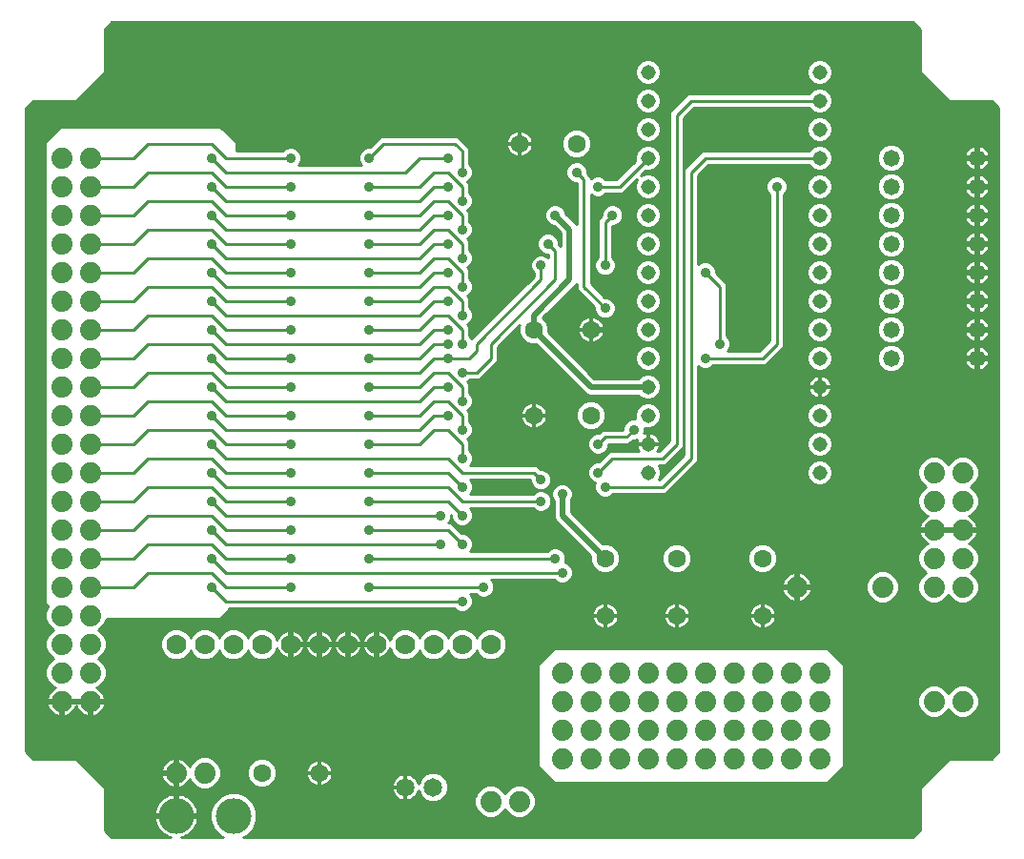
<source format=gbl>
G75*
%MOIN*%
%OFA0B0*%
%FSLAX25Y25*%
%IPPOS*%
%LPD*%
%AMOC8*
5,1,8,0,0,1.08239X$1,22.5*
%
%ADD10C,0.05150*%
%ADD11C,0.06300*%
%ADD12C,0.06500*%
%ADD13C,0.07400*%
%ADD14C,0.05819*%
%ADD15C,0.07000*%
%ADD16C,0.12500*%
%ADD17C,0.01000*%
%ADD18C,0.03500*%
%ADD19C,0.02000*%
D10*
X0221500Y0131833D03*
X0221500Y0141833D03*
X0221500Y0151833D03*
X0221500Y0161833D03*
X0221500Y0171833D03*
X0221500Y0181833D03*
X0221500Y0191833D03*
X0221500Y0201833D03*
X0221500Y0211833D03*
X0221500Y0221833D03*
X0221500Y0231833D03*
X0221500Y0241833D03*
X0221500Y0251833D03*
X0221500Y0261833D03*
X0221500Y0271833D03*
X0281500Y0271833D03*
X0281500Y0261833D03*
X0281500Y0251833D03*
X0281500Y0241833D03*
X0281500Y0231833D03*
X0281500Y0221833D03*
X0281500Y0211833D03*
X0281500Y0201833D03*
X0281500Y0191833D03*
X0281500Y0181833D03*
X0281500Y0171833D03*
X0281500Y0161833D03*
X0281500Y0151833D03*
X0281500Y0141833D03*
X0281500Y0131833D03*
D11*
X0261500Y0101833D03*
X0261500Y0081833D03*
X0231500Y0081833D03*
X0231500Y0101833D03*
X0206500Y0101833D03*
X0206500Y0081833D03*
X0201500Y0151833D03*
X0181500Y0151833D03*
X0181500Y0181833D03*
X0201500Y0181833D03*
X0196500Y0246833D03*
X0176500Y0246833D03*
X0106500Y0026833D03*
X0086500Y0026833D03*
D12*
X0136579Y0021833D03*
X0146421Y0021833D03*
D13*
X0166500Y0016833D03*
X0176500Y0016833D03*
X0191500Y0031833D03*
X0201500Y0031833D03*
X0211500Y0031833D03*
X0221500Y0031833D03*
X0231500Y0031833D03*
X0241500Y0031833D03*
X0251500Y0031833D03*
X0261500Y0031833D03*
X0271500Y0031833D03*
X0281500Y0031833D03*
X0281500Y0041833D03*
X0271500Y0041833D03*
X0261500Y0041833D03*
X0251500Y0041833D03*
X0241500Y0041833D03*
X0231500Y0041833D03*
X0221500Y0041833D03*
X0211500Y0041833D03*
X0201500Y0041833D03*
X0191500Y0041833D03*
X0191500Y0051833D03*
X0201500Y0051833D03*
X0211500Y0051833D03*
X0221500Y0051833D03*
X0231500Y0051833D03*
X0241500Y0051833D03*
X0251500Y0051833D03*
X0261500Y0051833D03*
X0271500Y0051833D03*
X0281500Y0051833D03*
X0281500Y0061833D03*
X0271500Y0061833D03*
X0261500Y0061833D03*
X0251500Y0061833D03*
X0241500Y0061833D03*
X0231500Y0061833D03*
X0221500Y0061833D03*
X0211500Y0061833D03*
X0201500Y0061833D03*
X0191500Y0061833D03*
X0273500Y0091833D03*
X0303500Y0091833D03*
X0321500Y0091833D03*
X0331500Y0091833D03*
X0331500Y0101833D03*
X0321500Y0101833D03*
X0321500Y0111833D03*
X0331500Y0111833D03*
X0331500Y0121833D03*
X0321500Y0121833D03*
X0321500Y0131833D03*
X0331500Y0131833D03*
X0331500Y0051833D03*
X0321500Y0051833D03*
X0066500Y0026833D03*
X0056500Y0026833D03*
X0026500Y0051833D03*
X0016500Y0051833D03*
X0016500Y0061833D03*
X0026500Y0061833D03*
X0026500Y0071833D03*
X0016500Y0071833D03*
X0016500Y0081833D03*
X0026500Y0081833D03*
X0026500Y0091833D03*
X0016500Y0091833D03*
X0016500Y0101833D03*
X0026500Y0101833D03*
X0026500Y0111833D03*
X0016500Y0111833D03*
X0016500Y0121833D03*
X0026500Y0121833D03*
X0026500Y0131833D03*
X0016500Y0131833D03*
X0016500Y0141833D03*
X0026500Y0141833D03*
X0026500Y0151833D03*
X0016500Y0151833D03*
X0016500Y0161833D03*
X0026500Y0161833D03*
X0026500Y0171833D03*
X0016500Y0171833D03*
X0016500Y0181833D03*
X0026500Y0181833D03*
X0026500Y0191833D03*
X0016500Y0191833D03*
X0016500Y0201833D03*
X0026500Y0201833D03*
X0026500Y0211833D03*
X0016500Y0211833D03*
X0016500Y0221833D03*
X0026500Y0221833D03*
X0026500Y0231833D03*
X0016500Y0231833D03*
X0016500Y0241833D03*
X0026500Y0241833D03*
D14*
X0306500Y0241833D03*
X0306500Y0231833D03*
X0306500Y0221833D03*
X0306500Y0211833D03*
X0306500Y0201833D03*
X0306500Y0191833D03*
X0306500Y0181833D03*
X0306500Y0171833D03*
X0336500Y0171833D03*
X0336500Y0181833D03*
X0336500Y0191833D03*
X0336500Y0201833D03*
X0336500Y0211833D03*
X0336500Y0221833D03*
X0336500Y0231833D03*
X0336500Y0241833D03*
D15*
X0166500Y0071833D03*
X0156500Y0071833D03*
X0146500Y0071833D03*
X0136500Y0071833D03*
X0126500Y0071833D03*
X0116500Y0071833D03*
X0106500Y0071833D03*
X0096500Y0071833D03*
X0086500Y0071833D03*
X0076500Y0071833D03*
X0066500Y0071833D03*
X0056500Y0071833D03*
D16*
X0056500Y0011833D03*
X0076500Y0011833D03*
D17*
X0051399Y0025798D02*
X0027536Y0025798D01*
X0026537Y0026796D02*
X0056000Y0026796D01*
X0056000Y0026333D02*
X0056000Y0027333D01*
X0051314Y0027333D01*
X0051428Y0028051D01*
X0051681Y0028829D01*
X0052053Y0029559D01*
X0052534Y0030221D01*
X0053112Y0030800D01*
X0053775Y0031281D01*
X0054504Y0031652D01*
X0055282Y0031905D01*
X0056000Y0032019D01*
X0056000Y0027333D01*
X0057000Y0027333D01*
X0057000Y0032019D01*
X0057718Y0031905D01*
X0058496Y0031652D01*
X0059225Y0031281D01*
X0059888Y0030800D01*
X0060466Y0030221D01*
X0060947Y0029559D01*
X0061230Y0029005D01*
X0061668Y0030062D01*
X0063271Y0031666D01*
X0065366Y0032533D01*
X0067634Y0032533D01*
X0069729Y0031666D01*
X0071332Y0030062D01*
X0072200Y0027967D01*
X0072200Y0025700D01*
X0071332Y0023605D01*
X0069729Y0022001D01*
X0067634Y0021133D01*
X0065366Y0021133D01*
X0063271Y0022001D01*
X0061668Y0023605D01*
X0061230Y0024662D01*
X0060947Y0024108D01*
X0060466Y0023446D01*
X0059888Y0022867D01*
X0059225Y0022386D01*
X0058496Y0022014D01*
X0057718Y0021761D01*
X0057000Y0021648D01*
X0057000Y0026333D01*
X0056000Y0026333D01*
X0056000Y0021648D01*
X0055282Y0021761D01*
X0054504Y0022014D01*
X0053775Y0022386D01*
X0053112Y0022867D01*
X0052534Y0023446D01*
X0052053Y0024108D01*
X0051681Y0024837D01*
X0051428Y0025616D01*
X0051314Y0026333D01*
X0056000Y0026333D01*
X0056000Y0025798D02*
X0057000Y0025798D01*
X0057000Y0024799D02*
X0056000Y0024799D01*
X0056000Y0023801D02*
X0057000Y0023801D01*
X0057000Y0022802D02*
X0056000Y0022802D01*
X0056000Y0021804D02*
X0057000Y0021804D01*
X0057848Y0021804D02*
X0063748Y0021804D01*
X0062470Y0022802D02*
X0059798Y0022802D01*
X0060724Y0023801D02*
X0061587Y0023801D01*
X0057000Y0027795D02*
X0056000Y0027795D01*
X0056000Y0028793D02*
X0057000Y0028793D01*
X0057000Y0029792D02*
X0056000Y0029792D01*
X0056000Y0030790D02*
X0057000Y0030790D01*
X0057000Y0031789D02*
X0056000Y0031789D01*
X0054923Y0031789D02*
X0021545Y0031789D01*
X0021500Y0031833D02*
X0006500Y0031833D01*
X0004000Y0034333D01*
X0004000Y0259333D01*
X0006500Y0261833D01*
X0021500Y0261833D01*
X0031500Y0271833D01*
X0031500Y0286833D01*
X0034000Y0289333D01*
X0314000Y0289333D01*
X0316500Y0286833D01*
X0316500Y0271833D01*
X0326500Y0261833D01*
X0341500Y0261833D01*
X0344000Y0259333D01*
X0344000Y0034333D01*
X0341500Y0031833D01*
X0326500Y0031833D01*
X0316500Y0021833D01*
X0316500Y0006833D01*
X0314000Y0004333D01*
X0079952Y0004333D01*
X0081173Y0004839D01*
X0083494Y0007160D01*
X0084750Y0010192D01*
X0084750Y0013474D01*
X0083494Y0016507D01*
X0081173Y0018827D01*
X0078141Y0020083D01*
X0074859Y0020083D01*
X0071827Y0018827D01*
X0069506Y0016507D01*
X0068250Y0013474D01*
X0068250Y0010192D01*
X0069506Y0007160D01*
X0071827Y0004839D01*
X0073048Y0004333D01*
X0058453Y0004333D01*
X0058996Y0004479D01*
X0059935Y0004868D01*
X0060815Y0005376D01*
X0061621Y0005994D01*
X0062339Y0006712D01*
X0062958Y0007518D01*
X0063466Y0008398D01*
X0063854Y0009337D01*
X0064117Y0010318D01*
X0064250Y0011325D01*
X0064250Y0011333D01*
X0057000Y0011333D01*
X0057000Y0012333D01*
X0064250Y0012333D01*
X0064250Y0012341D01*
X0064117Y0013349D01*
X0063854Y0014330D01*
X0063466Y0015268D01*
X0062958Y0016148D01*
X0062339Y0016954D01*
X0061621Y0017673D01*
X0060815Y0018291D01*
X0059935Y0018799D01*
X0058996Y0019188D01*
X0058015Y0019451D01*
X0057008Y0019583D01*
X0057000Y0019583D01*
X0057000Y0012333D01*
X0056000Y0012333D01*
X0056000Y0011333D01*
X0048750Y0011333D01*
X0048750Y0011325D01*
X0048883Y0010318D01*
X0049146Y0009337D01*
X0049534Y0008398D01*
X0050042Y0007518D01*
X0050661Y0006712D01*
X0051379Y0005994D01*
X0052185Y0005376D01*
X0053065Y0004868D01*
X0054003Y0004479D01*
X0054547Y0004333D01*
X0034000Y0004333D01*
X0031500Y0006833D01*
X0031500Y0021833D01*
X0021500Y0031833D01*
X0022543Y0030790D02*
X0053103Y0030790D01*
X0052222Y0029792D02*
X0023542Y0029792D01*
X0024540Y0028793D02*
X0051669Y0028793D01*
X0051387Y0027795D02*
X0025539Y0027795D01*
X0028534Y0024799D02*
X0051700Y0024799D01*
X0052276Y0023801D02*
X0029533Y0023801D01*
X0030531Y0022802D02*
X0053202Y0022802D01*
X0055152Y0021804D02*
X0031500Y0021804D01*
X0031500Y0020805D02*
X0131932Y0020805D01*
X0131946Y0020721D02*
X0132177Y0020010D01*
X0132516Y0019344D01*
X0132956Y0018739D01*
X0133484Y0018210D01*
X0134089Y0017771D01*
X0134755Y0017431D01*
X0135466Y0017200D01*
X0136205Y0017083D01*
X0136390Y0017083D01*
X0136390Y0021644D01*
X0136768Y0021644D01*
X0136768Y0017083D01*
X0136953Y0017083D01*
X0137691Y0017200D01*
X0138402Y0017431D01*
X0139068Y0017771D01*
X0139673Y0018210D01*
X0140202Y0018739D01*
X0140641Y0019344D01*
X0140981Y0020010D01*
X0141206Y0020704D01*
X0141971Y0018859D01*
X0143447Y0017383D01*
X0145377Y0016583D01*
X0147466Y0016583D01*
X0149395Y0017383D01*
X0150872Y0018859D01*
X0151671Y0020789D01*
X0151671Y0022878D01*
X0150872Y0024807D01*
X0149395Y0026284D01*
X0147466Y0027083D01*
X0145377Y0027083D01*
X0143447Y0026284D01*
X0141971Y0024807D01*
X0141206Y0022962D01*
X0140981Y0023657D01*
X0140641Y0024323D01*
X0140202Y0024928D01*
X0139673Y0025456D01*
X0139068Y0025896D01*
X0138402Y0026235D01*
X0137691Y0026466D01*
X0136953Y0026583D01*
X0136768Y0026583D01*
X0136768Y0022022D01*
X0136390Y0022022D01*
X0136390Y0021644D01*
X0131829Y0021644D01*
X0131829Y0021459D01*
X0131946Y0020721D01*
X0132280Y0019807D02*
X0078809Y0019807D01*
X0081193Y0018808D02*
X0132905Y0018808D01*
X0134036Y0017810D02*
X0082191Y0017810D01*
X0083190Y0016811D02*
X0144827Y0016811D01*
X0143020Y0017810D02*
X0139122Y0017810D01*
X0140252Y0018808D02*
X0142022Y0018808D01*
X0141578Y0019807D02*
X0140877Y0019807D01*
X0136768Y0019807D02*
X0136390Y0019807D01*
X0136390Y0020805D02*
X0136768Y0020805D01*
X0136390Y0021804D02*
X0087815Y0021804D01*
X0087524Y0021683D02*
X0089417Y0022467D01*
X0090866Y0023916D01*
X0091650Y0025809D01*
X0091650Y0027858D01*
X0090866Y0029751D01*
X0089417Y0031199D01*
X0087524Y0031983D01*
X0085476Y0031983D01*
X0083583Y0031199D01*
X0082134Y0029751D01*
X0081350Y0027858D01*
X0081350Y0025809D01*
X0082134Y0023916D01*
X0083583Y0022467D01*
X0085476Y0021683D01*
X0087524Y0021683D01*
X0085185Y0021804D02*
X0069252Y0021804D01*
X0070530Y0022802D02*
X0083248Y0022802D01*
X0082250Y0023801D02*
X0071413Y0023801D01*
X0071827Y0024799D02*
X0081768Y0024799D01*
X0081355Y0025798D02*
X0072200Y0025798D01*
X0072200Y0026796D02*
X0081350Y0026796D01*
X0081350Y0027795D02*
X0072200Y0027795D01*
X0071858Y0028793D02*
X0081737Y0028793D01*
X0082175Y0029792D02*
X0071444Y0029792D01*
X0070604Y0030790D02*
X0083174Y0030790D01*
X0085006Y0031789D02*
X0069432Y0031789D01*
X0063568Y0031789D02*
X0058077Y0031789D01*
X0059897Y0030790D02*
X0062396Y0030790D01*
X0061556Y0029792D02*
X0060778Y0029792D01*
X0059913Y0018808D02*
X0071807Y0018808D01*
X0070809Y0017810D02*
X0061442Y0017810D01*
X0062449Y0016811D02*
X0069810Y0016811D01*
X0069219Y0015812D02*
X0063152Y0015812D01*
X0063654Y0014814D02*
X0068805Y0014814D01*
X0068391Y0013815D02*
X0063992Y0013815D01*
X0064187Y0012817D02*
X0068250Y0012817D01*
X0068250Y0011818D02*
X0057000Y0011818D01*
X0057000Y0012817D02*
X0056000Y0012817D01*
X0056000Y0012333D02*
X0056000Y0019583D01*
X0055992Y0019583D01*
X0054985Y0019451D01*
X0054003Y0019188D01*
X0053065Y0018799D01*
X0052185Y0018291D01*
X0051379Y0017673D01*
X0050661Y0016954D01*
X0050042Y0016148D01*
X0049534Y0015268D01*
X0049146Y0014330D01*
X0048883Y0013349D01*
X0048750Y0012341D01*
X0048750Y0012333D01*
X0056000Y0012333D01*
X0056000Y0011818D02*
X0031500Y0011818D01*
X0031500Y0010820D02*
X0048817Y0010820D01*
X0049016Y0009821D02*
X0031500Y0009821D01*
X0031500Y0008823D02*
X0049358Y0008823D01*
X0049866Y0007824D02*
X0031500Y0007824D01*
X0031507Y0006826D02*
X0050574Y0006826D01*
X0051596Y0005827D02*
X0032506Y0005827D01*
X0033504Y0004829D02*
X0053159Y0004829D01*
X0059841Y0004829D02*
X0071852Y0004829D01*
X0070839Y0005827D02*
X0061404Y0005827D01*
X0062426Y0006826D02*
X0069840Y0006826D01*
X0069231Y0007824D02*
X0063134Y0007824D01*
X0063642Y0008823D02*
X0068817Y0008823D01*
X0068404Y0009821D02*
X0063984Y0009821D01*
X0064183Y0010820D02*
X0068250Y0010820D01*
X0074191Y0019807D02*
X0031500Y0019807D01*
X0031500Y0018808D02*
X0053087Y0018808D01*
X0051558Y0017810D02*
X0031500Y0017810D01*
X0031500Y0016811D02*
X0050551Y0016811D01*
X0049848Y0015812D02*
X0031500Y0015812D01*
X0031500Y0014814D02*
X0049346Y0014814D01*
X0049008Y0013815D02*
X0031500Y0013815D01*
X0031500Y0012817D02*
X0048813Y0012817D01*
X0056000Y0013815D02*
X0057000Y0013815D01*
X0057000Y0014814D02*
X0056000Y0014814D01*
X0056000Y0015812D02*
X0057000Y0015812D01*
X0057000Y0016811D02*
X0056000Y0016811D01*
X0056000Y0017810D02*
X0057000Y0017810D01*
X0057000Y0018808D02*
X0056000Y0018808D01*
X0081148Y0004829D02*
X0314496Y0004829D01*
X0315494Y0005827D02*
X0082161Y0005827D01*
X0083160Y0006826D02*
X0316493Y0006826D01*
X0316500Y0007824D02*
X0083769Y0007824D01*
X0084183Y0008823D02*
X0316500Y0008823D01*
X0316500Y0009821D02*
X0084596Y0009821D01*
X0084750Y0010820D02*
X0316500Y0010820D01*
X0316500Y0011818D02*
X0179288Y0011818D01*
X0179729Y0012001D02*
X0181332Y0013605D01*
X0182200Y0015700D01*
X0182200Y0017967D01*
X0181332Y0020062D01*
X0179729Y0021666D01*
X0177634Y0022533D01*
X0175366Y0022533D01*
X0173271Y0021666D01*
X0171668Y0020062D01*
X0171500Y0019657D01*
X0171332Y0020062D01*
X0169729Y0021666D01*
X0167634Y0022533D01*
X0165366Y0022533D01*
X0163271Y0021666D01*
X0161668Y0020062D01*
X0160800Y0017967D01*
X0160800Y0015700D01*
X0161668Y0013605D01*
X0163271Y0012001D01*
X0165366Y0011133D01*
X0167634Y0011133D01*
X0169729Y0012001D01*
X0171332Y0013605D01*
X0171500Y0014010D01*
X0171668Y0013605D01*
X0173271Y0012001D01*
X0175366Y0011133D01*
X0177634Y0011133D01*
X0179729Y0012001D01*
X0180545Y0012817D02*
X0316500Y0012817D01*
X0316500Y0013815D02*
X0181420Y0013815D01*
X0181833Y0014814D02*
X0316500Y0014814D01*
X0316500Y0015812D02*
X0182200Y0015812D01*
X0182200Y0016811D02*
X0316500Y0016811D01*
X0316500Y0017810D02*
X0182200Y0017810D01*
X0181852Y0018808D02*
X0316500Y0018808D01*
X0316500Y0019807D02*
X0181438Y0019807D01*
X0180589Y0020805D02*
X0316500Y0020805D01*
X0316500Y0021804D02*
X0179396Y0021804D01*
X0173604Y0021804D02*
X0169396Y0021804D01*
X0170589Y0020805D02*
X0172411Y0020805D01*
X0171562Y0019807D02*
X0171438Y0019807D01*
X0171420Y0013815D02*
X0171580Y0013815D01*
X0172455Y0012817D02*
X0170545Y0012817D01*
X0169288Y0011818D02*
X0173712Y0011818D01*
X0163712Y0011818D02*
X0084750Y0011818D01*
X0084750Y0012817D02*
X0162455Y0012817D01*
X0161580Y0013815D02*
X0084609Y0013815D01*
X0084195Y0014814D02*
X0161167Y0014814D01*
X0160800Y0015812D02*
X0083781Y0015812D01*
X0089752Y0022802D02*
X0104169Y0022802D01*
X0104063Y0022856D02*
X0104715Y0022524D01*
X0105411Y0022298D01*
X0106134Y0022183D01*
X0106200Y0022183D01*
X0106200Y0026533D01*
X0106800Y0026533D01*
X0106800Y0022183D01*
X0106866Y0022183D01*
X0107589Y0022298D01*
X0108285Y0022524D01*
X0108937Y0022856D01*
X0109529Y0023287D01*
X0110047Y0023804D01*
X0110477Y0024396D01*
X0110809Y0025048D01*
X0111035Y0025744D01*
X0111150Y0026467D01*
X0111150Y0026533D01*
X0106800Y0026533D01*
X0106800Y0027133D01*
X0111150Y0027133D01*
X0111150Y0027199D01*
X0111035Y0027922D01*
X0110809Y0028618D01*
X0110477Y0029270D01*
X0110047Y0029863D01*
X0109529Y0030380D01*
X0108937Y0030810D01*
X0108285Y0031143D01*
X0107589Y0031369D01*
X0106866Y0031483D01*
X0106800Y0031483D01*
X0106800Y0027133D01*
X0106200Y0027133D01*
X0106200Y0026533D01*
X0101850Y0026533D01*
X0101850Y0026467D01*
X0101964Y0025744D01*
X0102191Y0025048D01*
X0102523Y0024396D01*
X0102953Y0023804D01*
X0103471Y0023287D01*
X0104063Y0022856D01*
X0102957Y0023801D02*
X0090750Y0023801D01*
X0091232Y0024799D02*
X0102318Y0024799D01*
X0101956Y0025798D02*
X0091645Y0025798D01*
X0091650Y0026796D02*
X0106200Y0026796D01*
X0106200Y0027133D02*
X0101850Y0027133D01*
X0101850Y0027199D01*
X0101964Y0027922D01*
X0102191Y0028618D01*
X0102523Y0029270D01*
X0102953Y0029863D01*
X0103471Y0030380D01*
X0104063Y0030810D01*
X0104715Y0031143D01*
X0105411Y0031369D01*
X0106134Y0031483D01*
X0106200Y0031483D01*
X0106200Y0027133D01*
X0106200Y0027795D02*
X0106800Y0027795D01*
X0106800Y0028793D02*
X0106200Y0028793D01*
X0106200Y0029792D02*
X0106800Y0029792D01*
X0106800Y0030790D02*
X0106200Y0030790D01*
X0104035Y0030790D02*
X0089826Y0030790D01*
X0090825Y0029792D02*
X0102902Y0029792D01*
X0102280Y0028793D02*
X0091263Y0028793D01*
X0091650Y0027795D02*
X0101944Y0027795D01*
X0106200Y0025798D02*
X0106800Y0025798D01*
X0106800Y0026796D02*
X0144684Y0026796D01*
X0142961Y0025798D02*
X0139204Y0025798D01*
X0140295Y0024799D02*
X0141967Y0024799D01*
X0141554Y0023801D02*
X0140907Y0023801D01*
X0136768Y0023801D02*
X0136390Y0023801D01*
X0136390Y0024799D02*
X0136768Y0024799D01*
X0136768Y0025798D02*
X0136390Y0025798D01*
X0136390Y0026583D02*
X0136390Y0022022D01*
X0131829Y0022022D01*
X0131829Y0022207D01*
X0131946Y0022946D01*
X0132177Y0023657D01*
X0132516Y0024323D01*
X0132956Y0024928D01*
X0133484Y0025456D01*
X0134089Y0025896D01*
X0134755Y0026235D01*
X0135466Y0026466D01*
X0136205Y0026583D01*
X0136390Y0026583D01*
X0133954Y0025798D02*
X0111044Y0025798D01*
X0110682Y0024799D02*
X0132862Y0024799D01*
X0132250Y0023801D02*
X0110043Y0023801D01*
X0108831Y0022802D02*
X0131923Y0022802D01*
X0136390Y0022802D02*
X0136768Y0022802D01*
X0136768Y0018808D02*
X0136390Y0018808D01*
X0136390Y0017810D02*
X0136768Y0017810D01*
X0148015Y0016811D02*
X0160800Y0016811D01*
X0160800Y0017810D02*
X0149822Y0017810D01*
X0150821Y0018808D02*
X0161148Y0018808D01*
X0161562Y0019807D02*
X0151264Y0019807D01*
X0151671Y0020805D02*
X0162411Y0020805D01*
X0163604Y0021804D02*
X0151671Y0021804D01*
X0151671Y0022802D02*
X0317469Y0022802D01*
X0318467Y0023801D02*
X0284881Y0023801D01*
X0285000Y0023919D02*
X0290000Y0028919D01*
X0290000Y0064748D01*
X0289414Y0065333D01*
X0284414Y0070333D01*
X0188586Y0070333D01*
X0188000Y0069748D01*
X0183586Y0065333D01*
X0183000Y0064748D01*
X0183000Y0028919D01*
X0183586Y0028333D01*
X0188586Y0023333D01*
X0284414Y0023333D01*
X0285000Y0023919D01*
X0285880Y0024799D02*
X0319466Y0024799D01*
X0320464Y0025798D02*
X0286878Y0025798D01*
X0287877Y0026796D02*
X0321463Y0026796D01*
X0322461Y0027795D02*
X0288876Y0027795D01*
X0289874Y0028793D02*
X0323460Y0028793D01*
X0324458Y0029792D02*
X0290000Y0029792D01*
X0290000Y0030790D02*
X0325457Y0030790D01*
X0326455Y0031789D02*
X0290000Y0031789D01*
X0290000Y0032787D02*
X0342454Y0032787D01*
X0343452Y0033786D02*
X0290000Y0033786D01*
X0290000Y0034784D02*
X0344000Y0034784D01*
X0344000Y0035783D02*
X0290000Y0035783D01*
X0290000Y0036781D02*
X0344000Y0036781D01*
X0344000Y0037780D02*
X0290000Y0037780D01*
X0290000Y0038778D02*
X0344000Y0038778D01*
X0344000Y0039777D02*
X0290000Y0039777D01*
X0290000Y0040775D02*
X0344000Y0040775D01*
X0344000Y0041774D02*
X0290000Y0041774D01*
X0290000Y0042772D02*
X0344000Y0042772D01*
X0344000Y0043771D02*
X0290000Y0043771D01*
X0290000Y0044769D02*
X0344000Y0044769D01*
X0344000Y0045768D02*
X0290000Y0045768D01*
X0290000Y0046766D02*
X0318838Y0046766D01*
X0318271Y0047001D02*
X0316668Y0048605D01*
X0315800Y0050700D01*
X0315800Y0052967D01*
X0316668Y0055062D01*
X0318271Y0056666D01*
X0320366Y0057533D01*
X0322634Y0057533D01*
X0324729Y0056666D01*
X0326332Y0055062D01*
X0326500Y0054657D01*
X0326668Y0055062D01*
X0328271Y0056666D01*
X0330366Y0057533D01*
X0332634Y0057533D01*
X0334729Y0056666D01*
X0336332Y0055062D01*
X0337200Y0052967D01*
X0337200Y0050700D01*
X0336332Y0048605D01*
X0334729Y0047001D01*
X0332634Y0046133D01*
X0330366Y0046133D01*
X0328271Y0047001D01*
X0326668Y0048605D01*
X0326500Y0049010D01*
X0326332Y0048605D01*
X0324729Y0047001D01*
X0322634Y0046133D01*
X0320366Y0046133D01*
X0318271Y0047001D01*
X0317507Y0047765D02*
X0290000Y0047765D01*
X0290000Y0048763D02*
X0316602Y0048763D01*
X0316188Y0049762D02*
X0290000Y0049762D01*
X0290000Y0050760D02*
X0315800Y0050760D01*
X0315800Y0051759D02*
X0290000Y0051759D01*
X0290000Y0052757D02*
X0315800Y0052757D01*
X0316127Y0053756D02*
X0290000Y0053756D01*
X0290000Y0054754D02*
X0316540Y0054754D01*
X0317359Y0055753D02*
X0290000Y0055753D01*
X0290000Y0056751D02*
X0318479Y0056751D01*
X0324521Y0056751D02*
X0328479Y0056751D01*
X0327359Y0055753D02*
X0325641Y0055753D01*
X0326460Y0054754D02*
X0326540Y0054754D01*
X0326602Y0048763D02*
X0326398Y0048763D01*
X0325493Y0047765D02*
X0327507Y0047765D01*
X0328838Y0046766D02*
X0324162Y0046766D01*
X0334162Y0046766D02*
X0344000Y0046766D01*
X0344000Y0047765D02*
X0335493Y0047765D01*
X0336398Y0048763D02*
X0344000Y0048763D01*
X0344000Y0049762D02*
X0336812Y0049762D01*
X0337200Y0050760D02*
X0344000Y0050760D01*
X0344000Y0051759D02*
X0337200Y0051759D01*
X0337200Y0052757D02*
X0344000Y0052757D01*
X0344000Y0053756D02*
X0336873Y0053756D01*
X0336460Y0054754D02*
X0344000Y0054754D01*
X0344000Y0055753D02*
X0335641Y0055753D01*
X0334521Y0056751D02*
X0344000Y0056751D01*
X0344000Y0057750D02*
X0290000Y0057750D01*
X0290000Y0058748D02*
X0344000Y0058748D01*
X0344000Y0059747D02*
X0290000Y0059747D01*
X0290000Y0060745D02*
X0344000Y0060745D01*
X0344000Y0061744D02*
X0290000Y0061744D01*
X0290000Y0062743D02*
X0344000Y0062743D01*
X0344000Y0063741D02*
X0290000Y0063741D01*
X0290000Y0064740D02*
X0344000Y0064740D01*
X0344000Y0065738D02*
X0289009Y0065738D01*
X0288011Y0066737D02*
X0344000Y0066737D01*
X0344000Y0067735D02*
X0287012Y0067735D01*
X0286014Y0068734D02*
X0344000Y0068734D01*
X0344000Y0069732D02*
X0285015Y0069732D01*
X0265641Y0079717D02*
X0344000Y0079717D01*
X0344000Y0078719D02*
X0264961Y0078719D01*
X0265047Y0078804D02*
X0265477Y0079396D01*
X0265809Y0080048D01*
X0266035Y0080744D01*
X0266150Y0081467D01*
X0266150Y0081533D01*
X0261800Y0081533D01*
X0261800Y0077183D01*
X0261866Y0077183D01*
X0262589Y0077298D01*
X0263285Y0077524D01*
X0263937Y0077856D01*
X0264529Y0078287D01*
X0265047Y0078804D01*
X0263670Y0077720D02*
X0344000Y0077720D01*
X0344000Y0076722D02*
X0169071Y0076722D01*
X0169615Y0076496D02*
X0167594Y0077333D01*
X0165406Y0077333D01*
X0163384Y0076496D01*
X0161837Y0074949D01*
X0161500Y0074134D01*
X0161163Y0074949D01*
X0159615Y0076496D01*
X0157594Y0077333D01*
X0155406Y0077333D01*
X0153384Y0076496D01*
X0151837Y0074949D01*
X0151500Y0074134D01*
X0151163Y0074949D01*
X0149615Y0076496D01*
X0147594Y0077333D01*
X0145406Y0077333D01*
X0143384Y0076496D01*
X0141837Y0074949D01*
X0141500Y0074134D01*
X0141163Y0074949D01*
X0139615Y0076496D01*
X0137594Y0077333D01*
X0135406Y0077333D01*
X0133384Y0076496D01*
X0131837Y0074949D01*
X0131225Y0073471D01*
X0131134Y0073753D01*
X0130776Y0074454D01*
X0130314Y0075091D01*
X0129757Y0075647D01*
X0129121Y0076110D01*
X0128419Y0076467D01*
X0127671Y0076710D01*
X0127000Y0076816D01*
X0127000Y0072333D01*
X0126000Y0072333D01*
X0126000Y0071333D01*
X0127000Y0071333D01*
X0127000Y0066850D01*
X0127671Y0066956D01*
X0128419Y0067200D01*
X0129121Y0067557D01*
X0129757Y0068020D01*
X0130314Y0068576D01*
X0130776Y0069213D01*
X0131134Y0069914D01*
X0131225Y0070196D01*
X0131837Y0068718D01*
X0133384Y0067171D01*
X0135406Y0066333D01*
X0137594Y0066333D01*
X0139615Y0067171D01*
X0141163Y0068718D01*
X0141500Y0069532D01*
X0141837Y0068718D01*
X0143384Y0067171D01*
X0145406Y0066333D01*
X0147594Y0066333D01*
X0149615Y0067171D01*
X0151163Y0068718D01*
X0151500Y0069532D01*
X0151837Y0068718D01*
X0153384Y0067171D01*
X0155406Y0066333D01*
X0157594Y0066333D01*
X0159615Y0067171D01*
X0161163Y0068718D01*
X0161500Y0069532D01*
X0161837Y0068718D01*
X0163384Y0067171D01*
X0165406Y0066333D01*
X0167594Y0066333D01*
X0169615Y0067171D01*
X0171163Y0068718D01*
X0172000Y0070739D01*
X0172000Y0072927D01*
X0171163Y0074949D01*
X0169615Y0076496D01*
X0170388Y0075723D02*
X0344000Y0075723D01*
X0344000Y0074725D02*
X0171256Y0074725D01*
X0171669Y0073726D02*
X0344000Y0073726D01*
X0344000Y0072728D02*
X0172000Y0072728D01*
X0172000Y0071729D02*
X0344000Y0071729D01*
X0344000Y0070731D02*
X0171996Y0070731D01*
X0171583Y0069732D02*
X0187985Y0069732D01*
X0186986Y0068734D02*
X0171169Y0068734D01*
X0170180Y0067735D02*
X0185988Y0067735D01*
X0184989Y0066737D02*
X0168568Y0066737D01*
X0164432Y0066737D02*
X0158568Y0066737D01*
X0160180Y0067735D02*
X0162820Y0067735D01*
X0161831Y0068734D02*
X0161169Y0068734D01*
X0161256Y0074725D02*
X0161744Y0074725D01*
X0162612Y0075723D02*
X0160388Y0075723D01*
X0159071Y0076722D02*
X0163929Y0076722D01*
X0158624Y0083654D02*
X0159679Y0084709D01*
X0160250Y0086087D01*
X0160250Y0087579D01*
X0159679Y0088958D01*
X0159303Y0089333D01*
X0161197Y0089333D01*
X0161876Y0088654D01*
X0163254Y0088083D01*
X0164746Y0088083D01*
X0166124Y0088654D01*
X0167179Y0089709D01*
X0167750Y0091087D01*
X0167750Y0092579D01*
X0167179Y0093958D01*
X0166803Y0094333D01*
X0188697Y0094333D01*
X0189376Y0093654D01*
X0190754Y0093083D01*
X0192246Y0093083D01*
X0193624Y0093654D01*
X0194679Y0094709D01*
X0195250Y0096087D01*
X0195250Y0097579D01*
X0194679Y0098958D01*
X0193624Y0100012D01*
X0192498Y0100479D01*
X0192750Y0101087D01*
X0192750Y0102579D01*
X0192179Y0103958D01*
X0191124Y0105012D01*
X0189746Y0105583D01*
X0188254Y0105583D01*
X0186876Y0105012D01*
X0186197Y0104333D01*
X0159303Y0104333D01*
X0159679Y0104709D01*
X0160250Y0106087D01*
X0160250Y0107579D01*
X0159679Y0108958D01*
X0158624Y0110012D01*
X0157246Y0110583D01*
X0156286Y0110583D01*
X0152916Y0113953D01*
X0151997Y0114333D01*
X0151803Y0114333D01*
X0152179Y0114709D01*
X0152750Y0116087D01*
X0153321Y0114709D01*
X0154376Y0113654D01*
X0155754Y0113083D01*
X0157246Y0113083D01*
X0158624Y0113654D01*
X0159679Y0114709D01*
X0160250Y0116087D01*
X0160250Y0117579D01*
X0159679Y0118958D01*
X0159303Y0119333D01*
X0181197Y0119333D01*
X0181876Y0118654D01*
X0183254Y0118083D01*
X0184746Y0118083D01*
X0186124Y0118654D01*
X0187179Y0119709D01*
X0187750Y0121087D01*
X0187750Y0122579D01*
X0187179Y0123958D01*
X0186124Y0125012D01*
X0184746Y0125583D01*
X0183254Y0125583D01*
X0181876Y0125012D01*
X0181197Y0124333D01*
X0159303Y0124333D01*
X0159679Y0124709D01*
X0160250Y0126087D01*
X0160250Y0127579D01*
X0159679Y0128958D01*
X0159303Y0129333D01*
X0180250Y0129333D01*
X0180250Y0128587D01*
X0180821Y0127209D01*
X0181876Y0126154D01*
X0183254Y0125583D01*
X0184746Y0125583D01*
X0186124Y0126154D01*
X0187179Y0127209D01*
X0187750Y0128587D01*
X0187750Y0130079D01*
X0187179Y0131458D01*
X0186124Y0132512D01*
X0184746Y0133083D01*
X0183786Y0133083D01*
X0183619Y0133249D01*
X0182916Y0133953D01*
X0181997Y0134333D01*
X0159303Y0134333D01*
X0159679Y0134709D01*
X0160250Y0136087D01*
X0160250Y0137579D01*
X0159679Y0138958D01*
X0159000Y0139637D01*
X0159000Y0142331D01*
X0158619Y0143249D01*
X0158335Y0143534D01*
X0158624Y0143654D01*
X0159679Y0144709D01*
X0160250Y0146087D01*
X0160250Y0147579D01*
X0159679Y0148958D01*
X0159000Y0149637D01*
X0159000Y0152331D01*
X0158619Y0153249D01*
X0158335Y0153534D01*
X0158624Y0153654D01*
X0159679Y0154709D01*
X0160250Y0156087D01*
X0160250Y0157579D01*
X0159679Y0158958D01*
X0159000Y0159637D01*
X0159000Y0162331D01*
X0158619Y0163249D01*
X0158335Y0163534D01*
X0158624Y0163654D01*
X0159303Y0164333D01*
X0161997Y0164333D01*
X0162916Y0164714D01*
X0163619Y0165417D01*
X0168619Y0170417D01*
X0169000Y0171336D01*
X0169000Y0175798D01*
X0176555Y0183353D01*
X0176350Y0182858D01*
X0176350Y0180809D01*
X0177134Y0178916D01*
X0178583Y0177467D01*
X0180476Y0176683D01*
X0182407Y0176683D01*
X0199801Y0159290D01*
X0200903Y0158833D01*
X0218030Y0158833D01*
X0218909Y0157955D01*
X0220590Y0157259D01*
X0222410Y0157259D01*
X0224091Y0157955D01*
X0225378Y0159242D01*
X0226075Y0160923D01*
X0226075Y0162743D01*
X0225378Y0164425D01*
X0224091Y0165712D01*
X0222410Y0166408D01*
X0220590Y0166408D01*
X0218909Y0165712D01*
X0218030Y0164833D01*
X0202743Y0164833D01*
X0186650Y0180926D01*
X0186650Y0182858D01*
X0185866Y0184751D01*
X0184763Y0185854D01*
X0196500Y0197591D01*
X0196500Y0196336D01*
X0196881Y0195417D01*
X0197584Y0194714D01*
X0202750Y0189548D01*
X0202750Y0188587D01*
X0203321Y0187209D01*
X0204376Y0186154D01*
X0205754Y0185583D01*
X0207246Y0185583D01*
X0208624Y0186154D01*
X0209679Y0187209D01*
X0210250Y0188587D01*
X0210250Y0190079D01*
X0209679Y0191458D01*
X0208624Y0192512D01*
X0207246Y0193083D01*
X0206286Y0193083D01*
X0201500Y0197869D01*
X0201500Y0229030D01*
X0201876Y0228654D01*
X0203254Y0228083D01*
X0204746Y0228083D01*
X0206124Y0228654D01*
X0206803Y0229333D01*
X0211997Y0229333D01*
X0212916Y0229714D01*
X0217618Y0234416D01*
X0216925Y0232743D01*
X0216925Y0230923D01*
X0217622Y0229242D01*
X0218909Y0227955D01*
X0220590Y0227259D01*
X0222410Y0227259D01*
X0224091Y0227955D01*
X0225378Y0229242D01*
X0226075Y0230923D01*
X0226075Y0232743D01*
X0225378Y0234425D01*
X0224091Y0235712D01*
X0222410Y0236408D01*
X0220590Y0236408D01*
X0218918Y0235715D01*
X0220499Y0237296D01*
X0220590Y0237259D01*
X0222410Y0237259D01*
X0224091Y0237955D01*
X0225378Y0239242D01*
X0226075Y0240923D01*
X0226075Y0242743D01*
X0225378Y0244425D01*
X0224091Y0245712D01*
X0222410Y0246408D01*
X0220590Y0246408D01*
X0218909Y0245712D01*
X0217622Y0244425D01*
X0216925Y0242743D01*
X0216925Y0240923D01*
X0216963Y0240832D01*
X0210464Y0234333D01*
X0206803Y0234333D01*
X0206124Y0235012D01*
X0204746Y0235583D01*
X0203254Y0235583D01*
X0201876Y0235012D01*
X0201500Y0234637D01*
X0201500Y0234831D01*
X0201119Y0235749D01*
X0200416Y0236453D01*
X0200250Y0236619D01*
X0200250Y0237579D01*
X0199679Y0238958D01*
X0198624Y0240012D01*
X0197246Y0240583D01*
X0195754Y0240583D01*
X0194376Y0240012D01*
X0193321Y0238958D01*
X0192750Y0237579D01*
X0192750Y0236087D01*
X0193321Y0234709D01*
X0194376Y0233654D01*
X0195754Y0233083D01*
X0196500Y0233083D01*
X0196500Y0218576D01*
X0192750Y0222326D01*
X0192750Y0222579D01*
X0192179Y0223958D01*
X0191124Y0225012D01*
X0189746Y0225583D01*
X0188254Y0225583D01*
X0186876Y0225012D01*
X0185821Y0223958D01*
X0185250Y0222579D01*
X0185250Y0221087D01*
X0185821Y0219709D01*
X0186876Y0218654D01*
X0188254Y0218083D01*
X0188507Y0218083D01*
X0191000Y0215591D01*
X0191000Y0210869D01*
X0190416Y0211453D01*
X0190250Y0211619D01*
X0190250Y0212579D01*
X0189679Y0213958D01*
X0188624Y0215012D01*
X0187246Y0215583D01*
X0185754Y0215583D01*
X0184376Y0215012D01*
X0183321Y0213958D01*
X0182750Y0212579D01*
X0182750Y0211087D01*
X0183321Y0209709D01*
X0184376Y0208654D01*
X0185754Y0208083D01*
X0186500Y0208083D01*
X0186500Y0207137D01*
X0186124Y0207512D01*
X0184746Y0208083D01*
X0183254Y0208083D01*
X0181876Y0207512D01*
X0180821Y0206458D01*
X0180250Y0205079D01*
X0180250Y0203587D01*
X0180821Y0202209D01*
X0181500Y0201530D01*
X0181500Y0200369D01*
X0160084Y0178953D01*
X0159799Y0178668D01*
X0159679Y0178958D01*
X0159000Y0179637D01*
X0159000Y0182331D01*
X0158619Y0183249D01*
X0158335Y0183534D01*
X0158624Y0183654D01*
X0159679Y0184709D01*
X0160250Y0186087D01*
X0160250Y0187579D01*
X0159679Y0188958D01*
X0159000Y0189637D01*
X0159000Y0192331D01*
X0158619Y0193249D01*
X0158335Y0193534D01*
X0158624Y0193654D01*
X0159679Y0194709D01*
X0160250Y0196087D01*
X0160250Y0197579D01*
X0159679Y0198958D01*
X0159000Y0199637D01*
X0159000Y0202331D01*
X0158619Y0203249D01*
X0158335Y0203534D01*
X0158624Y0203654D01*
X0159679Y0204709D01*
X0160250Y0206087D01*
X0160250Y0207579D01*
X0159679Y0208958D01*
X0159000Y0209637D01*
X0159000Y0212331D01*
X0158619Y0213249D01*
X0158335Y0213534D01*
X0158624Y0213654D01*
X0159679Y0214709D01*
X0160250Y0216087D01*
X0160250Y0217579D01*
X0159679Y0218958D01*
X0159000Y0219637D01*
X0159000Y0222331D01*
X0158619Y0223249D01*
X0158335Y0223534D01*
X0158624Y0223654D01*
X0159679Y0224709D01*
X0160250Y0226087D01*
X0160250Y0227579D01*
X0159679Y0228958D01*
X0159000Y0229637D01*
X0159000Y0232331D01*
X0158619Y0233249D01*
X0158335Y0233534D01*
X0158624Y0233654D01*
X0159679Y0234709D01*
X0160250Y0236087D01*
X0160250Y0237579D01*
X0159679Y0238958D01*
X0159000Y0239637D01*
X0159000Y0244831D01*
X0158619Y0245749D01*
X0156119Y0248249D01*
X0155416Y0248953D01*
X0154497Y0249333D01*
X0128503Y0249333D01*
X0127584Y0248953D01*
X0124214Y0245583D01*
X0123254Y0245583D01*
X0121876Y0245012D01*
X0120821Y0243958D01*
X0120250Y0242579D01*
X0120250Y0241087D01*
X0120821Y0239709D01*
X0121197Y0239333D01*
X0099303Y0239333D01*
X0099679Y0239709D01*
X0100250Y0241087D01*
X0100250Y0242579D01*
X0099679Y0243958D01*
X0098624Y0245012D01*
X0097246Y0245583D01*
X0095754Y0245583D01*
X0094376Y0245012D01*
X0093697Y0244333D01*
X0077500Y0244333D01*
X0077500Y0247248D01*
X0071914Y0252833D01*
X0016086Y0252833D01*
X0011086Y0247833D01*
X0010500Y0247248D01*
X0010500Y0086419D01*
X0011762Y0085157D01*
X0011668Y0085062D01*
X0010800Y0082967D01*
X0010800Y0080700D01*
X0011668Y0078605D01*
X0013271Y0077001D01*
X0013676Y0076833D01*
X0013271Y0076666D01*
X0011668Y0075062D01*
X0010800Y0072967D01*
X0010800Y0070700D01*
X0011668Y0068605D01*
X0013271Y0067001D01*
X0013676Y0066833D01*
X0013271Y0066666D01*
X0011668Y0065062D01*
X0010800Y0062967D01*
X0010800Y0060700D01*
X0011668Y0058605D01*
X0013271Y0057001D01*
X0014329Y0056563D01*
X0013775Y0056281D01*
X0013112Y0055800D01*
X0012534Y0055221D01*
X0012053Y0054559D01*
X0011681Y0053829D01*
X0011428Y0053051D01*
X0011314Y0052333D01*
X0016000Y0052333D01*
X0016000Y0051333D01*
X0017000Y0051333D01*
X0017000Y0046648D01*
X0017718Y0046761D01*
X0018496Y0047014D01*
X0019225Y0047386D01*
X0019888Y0047867D01*
X0020466Y0048446D01*
X0020947Y0049108D01*
X0021319Y0049837D01*
X0021500Y0050394D01*
X0021681Y0049837D01*
X0022053Y0049108D01*
X0022534Y0048446D01*
X0023112Y0047867D01*
X0023775Y0047386D01*
X0024504Y0047014D01*
X0025282Y0046761D01*
X0026000Y0046648D01*
X0026000Y0051333D01*
X0027000Y0051333D01*
X0027000Y0046648D01*
X0027718Y0046761D01*
X0028496Y0047014D01*
X0029225Y0047386D01*
X0029888Y0047867D01*
X0030466Y0048446D01*
X0030947Y0049108D01*
X0031319Y0049837D01*
X0031572Y0050616D01*
X0031686Y0051333D01*
X0027000Y0051333D01*
X0027000Y0052333D01*
X0031686Y0052333D01*
X0031572Y0053051D01*
X0031319Y0053829D01*
X0030947Y0054559D01*
X0030466Y0055221D01*
X0029888Y0055800D01*
X0029225Y0056281D01*
X0028671Y0056563D01*
X0029729Y0057001D01*
X0031332Y0058605D01*
X0032200Y0060700D01*
X0032200Y0062967D01*
X0031332Y0065062D01*
X0029729Y0066666D01*
X0029324Y0066833D01*
X0029729Y0067001D01*
X0031332Y0068605D01*
X0032200Y0070700D01*
X0032200Y0072967D01*
X0031332Y0075062D01*
X0029729Y0076666D01*
X0029324Y0076833D01*
X0029729Y0077001D01*
X0031332Y0078605D01*
X0032200Y0080700D01*
X0032200Y0080833D01*
X0071914Y0080833D01*
X0075414Y0084333D01*
X0153697Y0084333D01*
X0154376Y0083654D01*
X0155754Y0083083D01*
X0157246Y0083083D01*
X0158624Y0083654D01*
X0158681Y0083711D02*
X0202238Y0083711D01*
X0202191Y0083618D02*
X0201964Y0082922D01*
X0201850Y0082199D01*
X0201850Y0082133D01*
X0206200Y0082133D01*
X0206200Y0081533D01*
X0206800Y0081533D01*
X0206800Y0077183D01*
X0206866Y0077183D01*
X0207589Y0077298D01*
X0208285Y0077524D01*
X0208937Y0077856D01*
X0209529Y0078287D01*
X0210047Y0078804D01*
X0210477Y0079396D01*
X0210809Y0080048D01*
X0211035Y0080744D01*
X0211150Y0081467D01*
X0211150Y0081533D01*
X0206800Y0081533D01*
X0206800Y0082133D01*
X0211150Y0082133D01*
X0211150Y0082199D01*
X0211035Y0082922D01*
X0210809Y0083618D01*
X0210477Y0084270D01*
X0210047Y0084863D01*
X0209529Y0085380D01*
X0208937Y0085810D01*
X0208285Y0086143D01*
X0207589Y0086369D01*
X0206866Y0086483D01*
X0206800Y0086483D01*
X0206800Y0082133D01*
X0206200Y0082133D01*
X0206200Y0086483D01*
X0206134Y0086483D01*
X0205411Y0086369D01*
X0204715Y0086143D01*
X0204063Y0085810D01*
X0203471Y0085380D01*
X0202953Y0084863D01*
X0202523Y0084270D01*
X0202191Y0083618D01*
X0201931Y0082713D02*
X0073794Y0082713D01*
X0074792Y0083711D02*
X0154319Y0083711D01*
X0156500Y0086833D02*
X0074000Y0086833D01*
X0069000Y0091833D01*
X0069000Y0096833D02*
X0074000Y0091833D01*
X0096500Y0091833D01*
X0096500Y0101833D02*
X0074000Y0101833D01*
X0069000Y0106833D01*
X0046500Y0106833D01*
X0041500Y0101833D01*
X0026500Y0101833D01*
X0026500Y0091833D02*
X0041500Y0091833D01*
X0046500Y0096833D01*
X0069000Y0096833D01*
X0069000Y0101833D02*
X0074000Y0096833D01*
X0191500Y0096833D01*
X0195250Y0096692D02*
X0205455Y0096692D01*
X0205476Y0096683D02*
X0207524Y0096683D01*
X0209417Y0097467D01*
X0210866Y0098916D01*
X0211650Y0100809D01*
X0211650Y0102858D01*
X0210866Y0104751D01*
X0209417Y0106199D01*
X0207524Y0106983D01*
X0205593Y0106983D01*
X0194500Y0118076D01*
X0194500Y0122030D01*
X0194679Y0122209D01*
X0195250Y0123587D01*
X0195250Y0125079D01*
X0194679Y0126458D01*
X0193624Y0127512D01*
X0192246Y0128083D01*
X0190754Y0128083D01*
X0189376Y0127512D01*
X0188321Y0126458D01*
X0187750Y0125079D01*
X0187750Y0123587D01*
X0188321Y0122209D01*
X0188500Y0122030D01*
X0188500Y0116237D01*
X0188957Y0115134D01*
X0201350Y0102741D01*
X0201350Y0100809D01*
X0202134Y0098916D01*
X0203583Y0097467D01*
X0205476Y0096683D01*
X0207545Y0096692D02*
X0230455Y0096692D01*
X0230476Y0096683D02*
X0232524Y0096683D01*
X0234417Y0097467D01*
X0235866Y0098916D01*
X0236650Y0100809D01*
X0236650Y0102858D01*
X0235866Y0104751D01*
X0234417Y0106199D01*
X0232524Y0106983D01*
X0230476Y0106983D01*
X0228583Y0106199D01*
X0227134Y0104751D01*
X0226350Y0102858D01*
X0226350Y0100809D01*
X0227134Y0098916D01*
X0228583Y0097467D01*
X0230476Y0096683D01*
X0232545Y0096692D02*
X0260455Y0096692D01*
X0260476Y0096683D02*
X0262524Y0096683D01*
X0264417Y0097467D01*
X0265866Y0098916D01*
X0266650Y0100809D01*
X0266650Y0102858D01*
X0265866Y0104751D01*
X0264417Y0106199D01*
X0262524Y0106983D01*
X0260476Y0106983D01*
X0258583Y0106199D01*
X0257134Y0104751D01*
X0256350Y0102858D01*
X0256350Y0100809D01*
X0257134Y0098916D01*
X0258583Y0097467D01*
X0260476Y0096683D01*
X0262545Y0096692D02*
X0271626Y0096692D01*
X0271504Y0096652D02*
X0270775Y0096281D01*
X0270112Y0095800D01*
X0269534Y0095221D01*
X0269053Y0094559D01*
X0268681Y0093829D01*
X0268428Y0093051D01*
X0268300Y0092243D01*
X0268300Y0092219D01*
X0273114Y0092219D01*
X0273114Y0091447D01*
X0273886Y0091447D01*
X0273886Y0086633D01*
X0273909Y0086633D01*
X0274718Y0086761D01*
X0275496Y0087014D01*
X0276225Y0087386D01*
X0276888Y0087867D01*
X0277466Y0088446D01*
X0277947Y0089108D01*
X0278319Y0089837D01*
X0278572Y0090616D01*
X0278700Y0091424D01*
X0278700Y0091447D01*
X0273886Y0091447D01*
X0273886Y0092219D01*
X0278700Y0092219D01*
X0278700Y0092243D01*
X0278572Y0093051D01*
X0278319Y0093829D01*
X0277947Y0094559D01*
X0277466Y0095221D01*
X0276888Y0095800D01*
X0276225Y0096281D01*
X0275496Y0096652D01*
X0274718Y0096905D01*
X0273909Y0097033D01*
X0273886Y0097033D01*
X0273886Y0092219D01*
X0273114Y0092219D01*
X0273114Y0097033D01*
X0273091Y0097033D01*
X0272282Y0096905D01*
X0271504Y0096652D01*
X0273114Y0096692D02*
X0273886Y0096692D01*
X0273886Y0095693D02*
X0273114Y0095693D01*
X0273114Y0094695D02*
X0273886Y0094695D01*
X0273886Y0093696D02*
X0273114Y0093696D01*
X0273114Y0092698D02*
X0273886Y0092698D01*
X0273886Y0091699D02*
X0297800Y0091699D01*
X0297800Y0090701D02*
X0278585Y0090701D01*
X0278250Y0089702D02*
X0298213Y0089702D01*
X0297800Y0090700D02*
X0298668Y0088605D01*
X0300271Y0087001D01*
X0302366Y0086133D01*
X0304634Y0086133D01*
X0306729Y0087001D01*
X0308332Y0088605D01*
X0309200Y0090700D01*
X0309200Y0092967D01*
X0308332Y0095062D01*
X0306729Y0096666D01*
X0304634Y0097533D01*
X0302366Y0097533D01*
X0300271Y0096666D01*
X0298668Y0095062D01*
X0297800Y0092967D01*
X0297800Y0090700D01*
X0297800Y0092698D02*
X0278628Y0092698D01*
X0278362Y0093696D02*
X0298102Y0093696D01*
X0298516Y0094695D02*
X0277849Y0094695D01*
X0276994Y0095693D02*
X0299299Y0095693D01*
X0300335Y0096692D02*
X0275374Y0096692D01*
X0273114Y0091699D02*
X0167750Y0091699D01*
X0167701Y0092698D02*
X0268372Y0092698D01*
X0268638Y0093696D02*
X0193666Y0093696D01*
X0194665Y0094695D02*
X0269151Y0094695D01*
X0270006Y0095693D02*
X0195087Y0095693D01*
X0195204Y0097690D02*
X0203360Y0097690D01*
X0202361Y0098689D02*
X0194790Y0098689D01*
X0193949Y0099687D02*
X0201815Y0099687D01*
X0201401Y0100686D02*
X0192584Y0100686D01*
X0192750Y0101684D02*
X0201350Y0101684D01*
X0201350Y0102683D02*
X0192707Y0102683D01*
X0192293Y0103681D02*
X0200409Y0103681D01*
X0199411Y0104680D02*
X0191457Y0104680D01*
X0189000Y0101833D02*
X0124000Y0101833D01*
X0124000Y0091833D02*
X0164000Y0091833D01*
X0167590Y0090701D02*
X0268415Y0090701D01*
X0268428Y0090616D02*
X0268681Y0089837D01*
X0269053Y0089108D01*
X0269534Y0088446D01*
X0270112Y0087867D01*
X0270775Y0087386D01*
X0271504Y0087014D01*
X0272282Y0086761D01*
X0273091Y0086633D01*
X0273114Y0086633D01*
X0273114Y0091447D01*
X0268300Y0091447D01*
X0268300Y0091424D01*
X0268428Y0090616D01*
X0268750Y0089702D02*
X0167172Y0089702D01*
X0166174Y0088704D02*
X0269346Y0088704D01*
X0270335Y0087705D02*
X0160198Y0087705D01*
X0160250Y0086707D02*
X0272627Y0086707D01*
X0273114Y0086707D02*
X0273886Y0086707D01*
X0274373Y0086707D02*
X0300982Y0086707D01*
X0299567Y0087705D02*
X0276665Y0087705D01*
X0277654Y0088704D02*
X0298627Y0088704D01*
X0306018Y0086707D02*
X0318982Y0086707D01*
X0318271Y0087001D02*
X0320366Y0086133D01*
X0322634Y0086133D01*
X0324729Y0087001D01*
X0326332Y0088605D01*
X0326500Y0089010D01*
X0326668Y0088605D01*
X0328271Y0087001D01*
X0330366Y0086133D01*
X0332634Y0086133D01*
X0334729Y0087001D01*
X0336332Y0088605D01*
X0337200Y0090700D01*
X0337200Y0092967D01*
X0336332Y0095062D01*
X0334729Y0096666D01*
X0334324Y0096833D01*
X0334729Y0097001D01*
X0336332Y0098605D01*
X0337200Y0100700D01*
X0337200Y0102967D01*
X0336332Y0105062D01*
X0334729Y0106666D01*
X0333671Y0107104D01*
X0334225Y0107386D01*
X0334888Y0107867D01*
X0335466Y0108446D01*
X0335947Y0109108D01*
X0336319Y0109837D01*
X0336572Y0110616D01*
X0336686Y0111333D01*
X0332000Y0111333D01*
X0332000Y0112333D01*
X0336686Y0112333D01*
X0336572Y0113051D01*
X0336319Y0113829D01*
X0335947Y0114559D01*
X0335466Y0115221D01*
X0334888Y0115800D01*
X0334225Y0116281D01*
X0333671Y0116563D01*
X0334729Y0117001D01*
X0336332Y0118605D01*
X0337200Y0120700D01*
X0337200Y0122967D01*
X0336332Y0125062D01*
X0334729Y0126666D01*
X0334324Y0126833D01*
X0334729Y0127001D01*
X0336332Y0128605D01*
X0337200Y0130700D01*
X0337200Y0132967D01*
X0336332Y0135062D01*
X0334729Y0136666D01*
X0332634Y0137533D01*
X0330366Y0137533D01*
X0328271Y0136666D01*
X0326668Y0135062D01*
X0326500Y0134657D01*
X0326332Y0135062D01*
X0324729Y0136666D01*
X0322634Y0137533D01*
X0320366Y0137533D01*
X0318271Y0136666D01*
X0316668Y0135062D01*
X0315800Y0132967D01*
X0315800Y0130700D01*
X0316668Y0128605D01*
X0318271Y0127001D01*
X0318676Y0126833D01*
X0318271Y0126666D01*
X0316668Y0125062D01*
X0315800Y0122967D01*
X0315800Y0120700D01*
X0316668Y0118605D01*
X0318271Y0117001D01*
X0319329Y0116563D01*
X0318775Y0116281D01*
X0318112Y0115800D01*
X0317534Y0115221D01*
X0317053Y0114559D01*
X0316681Y0113829D01*
X0316428Y0113051D01*
X0316314Y0112333D01*
X0321000Y0112333D01*
X0321000Y0111333D01*
X0316314Y0111333D01*
X0316428Y0110616D01*
X0316681Y0109837D01*
X0317053Y0109108D01*
X0317534Y0108446D01*
X0318112Y0107867D01*
X0318775Y0107386D01*
X0319329Y0107104D01*
X0318271Y0106666D01*
X0316668Y0105062D01*
X0315800Y0102967D01*
X0315800Y0100700D01*
X0316668Y0098605D01*
X0318271Y0097001D01*
X0318676Y0096833D01*
X0318271Y0096666D01*
X0316668Y0095062D01*
X0315800Y0092967D01*
X0315800Y0090700D01*
X0316668Y0088605D01*
X0318271Y0087001D01*
X0317567Y0087705D02*
X0307433Y0087705D01*
X0308373Y0088704D02*
X0316627Y0088704D01*
X0316213Y0089702D02*
X0308787Y0089702D01*
X0309200Y0090701D02*
X0315800Y0090701D01*
X0315800Y0091699D02*
X0309200Y0091699D01*
X0309200Y0092698D02*
X0315800Y0092698D01*
X0316102Y0093696D02*
X0308898Y0093696D01*
X0308484Y0094695D02*
X0316516Y0094695D01*
X0317299Y0095693D02*
X0307701Y0095693D01*
X0306665Y0096692D02*
X0318335Y0096692D01*
X0317582Y0097690D02*
X0264640Y0097690D01*
X0265639Y0098689D02*
X0316633Y0098689D01*
X0316219Y0099687D02*
X0266185Y0099687D01*
X0266599Y0100686D02*
X0315806Y0100686D01*
X0315800Y0101684D02*
X0266650Y0101684D01*
X0266650Y0102683D02*
X0315800Y0102683D01*
X0316096Y0103681D02*
X0266309Y0103681D01*
X0265895Y0104680D02*
X0316509Y0104680D01*
X0317284Y0105679D02*
X0264938Y0105679D01*
X0263264Y0106677D02*
X0318299Y0106677D01*
X0318376Y0107676D02*
X0204900Y0107676D01*
X0203902Y0108674D02*
X0317368Y0108674D01*
X0316765Y0109673D02*
X0202903Y0109673D01*
X0201905Y0110671D02*
X0316419Y0110671D01*
X0316367Y0112668D02*
X0199908Y0112668D01*
X0200906Y0111670D02*
X0321000Y0111670D01*
X0322000Y0111670D02*
X0331000Y0111670D01*
X0331000Y0111333D02*
X0331000Y0112333D01*
X0322000Y0112333D01*
X0322000Y0111333D01*
X0326314Y0111333D01*
X0331000Y0111333D01*
X0332000Y0111670D02*
X0344000Y0111670D01*
X0344000Y0112668D02*
X0336633Y0112668D01*
X0336372Y0113667D02*
X0344000Y0113667D01*
X0344000Y0114665D02*
X0335870Y0114665D01*
X0335024Y0115664D02*
X0344000Y0115664D01*
X0344000Y0116662D02*
X0333910Y0116662D01*
X0335388Y0117661D02*
X0344000Y0117661D01*
X0344000Y0118659D02*
X0336355Y0118659D01*
X0336768Y0119658D02*
X0344000Y0119658D01*
X0344000Y0120656D02*
X0337182Y0120656D01*
X0337200Y0121655D02*
X0344000Y0121655D01*
X0344000Y0122653D02*
X0337200Y0122653D01*
X0336916Y0123652D02*
X0344000Y0123652D01*
X0344000Y0124650D02*
X0336503Y0124650D01*
X0335746Y0125649D02*
X0344000Y0125649D01*
X0344000Y0126647D02*
X0334747Y0126647D01*
X0335373Y0127646D02*
X0344000Y0127646D01*
X0344000Y0128644D02*
X0336349Y0128644D01*
X0336762Y0129643D02*
X0344000Y0129643D01*
X0344000Y0130641D02*
X0337176Y0130641D01*
X0337200Y0131640D02*
X0344000Y0131640D01*
X0344000Y0132638D02*
X0337200Y0132638D01*
X0336923Y0133637D02*
X0344000Y0133637D01*
X0344000Y0134635D02*
X0336509Y0134635D01*
X0335760Y0135634D02*
X0344000Y0135634D01*
X0344000Y0136632D02*
X0334762Y0136632D01*
X0328238Y0136632D02*
X0324762Y0136632D01*
X0325760Y0135634D02*
X0327239Y0135634D01*
X0318238Y0136632D02*
X0239000Y0136632D01*
X0239000Y0136336D02*
X0239000Y0169030D01*
X0239376Y0168654D01*
X0240754Y0168083D01*
X0242246Y0168083D01*
X0243624Y0168654D01*
X0244303Y0169333D01*
X0261997Y0169333D01*
X0262916Y0169714D01*
X0263619Y0170417D01*
X0268619Y0175417D01*
X0269000Y0176336D01*
X0269000Y0229030D01*
X0269679Y0229709D01*
X0270250Y0231087D01*
X0270250Y0232579D01*
X0269679Y0233958D01*
X0268624Y0235012D01*
X0267246Y0235583D01*
X0265754Y0235583D01*
X0264376Y0235012D01*
X0263321Y0233958D01*
X0262750Y0232579D01*
X0262750Y0231087D01*
X0263321Y0229709D01*
X0264000Y0229030D01*
X0264000Y0177869D01*
X0260464Y0174333D01*
X0249303Y0174333D01*
X0249679Y0174709D01*
X0250250Y0176087D01*
X0250250Y0177579D01*
X0249679Y0178958D01*
X0249000Y0179637D01*
X0249000Y0197331D01*
X0248619Y0198249D01*
X0245250Y0201619D01*
X0245250Y0202579D01*
X0244679Y0203958D01*
X0243624Y0205012D01*
X0242246Y0205583D01*
X0240754Y0205583D01*
X0239376Y0205012D01*
X0239000Y0204637D01*
X0239000Y0235798D01*
X0242536Y0239333D01*
X0277584Y0239333D01*
X0277622Y0239242D01*
X0278909Y0237955D01*
X0280590Y0237259D01*
X0282410Y0237259D01*
X0284091Y0237955D01*
X0285378Y0239242D01*
X0286075Y0240923D01*
X0286075Y0242743D01*
X0285378Y0244425D01*
X0284091Y0245712D01*
X0282410Y0246408D01*
X0280590Y0246408D01*
X0278909Y0245712D01*
X0277622Y0244425D01*
X0277584Y0244333D01*
X0241003Y0244333D01*
X0240084Y0243953D01*
X0235084Y0238953D01*
X0234381Y0238249D01*
X0234000Y0237331D01*
X0234000Y0137869D01*
X0225464Y0129333D01*
X0225416Y0129333D01*
X0226075Y0130923D01*
X0226075Y0132743D01*
X0225416Y0134333D01*
X0226997Y0134333D01*
X0227916Y0134714D01*
X0232916Y0139714D01*
X0233619Y0140417D01*
X0234000Y0141336D01*
X0234000Y0255798D01*
X0237536Y0259333D01*
X0277584Y0259333D01*
X0277622Y0259242D01*
X0278909Y0257955D01*
X0280590Y0257259D01*
X0282410Y0257259D01*
X0284091Y0257955D01*
X0285378Y0259242D01*
X0286075Y0260923D01*
X0286075Y0262743D01*
X0285378Y0264425D01*
X0284091Y0265712D01*
X0282410Y0266408D01*
X0280590Y0266408D01*
X0278909Y0265712D01*
X0277622Y0264425D01*
X0277584Y0264333D01*
X0236003Y0264333D01*
X0235084Y0263953D01*
X0234381Y0263249D01*
X0229381Y0258249D01*
X0229000Y0257331D01*
X0229000Y0142869D01*
X0225464Y0139333D01*
X0224720Y0139333D01*
X0224985Y0139698D01*
X0225276Y0140269D01*
X0225474Y0140879D01*
X0225575Y0141513D01*
X0225575Y0141546D01*
X0221787Y0141546D01*
X0221787Y0142121D01*
X0221213Y0142121D01*
X0221213Y0145908D01*
X0221179Y0145908D01*
X0220546Y0145808D01*
X0220070Y0145653D01*
X0220250Y0146087D01*
X0220250Y0147399D01*
X0220590Y0147259D01*
X0222410Y0147259D01*
X0224091Y0147955D01*
X0225378Y0149242D01*
X0226075Y0150923D01*
X0226075Y0152743D01*
X0225378Y0154425D01*
X0224091Y0155712D01*
X0222410Y0156408D01*
X0220590Y0156408D01*
X0218909Y0155712D01*
X0217622Y0154425D01*
X0216925Y0152743D01*
X0216925Y0150923D01*
X0217066Y0150583D01*
X0215754Y0150583D01*
X0214376Y0150012D01*
X0213321Y0148958D01*
X0212750Y0147579D01*
X0212750Y0146833D01*
X0206003Y0146833D01*
X0205084Y0146453D01*
X0204381Y0145749D01*
X0204214Y0145583D01*
X0203254Y0145583D01*
X0201876Y0145012D01*
X0200821Y0143958D01*
X0200250Y0142579D01*
X0200250Y0141087D01*
X0200821Y0139709D01*
X0201876Y0138654D01*
X0203254Y0138083D01*
X0204746Y0138083D01*
X0206124Y0138654D01*
X0207179Y0139709D01*
X0207750Y0141087D01*
X0207750Y0141833D01*
X0214497Y0141833D01*
X0215416Y0142214D01*
X0216286Y0143083D01*
X0217246Y0143083D01*
X0217680Y0143263D01*
X0217526Y0142788D01*
X0217425Y0142154D01*
X0217425Y0142121D01*
X0221213Y0142121D01*
X0221213Y0141546D01*
X0217425Y0141546D01*
X0217425Y0141513D01*
X0217526Y0140879D01*
X0217724Y0140269D01*
X0218015Y0139698D01*
X0218280Y0139333D01*
X0208503Y0139333D01*
X0207584Y0138953D01*
X0206881Y0138249D01*
X0204214Y0135583D01*
X0203254Y0135583D01*
X0201876Y0135012D01*
X0200821Y0133958D01*
X0200250Y0132579D01*
X0200250Y0131087D01*
X0200821Y0129709D01*
X0201876Y0128654D01*
X0203002Y0128188D01*
X0202750Y0127579D01*
X0202750Y0126087D01*
X0203321Y0124709D01*
X0204376Y0123654D01*
X0205754Y0123083D01*
X0207246Y0123083D01*
X0208624Y0123654D01*
X0209303Y0124333D01*
X0226997Y0124333D01*
X0227916Y0124714D01*
X0228619Y0125417D01*
X0238619Y0135417D01*
X0239000Y0136336D01*
X0238709Y0135634D02*
X0278831Y0135634D01*
X0278909Y0135712D02*
X0277622Y0134425D01*
X0276925Y0132743D01*
X0276925Y0130923D01*
X0277622Y0129242D01*
X0278909Y0127955D01*
X0280590Y0127259D01*
X0282410Y0127259D01*
X0284091Y0127955D01*
X0285378Y0129242D01*
X0286075Y0130923D01*
X0286075Y0132743D01*
X0285378Y0134425D01*
X0284091Y0135712D01*
X0282410Y0136408D01*
X0280590Y0136408D01*
X0278909Y0135712D01*
X0277832Y0134635D02*
X0237838Y0134635D01*
X0236839Y0133637D02*
X0277295Y0133637D01*
X0276925Y0132638D02*
X0235841Y0132638D01*
X0234842Y0131640D02*
X0276925Y0131640D01*
X0277042Y0130641D02*
X0233843Y0130641D01*
X0232845Y0129643D02*
X0277456Y0129643D01*
X0278219Y0128644D02*
X0231846Y0128644D01*
X0230848Y0127646D02*
X0279655Y0127646D01*
X0283345Y0127646D02*
X0317627Y0127646D01*
X0318253Y0126647D02*
X0229849Y0126647D01*
X0228851Y0125649D02*
X0317254Y0125649D01*
X0316497Y0124650D02*
X0227762Y0124650D01*
X0226500Y0126833D02*
X0206500Y0126833D01*
X0202750Y0126647D02*
X0194489Y0126647D01*
X0195014Y0125649D02*
X0202932Y0125649D01*
X0203380Y0124650D02*
X0195250Y0124650D01*
X0195250Y0123652D02*
X0204382Y0123652D01*
X0208618Y0123652D02*
X0316084Y0123652D01*
X0315800Y0122653D02*
X0194863Y0122653D01*
X0194500Y0121655D02*
X0315800Y0121655D01*
X0315818Y0120656D02*
X0194500Y0120656D01*
X0194500Y0119658D02*
X0316232Y0119658D01*
X0316645Y0118659D02*
X0194500Y0118659D01*
X0194915Y0117661D02*
X0317612Y0117661D01*
X0319090Y0116662D02*
X0195914Y0116662D01*
X0196912Y0115664D02*
X0317976Y0115664D01*
X0317130Y0114665D02*
X0197911Y0114665D01*
X0198909Y0113667D02*
X0316628Y0113667D01*
X0316651Y0128644D02*
X0284781Y0128644D01*
X0285544Y0129643D02*
X0316238Y0129643D01*
X0315824Y0130641D02*
X0285958Y0130641D01*
X0286075Y0131640D02*
X0315800Y0131640D01*
X0315800Y0132638D02*
X0286075Y0132638D01*
X0285705Y0133637D02*
X0316077Y0133637D01*
X0316491Y0134635D02*
X0285168Y0134635D01*
X0284169Y0135634D02*
X0317239Y0135634D01*
X0344000Y0137631D02*
X0283309Y0137631D01*
X0284091Y0137955D02*
X0282410Y0137259D01*
X0280590Y0137259D01*
X0278909Y0137955D01*
X0277622Y0139242D01*
X0276925Y0140923D01*
X0276925Y0142743D01*
X0277622Y0144425D01*
X0278909Y0145712D01*
X0280590Y0146408D01*
X0282410Y0146408D01*
X0284091Y0145712D01*
X0285378Y0144425D01*
X0286075Y0142743D01*
X0286075Y0140923D01*
X0285378Y0139242D01*
X0284091Y0137955D01*
X0284766Y0138629D02*
X0344000Y0138629D01*
X0344000Y0139628D02*
X0285538Y0139628D01*
X0285952Y0140626D02*
X0344000Y0140626D01*
X0344000Y0141625D02*
X0286075Y0141625D01*
X0286075Y0142623D02*
X0344000Y0142623D01*
X0344000Y0143622D02*
X0285711Y0143622D01*
X0285183Y0144620D02*
X0344000Y0144620D01*
X0344000Y0145619D02*
X0284184Y0145619D01*
X0283273Y0147616D02*
X0344000Y0147616D01*
X0344000Y0148614D02*
X0284751Y0148614D01*
X0285378Y0149242D02*
X0284091Y0147955D01*
X0282410Y0147259D01*
X0280590Y0147259D01*
X0278909Y0147955D01*
X0277622Y0149242D01*
X0276925Y0150923D01*
X0276925Y0152743D01*
X0277622Y0154425D01*
X0278909Y0155712D01*
X0280590Y0156408D01*
X0282410Y0156408D01*
X0284091Y0155712D01*
X0285378Y0154425D01*
X0286075Y0152743D01*
X0286075Y0150923D01*
X0285378Y0149242D01*
X0285532Y0149613D02*
X0344000Y0149613D01*
X0344000Y0150612D02*
X0285946Y0150612D01*
X0286075Y0151610D02*
X0344000Y0151610D01*
X0344000Y0152609D02*
X0286075Y0152609D01*
X0285717Y0153607D02*
X0344000Y0153607D01*
X0344000Y0154606D02*
X0285198Y0154606D01*
X0284199Y0155604D02*
X0344000Y0155604D01*
X0344000Y0156603D02*
X0239000Y0156603D01*
X0239000Y0157601D02*
X0344000Y0157601D01*
X0344000Y0158600D02*
X0283982Y0158600D01*
X0284155Y0158725D02*
X0284608Y0159179D01*
X0284985Y0159698D01*
X0285276Y0160269D01*
X0285474Y0160879D01*
X0285575Y0161513D01*
X0285575Y0161546D01*
X0281787Y0161546D01*
X0281787Y0157759D01*
X0281821Y0157759D01*
X0282454Y0157859D01*
X0283064Y0158057D01*
X0283636Y0158348D01*
X0284155Y0158725D01*
X0284913Y0159598D02*
X0344000Y0159598D01*
X0344000Y0160597D02*
X0285383Y0160597D01*
X0285575Y0162121D02*
X0285575Y0162154D01*
X0285474Y0162788D01*
X0285276Y0163398D01*
X0284985Y0163969D01*
X0284608Y0164488D01*
X0284155Y0164941D01*
X0283636Y0165318D01*
X0283064Y0165610D01*
X0282454Y0165808D01*
X0281821Y0165908D01*
X0281787Y0165908D01*
X0281787Y0162121D01*
X0281213Y0162121D01*
X0281213Y0165908D01*
X0281179Y0165908D01*
X0280546Y0165808D01*
X0279936Y0165610D01*
X0279364Y0165318D01*
X0278845Y0164941D01*
X0278392Y0164488D01*
X0278015Y0163969D01*
X0277724Y0163398D01*
X0277526Y0162788D01*
X0277425Y0162154D01*
X0277425Y0162121D01*
X0281213Y0162121D01*
X0281213Y0161546D01*
X0281787Y0161546D01*
X0281787Y0162121D01*
X0285575Y0162121D01*
X0285505Y0162594D02*
X0344000Y0162594D01*
X0344000Y0163592D02*
X0285177Y0163592D01*
X0284505Y0164591D02*
X0344000Y0164591D01*
X0344000Y0165589D02*
X0283104Y0165589D01*
X0281787Y0165589D02*
X0281213Y0165589D01*
X0281213Y0164591D02*
X0281787Y0164591D01*
X0281787Y0163592D02*
X0281213Y0163592D01*
X0281213Y0162594D02*
X0281787Y0162594D01*
X0281787Y0161595D02*
X0344000Y0161595D01*
X0344000Y0166588D02*
X0239000Y0166588D01*
X0239000Y0167586D02*
X0279799Y0167586D01*
X0280590Y0167259D02*
X0282410Y0167259D01*
X0284091Y0167955D01*
X0285378Y0169242D01*
X0286075Y0170923D01*
X0286075Y0172743D01*
X0285378Y0174425D01*
X0284091Y0175712D01*
X0282410Y0176408D01*
X0280590Y0176408D01*
X0278909Y0175712D01*
X0277622Y0174425D01*
X0276925Y0172743D01*
X0276925Y0170923D01*
X0277622Y0169242D01*
X0278909Y0167955D01*
X0280590Y0167259D01*
X0279896Y0165589D02*
X0239000Y0165589D01*
X0239000Y0164591D02*
X0278495Y0164591D01*
X0277823Y0163592D02*
X0239000Y0163592D01*
X0239000Y0162594D02*
X0277495Y0162594D01*
X0277425Y0161546D02*
X0277425Y0161513D01*
X0277526Y0160879D01*
X0277724Y0160269D01*
X0278015Y0159698D01*
X0278392Y0159179D01*
X0278845Y0158725D01*
X0279364Y0158348D01*
X0279936Y0158057D01*
X0280546Y0157859D01*
X0281179Y0157759D01*
X0281213Y0157759D01*
X0281213Y0161546D01*
X0277425Y0161546D01*
X0277617Y0160597D02*
X0239000Y0160597D01*
X0239000Y0161595D02*
X0281213Y0161595D01*
X0281213Y0160597D02*
X0281787Y0160597D01*
X0281787Y0159598D02*
X0281213Y0159598D01*
X0281213Y0158600D02*
X0281787Y0158600D01*
X0279018Y0158600D02*
X0239000Y0158600D01*
X0239000Y0159598D02*
X0278087Y0159598D01*
X0278801Y0155604D02*
X0239000Y0155604D01*
X0239000Y0154606D02*
X0277802Y0154606D01*
X0277283Y0153607D02*
X0239000Y0153607D01*
X0239000Y0152609D02*
X0276925Y0152609D01*
X0276925Y0151610D02*
X0239000Y0151610D01*
X0239000Y0150612D02*
X0277054Y0150612D01*
X0277468Y0149613D02*
X0239000Y0149613D01*
X0239000Y0148614D02*
X0278249Y0148614D01*
X0279727Y0147616D02*
X0239000Y0147616D01*
X0239000Y0146617D02*
X0344000Y0146617D01*
X0344000Y0167586D02*
X0337698Y0167586D01*
X0337533Y0167532D02*
X0338193Y0167747D01*
X0338811Y0168062D01*
X0339373Y0168470D01*
X0339863Y0168961D01*
X0340271Y0169522D01*
X0340586Y0170141D01*
X0340801Y0170801D01*
X0340892Y0171379D01*
X0336955Y0171379D01*
X0336955Y0172288D01*
X0340892Y0172288D01*
X0340801Y0172866D01*
X0340586Y0173526D01*
X0340271Y0174144D01*
X0339863Y0174706D01*
X0339373Y0175197D01*
X0338811Y0175605D01*
X0338193Y0175920D01*
X0337533Y0176134D01*
X0336955Y0176226D01*
X0336955Y0172288D01*
X0336045Y0172288D01*
X0336045Y0171379D01*
X0332108Y0171379D01*
X0332199Y0170801D01*
X0332414Y0170141D01*
X0332729Y0169522D01*
X0333137Y0168961D01*
X0333627Y0168470D01*
X0334189Y0168062D01*
X0334807Y0167747D01*
X0335467Y0167532D01*
X0336045Y0167441D01*
X0336045Y0171379D01*
X0336955Y0171379D01*
X0336955Y0167441D01*
X0337533Y0167532D01*
X0336955Y0167586D02*
X0336045Y0167586D01*
X0335302Y0167586D02*
X0309076Y0167586D01*
X0309281Y0167671D02*
X0310662Y0169052D01*
X0311409Y0170857D01*
X0311409Y0172810D01*
X0310662Y0174614D01*
X0309281Y0175995D01*
X0307477Y0176743D01*
X0305523Y0176743D01*
X0303719Y0175995D01*
X0302338Y0174614D01*
X0301591Y0172810D01*
X0301591Y0170857D01*
X0302338Y0169052D01*
X0303719Y0167671D01*
X0305523Y0166924D01*
X0307477Y0166924D01*
X0309281Y0167671D01*
X0310194Y0168585D02*
X0333513Y0168585D01*
X0332698Y0169583D02*
X0310882Y0169583D01*
X0311296Y0170582D02*
X0332270Y0170582D01*
X0332108Y0172288D02*
X0336045Y0172288D01*
X0336045Y0176226D01*
X0335467Y0176134D01*
X0334807Y0175920D01*
X0334189Y0175605D01*
X0333627Y0175197D01*
X0333137Y0174706D01*
X0332729Y0174144D01*
X0332414Y0173526D01*
X0332199Y0172866D01*
X0332108Y0172288D01*
X0332154Y0172579D02*
X0311409Y0172579D01*
X0311409Y0171580D02*
X0336045Y0171580D01*
X0336955Y0171580D02*
X0344000Y0171580D01*
X0344000Y0170582D02*
X0340730Y0170582D01*
X0340302Y0169583D02*
X0344000Y0169583D01*
X0344000Y0168585D02*
X0339487Y0168585D01*
X0336955Y0168585D02*
X0336045Y0168585D01*
X0336045Y0169583D02*
X0336955Y0169583D01*
X0336955Y0170582D02*
X0336045Y0170582D01*
X0336045Y0172579D02*
X0336955Y0172579D01*
X0336955Y0173577D02*
X0336045Y0173577D01*
X0336045Y0174576D02*
X0336955Y0174576D01*
X0336955Y0175574D02*
X0336045Y0175574D01*
X0336045Y0177441D02*
X0336045Y0181379D01*
X0332108Y0181379D01*
X0332199Y0180801D01*
X0332414Y0180141D01*
X0332729Y0179522D01*
X0333137Y0178961D01*
X0333627Y0178470D01*
X0334189Y0178062D01*
X0334807Y0177747D01*
X0335467Y0177532D01*
X0336045Y0177441D01*
X0336045Y0177571D02*
X0336955Y0177571D01*
X0336955Y0177441D02*
X0337533Y0177532D01*
X0338193Y0177747D01*
X0338811Y0178062D01*
X0339373Y0178470D01*
X0339863Y0178961D01*
X0340271Y0179522D01*
X0340586Y0180141D01*
X0340801Y0180801D01*
X0340892Y0181379D01*
X0336955Y0181379D01*
X0336955Y0182288D01*
X0340892Y0182288D01*
X0340801Y0182866D01*
X0340586Y0183526D01*
X0340271Y0184144D01*
X0339863Y0184706D01*
X0339373Y0185197D01*
X0338811Y0185605D01*
X0338193Y0185920D01*
X0337533Y0186134D01*
X0336955Y0186226D01*
X0336955Y0182288D01*
X0336045Y0182288D01*
X0336045Y0181379D01*
X0336955Y0181379D01*
X0336955Y0177441D01*
X0337652Y0177571D02*
X0344000Y0177571D01*
X0344000Y0176573D02*
X0307887Y0176573D01*
X0307477Y0176924D02*
X0309281Y0177671D01*
X0310662Y0179052D01*
X0311409Y0180857D01*
X0311409Y0182810D01*
X0310662Y0184614D01*
X0309281Y0185995D01*
X0307477Y0186743D01*
X0305523Y0186743D01*
X0303719Y0185995D01*
X0302338Y0184614D01*
X0301591Y0182810D01*
X0301591Y0180857D01*
X0302338Y0179052D01*
X0303719Y0177671D01*
X0305523Y0176924D01*
X0307477Y0176924D01*
X0309040Y0177571D02*
X0335348Y0177571D01*
X0336045Y0178570D02*
X0336955Y0178570D01*
X0336955Y0179568D02*
X0336045Y0179568D01*
X0336045Y0180567D02*
X0336955Y0180567D01*
X0336955Y0181565D02*
X0344000Y0181565D01*
X0344000Y0180567D02*
X0340725Y0180567D01*
X0340295Y0179568D02*
X0344000Y0179568D01*
X0344000Y0178570D02*
X0339472Y0178570D01*
X0338853Y0175574D02*
X0344000Y0175574D01*
X0344000Y0174576D02*
X0339958Y0174576D01*
X0340560Y0173577D02*
X0344000Y0173577D01*
X0344000Y0172579D02*
X0340846Y0172579D01*
X0334147Y0175574D02*
X0309702Y0175574D01*
X0310678Y0174576D02*
X0333042Y0174576D01*
X0332440Y0173577D02*
X0311092Y0173577D01*
X0310180Y0178570D02*
X0333528Y0178570D01*
X0332705Y0179568D02*
X0310876Y0179568D01*
X0311289Y0180567D02*
X0332275Y0180567D01*
X0332108Y0182288D02*
X0336045Y0182288D01*
X0336045Y0186226D01*
X0335467Y0186134D01*
X0334807Y0185920D01*
X0334189Y0185605D01*
X0333627Y0185197D01*
X0333137Y0184706D01*
X0332729Y0184144D01*
X0332414Y0183526D01*
X0332199Y0182866D01*
X0332108Y0182288D01*
X0332151Y0182564D02*
X0311409Y0182564D01*
X0311409Y0181565D02*
X0336045Y0181565D01*
X0336045Y0182564D02*
X0336955Y0182564D01*
X0336955Y0183562D02*
X0336045Y0183562D01*
X0336045Y0184561D02*
X0336955Y0184561D01*
X0336955Y0185559D02*
X0336045Y0185559D01*
X0336045Y0187441D02*
X0336045Y0191379D01*
X0332108Y0191379D01*
X0332199Y0190801D01*
X0332414Y0190141D01*
X0332729Y0189522D01*
X0333137Y0188961D01*
X0333627Y0188470D01*
X0334189Y0188062D01*
X0334807Y0187747D01*
X0335467Y0187532D01*
X0336045Y0187441D01*
X0336045Y0187556D02*
X0336955Y0187556D01*
X0336955Y0187441D02*
X0337533Y0187532D01*
X0338193Y0187747D01*
X0338811Y0188062D01*
X0339373Y0188470D01*
X0339863Y0188961D01*
X0340271Y0189522D01*
X0340586Y0190141D01*
X0340801Y0190801D01*
X0340892Y0191379D01*
X0336955Y0191379D01*
X0336955Y0192288D01*
X0340892Y0192288D01*
X0340801Y0192866D01*
X0340586Y0193526D01*
X0340271Y0194144D01*
X0339863Y0194706D01*
X0339373Y0195197D01*
X0338811Y0195605D01*
X0338193Y0195920D01*
X0337533Y0196134D01*
X0336955Y0196226D01*
X0336955Y0192288D01*
X0336045Y0192288D01*
X0336045Y0191379D01*
X0336955Y0191379D01*
X0336955Y0187441D01*
X0337606Y0187556D02*
X0344000Y0187556D01*
X0344000Y0186558D02*
X0307923Y0186558D01*
X0307477Y0186924D02*
X0309281Y0187671D01*
X0310662Y0189052D01*
X0311409Y0190857D01*
X0311409Y0192810D01*
X0310662Y0194614D01*
X0309281Y0195995D01*
X0307477Y0196743D01*
X0305523Y0196743D01*
X0303719Y0195995D01*
X0302338Y0194614D01*
X0301591Y0192810D01*
X0301591Y0190857D01*
X0302338Y0189052D01*
X0303719Y0187671D01*
X0305523Y0186924D01*
X0307477Y0186924D01*
X0309004Y0187556D02*
X0335394Y0187556D01*
X0336045Y0188555D02*
X0336955Y0188555D01*
X0336955Y0189553D02*
X0336045Y0189553D01*
X0336045Y0190552D02*
X0336955Y0190552D01*
X0336955Y0191550D02*
X0344000Y0191550D01*
X0344000Y0190552D02*
X0340720Y0190552D01*
X0340287Y0189553D02*
X0344000Y0189553D01*
X0344000Y0188555D02*
X0339458Y0188555D01*
X0338873Y0185559D02*
X0344000Y0185559D01*
X0344000Y0184561D02*
X0339969Y0184561D01*
X0340568Y0183562D02*
X0344000Y0183562D01*
X0344000Y0182564D02*
X0340849Y0182564D01*
X0334127Y0185559D02*
X0309717Y0185559D01*
X0310684Y0184561D02*
X0333031Y0184561D01*
X0332432Y0183562D02*
X0311098Y0183562D01*
X0310165Y0188555D02*
X0333542Y0188555D01*
X0332713Y0189553D02*
X0310870Y0189553D01*
X0311283Y0190552D02*
X0332280Y0190552D01*
X0332108Y0192288D02*
X0336045Y0192288D01*
X0336045Y0196226D01*
X0335467Y0196134D01*
X0334807Y0195920D01*
X0334189Y0195605D01*
X0333627Y0195197D01*
X0333137Y0194706D01*
X0332729Y0194144D01*
X0332414Y0193526D01*
X0332199Y0192866D01*
X0332108Y0192288D01*
X0332149Y0192549D02*
X0311409Y0192549D01*
X0311409Y0191550D02*
X0336045Y0191550D01*
X0336045Y0192549D02*
X0336955Y0192549D01*
X0336955Y0193548D02*
X0336045Y0193548D01*
X0336045Y0194546D02*
X0336955Y0194546D01*
X0336955Y0195545D02*
X0336045Y0195545D01*
X0336045Y0197441D02*
X0336045Y0201379D01*
X0332108Y0201379D01*
X0332199Y0200801D01*
X0332414Y0200141D01*
X0332729Y0199522D01*
X0333137Y0198961D01*
X0333627Y0198470D01*
X0334189Y0198062D01*
X0334807Y0197747D01*
X0335467Y0197532D01*
X0336045Y0197441D01*
X0336045Y0197542D02*
X0336955Y0197542D01*
X0336955Y0197441D02*
X0337533Y0197532D01*
X0338193Y0197747D01*
X0338811Y0198062D01*
X0339373Y0198470D01*
X0339863Y0198961D01*
X0340271Y0199522D01*
X0340586Y0200141D01*
X0340801Y0200801D01*
X0340892Y0201379D01*
X0336955Y0201379D01*
X0336955Y0202288D01*
X0340892Y0202288D01*
X0340801Y0202866D01*
X0340586Y0203526D01*
X0340271Y0204144D01*
X0339863Y0204706D01*
X0339373Y0205197D01*
X0338811Y0205605D01*
X0338193Y0205920D01*
X0337533Y0206134D01*
X0336955Y0206226D01*
X0336955Y0202288D01*
X0336045Y0202288D01*
X0336045Y0201379D01*
X0336955Y0201379D01*
X0336955Y0197441D01*
X0337561Y0197542D02*
X0344000Y0197542D01*
X0344000Y0198540D02*
X0339443Y0198540D01*
X0340280Y0199539D02*
X0344000Y0199539D01*
X0344000Y0200537D02*
X0340715Y0200537D01*
X0340853Y0202534D02*
X0344000Y0202534D01*
X0344000Y0201536D02*
X0336955Y0201536D01*
X0336045Y0201536D02*
X0311409Y0201536D01*
X0311409Y0200857D02*
X0310662Y0199052D01*
X0309281Y0197671D01*
X0307477Y0196924D01*
X0305523Y0196924D01*
X0303719Y0197671D01*
X0302338Y0199052D01*
X0301591Y0200857D01*
X0301591Y0202810D01*
X0302338Y0204614D01*
X0303719Y0205995D01*
X0305523Y0206743D01*
X0307477Y0206743D01*
X0309281Y0205995D01*
X0310662Y0204614D01*
X0311409Y0202810D01*
X0311409Y0200857D01*
X0311277Y0200537D02*
X0332285Y0200537D01*
X0332720Y0199539D02*
X0310863Y0199539D01*
X0310150Y0198540D02*
X0333557Y0198540D01*
X0335439Y0197542D02*
X0308968Y0197542D01*
X0307959Y0196543D02*
X0344000Y0196543D01*
X0344000Y0195545D02*
X0338894Y0195545D01*
X0339979Y0194546D02*
X0344000Y0194546D01*
X0344000Y0193548D02*
X0340575Y0193548D01*
X0340851Y0192549D02*
X0344000Y0192549D01*
X0336955Y0198540D02*
X0336045Y0198540D01*
X0336045Y0199539D02*
X0336955Y0199539D01*
X0336955Y0200537D02*
X0336045Y0200537D01*
X0336045Y0202288D02*
X0332108Y0202288D01*
X0332199Y0202866D01*
X0332414Y0203526D01*
X0332729Y0204144D01*
X0333137Y0204706D01*
X0333627Y0205197D01*
X0334189Y0205605D01*
X0334807Y0205920D01*
X0335467Y0206134D01*
X0336045Y0206226D01*
X0336045Y0202288D01*
X0336045Y0202534D02*
X0336955Y0202534D01*
X0336955Y0203533D02*
X0336045Y0203533D01*
X0336045Y0204531D02*
X0336955Y0204531D01*
X0336955Y0205530D02*
X0336045Y0205530D01*
X0336045Y0207441D02*
X0336045Y0211379D01*
X0332108Y0211379D01*
X0332199Y0210801D01*
X0332414Y0210141D01*
X0332729Y0209522D01*
X0333137Y0208961D01*
X0333627Y0208470D01*
X0334189Y0208062D01*
X0334807Y0207747D01*
X0335467Y0207532D01*
X0336045Y0207441D01*
X0336045Y0207527D02*
X0336955Y0207527D01*
X0336955Y0207441D02*
X0337533Y0207532D01*
X0338193Y0207747D01*
X0338811Y0208062D01*
X0339373Y0208470D01*
X0339863Y0208961D01*
X0340271Y0209522D01*
X0340586Y0210141D01*
X0340801Y0210801D01*
X0340892Y0211379D01*
X0336955Y0211379D01*
X0336955Y0212288D01*
X0340892Y0212288D01*
X0340801Y0212866D01*
X0340586Y0213526D01*
X0340271Y0214144D01*
X0339863Y0214706D01*
X0339373Y0215197D01*
X0338811Y0215605D01*
X0338193Y0215920D01*
X0337533Y0216134D01*
X0336955Y0216226D01*
X0336955Y0212288D01*
X0336045Y0212288D01*
X0336045Y0211379D01*
X0336955Y0211379D01*
X0336955Y0207441D01*
X0337496Y0207527D02*
X0344000Y0207527D01*
X0344000Y0208525D02*
X0339428Y0208525D01*
X0340272Y0209524D02*
X0344000Y0209524D01*
X0344000Y0210522D02*
X0340710Y0210522D01*
X0340856Y0212519D02*
X0344000Y0212519D01*
X0344000Y0211521D02*
X0336955Y0211521D01*
X0336045Y0211521D02*
X0311409Y0211521D01*
X0311409Y0210857D02*
X0311409Y0212810D01*
X0310662Y0214614D01*
X0309281Y0215995D01*
X0307477Y0216743D01*
X0305523Y0216743D01*
X0303719Y0215995D01*
X0302338Y0214614D01*
X0301591Y0212810D01*
X0301591Y0210857D01*
X0302338Y0209052D01*
X0303719Y0207671D01*
X0305523Y0206924D01*
X0307477Y0206924D01*
X0309281Y0207671D01*
X0310662Y0209052D01*
X0311409Y0210857D01*
X0311271Y0210522D02*
X0332290Y0210522D01*
X0332728Y0209524D02*
X0310857Y0209524D01*
X0310135Y0208525D02*
X0333572Y0208525D01*
X0335504Y0207527D02*
X0308932Y0207527D01*
X0307995Y0206528D02*
X0344000Y0206528D01*
X0344000Y0205530D02*
X0338914Y0205530D01*
X0339990Y0204531D02*
X0344000Y0204531D01*
X0344000Y0203533D02*
X0340583Y0203533D01*
X0334086Y0205530D02*
X0309747Y0205530D01*
X0310696Y0204531D02*
X0333010Y0204531D01*
X0332417Y0203533D02*
X0311110Y0203533D01*
X0311409Y0202534D02*
X0332147Y0202534D01*
X0336045Y0208525D02*
X0336955Y0208525D01*
X0336955Y0209524D02*
X0336045Y0209524D01*
X0336045Y0210522D02*
X0336955Y0210522D01*
X0336045Y0212288D02*
X0332108Y0212288D01*
X0332199Y0212866D01*
X0332414Y0213526D01*
X0332729Y0214144D01*
X0333137Y0214706D01*
X0333627Y0215197D01*
X0334189Y0215605D01*
X0334807Y0215920D01*
X0335467Y0216134D01*
X0336045Y0216226D01*
X0336045Y0212288D01*
X0336045Y0212519D02*
X0336955Y0212519D01*
X0336955Y0213518D02*
X0336045Y0213518D01*
X0336045Y0214516D02*
X0336955Y0214516D01*
X0336955Y0215515D02*
X0336045Y0215515D01*
X0336045Y0217441D02*
X0336045Y0221379D01*
X0332108Y0221379D01*
X0332199Y0220801D01*
X0332414Y0220141D01*
X0332729Y0219522D01*
X0333137Y0218961D01*
X0333627Y0218470D01*
X0334189Y0218062D01*
X0334807Y0217747D01*
X0335467Y0217532D01*
X0336045Y0217441D01*
X0336045Y0217512D02*
X0336955Y0217512D01*
X0336955Y0217441D02*
X0337533Y0217532D01*
X0338193Y0217747D01*
X0338811Y0218062D01*
X0339373Y0218470D01*
X0339863Y0218961D01*
X0340271Y0219522D01*
X0340586Y0220141D01*
X0340801Y0220801D01*
X0340892Y0221379D01*
X0336955Y0221379D01*
X0336955Y0222288D01*
X0340892Y0222288D01*
X0340801Y0222866D01*
X0340586Y0223526D01*
X0340271Y0224144D01*
X0339863Y0224706D01*
X0339373Y0225197D01*
X0338811Y0225605D01*
X0338193Y0225920D01*
X0337533Y0226134D01*
X0336955Y0226226D01*
X0336955Y0222288D01*
X0336045Y0222288D01*
X0336045Y0221379D01*
X0336955Y0221379D01*
X0336955Y0217441D01*
X0337402Y0217512D02*
X0344000Y0217512D01*
X0344000Y0218510D02*
X0339413Y0218510D01*
X0340261Y0219509D02*
X0344000Y0219509D01*
X0344000Y0220507D02*
X0340705Y0220507D01*
X0340858Y0222504D02*
X0344000Y0222504D01*
X0344000Y0221506D02*
X0336955Y0221506D01*
X0336045Y0221506D02*
X0311409Y0221506D01*
X0311409Y0220857D02*
X0310662Y0219052D01*
X0309281Y0217671D01*
X0307477Y0216924D01*
X0305523Y0216924D01*
X0303719Y0217671D01*
X0302338Y0219052D01*
X0301591Y0220857D01*
X0301591Y0222810D01*
X0302338Y0224614D01*
X0303719Y0225995D01*
X0305523Y0226743D01*
X0307477Y0226743D01*
X0309281Y0225995D01*
X0310662Y0224614D01*
X0311409Y0222810D01*
X0311409Y0220857D01*
X0311265Y0220507D02*
X0332294Y0220507D01*
X0332738Y0219509D02*
X0310851Y0219509D01*
X0310120Y0218510D02*
X0333587Y0218510D01*
X0335598Y0217512D02*
X0308896Y0217512D01*
X0308031Y0216513D02*
X0344000Y0216513D01*
X0344000Y0215515D02*
X0338935Y0215515D01*
X0340001Y0214516D02*
X0344000Y0214516D01*
X0344000Y0213518D02*
X0340589Y0213518D01*
X0336955Y0218510D02*
X0336045Y0218510D01*
X0336045Y0219509D02*
X0336955Y0219509D01*
X0336955Y0220507D02*
X0336045Y0220507D01*
X0336045Y0222288D02*
X0332108Y0222288D01*
X0332199Y0222866D01*
X0332414Y0223526D01*
X0332729Y0224144D01*
X0333137Y0224706D01*
X0333627Y0225197D01*
X0334189Y0225605D01*
X0334807Y0225920D01*
X0335467Y0226134D01*
X0336045Y0226226D01*
X0336045Y0222288D01*
X0336045Y0222504D02*
X0336955Y0222504D01*
X0336955Y0223503D02*
X0336045Y0223503D01*
X0336045Y0224501D02*
X0336955Y0224501D01*
X0336955Y0225500D02*
X0336045Y0225500D01*
X0336045Y0227441D02*
X0336045Y0231379D01*
X0332108Y0231379D01*
X0332199Y0230801D01*
X0332414Y0230141D01*
X0332729Y0229522D01*
X0333137Y0228961D01*
X0333627Y0228470D01*
X0334189Y0228062D01*
X0334807Y0227747D01*
X0335467Y0227532D01*
X0336045Y0227441D01*
X0336045Y0227497D02*
X0336955Y0227497D01*
X0336955Y0227441D02*
X0337533Y0227532D01*
X0338193Y0227747D01*
X0338811Y0228062D01*
X0339373Y0228470D01*
X0339863Y0228961D01*
X0340271Y0229522D01*
X0340586Y0230141D01*
X0340801Y0230801D01*
X0340892Y0231379D01*
X0336955Y0231379D01*
X0336955Y0232288D01*
X0340892Y0232288D01*
X0340801Y0232866D01*
X0340586Y0233526D01*
X0340271Y0234144D01*
X0339863Y0234706D01*
X0339373Y0235197D01*
X0338811Y0235605D01*
X0338193Y0235920D01*
X0337533Y0236134D01*
X0336955Y0236226D01*
X0336955Y0232288D01*
X0336045Y0232288D01*
X0336045Y0231379D01*
X0336955Y0231379D01*
X0336955Y0227441D01*
X0337308Y0227497D02*
X0344000Y0227497D01*
X0344000Y0228495D02*
X0339398Y0228495D01*
X0340251Y0229494D02*
X0344000Y0229494D01*
X0344000Y0230492D02*
X0340701Y0230492D01*
X0340860Y0232489D02*
X0344000Y0232489D01*
X0344000Y0231491D02*
X0336955Y0231491D01*
X0336045Y0231491D02*
X0311409Y0231491D01*
X0311409Y0230857D02*
X0310662Y0229052D01*
X0309281Y0227671D01*
X0307477Y0226924D01*
X0305523Y0226924D01*
X0303719Y0227671D01*
X0302338Y0229052D01*
X0301591Y0230857D01*
X0301591Y0232810D01*
X0302338Y0234614D01*
X0303719Y0235995D01*
X0305523Y0236743D01*
X0307477Y0236743D01*
X0309281Y0235995D01*
X0310662Y0234614D01*
X0311409Y0232810D01*
X0311409Y0230857D01*
X0311259Y0230492D02*
X0332299Y0230492D01*
X0332749Y0229494D02*
X0310845Y0229494D01*
X0310105Y0228495D02*
X0333602Y0228495D01*
X0335692Y0227497D02*
X0308860Y0227497D01*
X0308067Y0226498D02*
X0344000Y0226498D01*
X0344000Y0225500D02*
X0338955Y0225500D01*
X0340012Y0224501D02*
X0344000Y0224501D01*
X0344000Y0223503D02*
X0340594Y0223503D01*
X0336955Y0228495D02*
X0336045Y0228495D01*
X0336045Y0229494D02*
X0336955Y0229494D01*
X0336955Y0230492D02*
X0336045Y0230492D01*
X0336045Y0232288D02*
X0332108Y0232288D01*
X0332199Y0232866D01*
X0332414Y0233526D01*
X0332729Y0234144D01*
X0333137Y0234706D01*
X0333627Y0235197D01*
X0334189Y0235605D01*
X0334807Y0235920D01*
X0335467Y0236134D01*
X0336045Y0236226D01*
X0336045Y0232288D01*
X0336045Y0232489D02*
X0336955Y0232489D01*
X0336955Y0233488D02*
X0336045Y0233488D01*
X0336045Y0234486D02*
X0336955Y0234486D01*
X0336955Y0235485D02*
X0336045Y0235485D01*
X0336045Y0237441D02*
X0336045Y0241379D01*
X0332108Y0241379D01*
X0332199Y0240801D01*
X0332414Y0240141D01*
X0332729Y0239522D01*
X0333137Y0238961D01*
X0333627Y0238470D01*
X0334189Y0238062D01*
X0334807Y0237747D01*
X0335467Y0237532D01*
X0336045Y0237441D01*
X0336045Y0237482D02*
X0336955Y0237482D01*
X0336955Y0237441D02*
X0337533Y0237532D01*
X0338193Y0237747D01*
X0338811Y0238062D01*
X0339373Y0238470D01*
X0339863Y0238961D01*
X0340271Y0239522D01*
X0340586Y0240141D01*
X0340801Y0240801D01*
X0340892Y0241379D01*
X0336955Y0241379D01*
X0336955Y0242288D01*
X0340892Y0242288D01*
X0340801Y0242866D01*
X0340586Y0243526D01*
X0340271Y0244144D01*
X0339863Y0244706D01*
X0339373Y0245197D01*
X0338811Y0245605D01*
X0338193Y0245920D01*
X0337533Y0246134D01*
X0336955Y0246226D01*
X0336955Y0242288D01*
X0336045Y0242288D01*
X0336045Y0241379D01*
X0336955Y0241379D01*
X0336955Y0237441D01*
X0337214Y0237482D02*
X0344000Y0237482D01*
X0344000Y0236483D02*
X0308102Y0236483D01*
X0307477Y0236924D02*
X0309281Y0237671D01*
X0310662Y0239052D01*
X0311409Y0240857D01*
X0311409Y0242810D01*
X0310662Y0244614D01*
X0309281Y0245995D01*
X0307477Y0246743D01*
X0305523Y0246743D01*
X0303719Y0245995D01*
X0302338Y0244614D01*
X0301591Y0242810D01*
X0301591Y0240857D01*
X0302338Y0239052D01*
X0303719Y0237671D01*
X0305523Y0236924D01*
X0307477Y0236924D01*
X0308824Y0237482D02*
X0335786Y0237482D01*
X0336045Y0238481D02*
X0336955Y0238481D01*
X0336955Y0239479D02*
X0336045Y0239479D01*
X0336045Y0240478D02*
X0336955Y0240478D01*
X0336955Y0241476D02*
X0344000Y0241476D01*
X0344000Y0240478D02*
X0340696Y0240478D01*
X0340240Y0239479D02*
X0344000Y0239479D01*
X0344000Y0238481D02*
X0339383Y0238481D01*
X0338976Y0235485D02*
X0344000Y0235485D01*
X0344000Y0234486D02*
X0340023Y0234486D01*
X0340599Y0233488D02*
X0344000Y0233488D01*
X0344000Y0242475D02*
X0340863Y0242475D01*
X0340604Y0243473D02*
X0344000Y0243473D01*
X0344000Y0244472D02*
X0340034Y0244472D01*
X0338996Y0245470D02*
X0344000Y0245470D01*
X0344000Y0246469D02*
X0308138Y0246469D01*
X0309806Y0245470D02*
X0334004Y0245470D01*
X0334189Y0245605D02*
X0333627Y0245197D01*
X0333137Y0244706D01*
X0332729Y0244144D01*
X0332414Y0243526D01*
X0332199Y0242866D01*
X0332108Y0242288D01*
X0336045Y0242288D01*
X0336045Y0246226D01*
X0335467Y0246134D01*
X0334807Y0245920D01*
X0334189Y0245605D01*
X0332966Y0244472D02*
X0310721Y0244472D01*
X0311135Y0243473D02*
X0332396Y0243473D01*
X0332137Y0242475D02*
X0311409Y0242475D01*
X0311409Y0241476D02*
X0336045Y0241476D01*
X0336045Y0242475D02*
X0336955Y0242475D01*
X0336955Y0243473D02*
X0336045Y0243473D01*
X0336045Y0244472D02*
X0336955Y0244472D01*
X0336955Y0245470D02*
X0336045Y0245470D01*
X0332304Y0240478D02*
X0311252Y0240478D01*
X0310839Y0239479D02*
X0332760Y0239479D01*
X0333617Y0238481D02*
X0310090Y0238481D01*
X0309791Y0235485D02*
X0334024Y0235485D01*
X0332977Y0234486D02*
X0310715Y0234486D01*
X0311129Y0233488D02*
X0332401Y0233488D01*
X0332140Y0232489D02*
X0311409Y0232489D01*
X0304898Y0236483D02*
X0239686Y0236483D01*
X0239000Y0235485D02*
X0265517Y0235485D01*
X0263850Y0234486D02*
X0239000Y0234486D01*
X0239000Y0233488D02*
X0263126Y0233488D01*
X0262750Y0232489D02*
X0239000Y0232489D01*
X0239000Y0231491D02*
X0262750Y0231491D01*
X0262996Y0230492D02*
X0239000Y0230492D01*
X0239000Y0229494D02*
X0263536Y0229494D01*
X0264000Y0228495D02*
X0239000Y0228495D01*
X0239000Y0227497D02*
X0264000Y0227497D01*
X0264000Y0226498D02*
X0239000Y0226498D01*
X0239000Y0225500D02*
X0264000Y0225500D01*
X0264000Y0224501D02*
X0239000Y0224501D01*
X0239000Y0223503D02*
X0264000Y0223503D01*
X0264000Y0222504D02*
X0239000Y0222504D01*
X0239000Y0221506D02*
X0264000Y0221506D01*
X0264000Y0220507D02*
X0239000Y0220507D01*
X0239000Y0219509D02*
X0264000Y0219509D01*
X0264000Y0218510D02*
X0239000Y0218510D01*
X0239000Y0217512D02*
X0264000Y0217512D01*
X0264000Y0216513D02*
X0239000Y0216513D01*
X0239000Y0215515D02*
X0264000Y0215515D01*
X0264000Y0214516D02*
X0239000Y0214516D01*
X0239000Y0213518D02*
X0264000Y0213518D01*
X0264000Y0212519D02*
X0239000Y0212519D01*
X0239000Y0211521D02*
X0264000Y0211521D01*
X0264000Y0210522D02*
X0239000Y0210522D01*
X0239000Y0209524D02*
X0264000Y0209524D01*
X0264000Y0208525D02*
X0239000Y0208525D01*
X0239000Y0207527D02*
X0264000Y0207527D01*
X0264000Y0206528D02*
X0239000Y0206528D01*
X0239000Y0205530D02*
X0240624Y0205530D01*
X0242376Y0205530D02*
X0264000Y0205530D01*
X0264000Y0204531D02*
X0244105Y0204531D01*
X0244855Y0203533D02*
X0264000Y0203533D01*
X0264000Y0202534D02*
X0245250Y0202534D01*
X0245333Y0201536D02*
X0264000Y0201536D01*
X0264000Y0200537D02*
X0246332Y0200537D01*
X0247330Y0199539D02*
X0264000Y0199539D01*
X0264000Y0198540D02*
X0248329Y0198540D01*
X0248913Y0197542D02*
X0264000Y0197542D01*
X0264000Y0196543D02*
X0249000Y0196543D01*
X0249000Y0195545D02*
X0264000Y0195545D01*
X0264000Y0194546D02*
X0249000Y0194546D01*
X0249000Y0193548D02*
X0264000Y0193548D01*
X0264000Y0192549D02*
X0249000Y0192549D01*
X0249000Y0191550D02*
X0264000Y0191550D01*
X0264000Y0190552D02*
X0249000Y0190552D01*
X0249000Y0189553D02*
X0264000Y0189553D01*
X0264000Y0188555D02*
X0249000Y0188555D01*
X0249000Y0187556D02*
X0264000Y0187556D01*
X0264000Y0186558D02*
X0249000Y0186558D01*
X0249000Y0185559D02*
X0264000Y0185559D01*
X0264000Y0184561D02*
X0249000Y0184561D01*
X0249000Y0183562D02*
X0264000Y0183562D01*
X0264000Y0182564D02*
X0249000Y0182564D01*
X0249000Y0181565D02*
X0264000Y0181565D01*
X0264000Y0180567D02*
X0249000Y0180567D01*
X0249068Y0179568D02*
X0264000Y0179568D01*
X0264000Y0178570D02*
X0249840Y0178570D01*
X0250250Y0177571D02*
X0263702Y0177571D01*
X0262704Y0176573D02*
X0250250Y0176573D01*
X0250037Y0175574D02*
X0261705Y0175574D01*
X0260707Y0174576D02*
X0249546Y0174576D01*
X0246500Y0176833D02*
X0246500Y0196833D01*
X0241500Y0201833D01*
X0234000Y0201536D02*
X0234000Y0201536D01*
X0234000Y0202534D02*
X0234000Y0202534D01*
X0234000Y0203533D02*
X0234000Y0203533D01*
X0234000Y0204531D02*
X0234000Y0204531D01*
X0234000Y0205530D02*
X0234000Y0205530D01*
X0234000Y0206528D02*
X0234000Y0206528D01*
X0234000Y0207527D02*
X0234000Y0207527D01*
X0234000Y0208525D02*
X0234000Y0208525D01*
X0234000Y0209524D02*
X0234000Y0209524D01*
X0234000Y0210522D02*
X0234000Y0210522D01*
X0234000Y0211521D02*
X0234000Y0211521D01*
X0234000Y0212519D02*
X0234000Y0212519D01*
X0234000Y0213518D02*
X0234000Y0213518D01*
X0234000Y0214516D02*
X0234000Y0214516D01*
X0234000Y0215515D02*
X0234000Y0215515D01*
X0234000Y0216513D02*
X0234000Y0216513D01*
X0234000Y0217512D02*
X0234000Y0217512D01*
X0234000Y0218510D02*
X0234000Y0218510D01*
X0234000Y0219509D02*
X0234000Y0219509D01*
X0234000Y0220507D02*
X0234000Y0220507D01*
X0234000Y0221506D02*
X0234000Y0221506D01*
X0234000Y0222504D02*
X0234000Y0222504D01*
X0234000Y0223503D02*
X0234000Y0223503D01*
X0234000Y0224501D02*
X0234000Y0224501D01*
X0234000Y0225500D02*
X0234000Y0225500D01*
X0234000Y0226498D02*
X0234000Y0226498D01*
X0234000Y0227497D02*
X0234000Y0227497D01*
X0234000Y0228495D02*
X0234000Y0228495D01*
X0234000Y0229494D02*
X0234000Y0229494D01*
X0234000Y0230492D02*
X0234000Y0230492D01*
X0234000Y0231491D02*
X0234000Y0231491D01*
X0234000Y0232489D02*
X0234000Y0232489D01*
X0234000Y0233488D02*
X0234000Y0233488D01*
X0234000Y0234486D02*
X0234000Y0234486D01*
X0234000Y0235485D02*
X0234000Y0235485D01*
X0234000Y0236483D02*
X0234000Y0236483D01*
X0234000Y0237482D02*
X0234063Y0237482D01*
X0234000Y0238481D02*
X0234612Y0238481D01*
X0234000Y0239479D02*
X0235610Y0239479D01*
X0236609Y0240478D02*
X0234000Y0240478D01*
X0234000Y0241476D02*
X0237607Y0241476D01*
X0238606Y0242475D02*
X0234000Y0242475D01*
X0234000Y0243473D02*
X0239604Y0243473D01*
X0241500Y0241833D02*
X0236500Y0236833D01*
X0236500Y0136833D01*
X0226500Y0126833D01*
X0225774Y0129643D02*
X0225544Y0129643D01*
X0225958Y0130641D02*
X0226772Y0130641D01*
X0226075Y0131640D02*
X0227771Y0131640D01*
X0228769Y0132638D02*
X0226075Y0132638D01*
X0225705Y0133637D02*
X0229768Y0133637D01*
X0230766Y0134635D02*
X0227726Y0134635D01*
X0228836Y0135634D02*
X0231765Y0135634D01*
X0232763Y0136632D02*
X0229835Y0136632D01*
X0230833Y0137631D02*
X0233762Y0137631D01*
X0234000Y0138629D02*
X0231832Y0138629D01*
X0232830Y0139628D02*
X0234000Y0139628D01*
X0234000Y0140626D02*
X0233706Y0140626D01*
X0234000Y0141625D02*
X0234000Y0141625D01*
X0234000Y0142623D02*
X0234000Y0142623D01*
X0234000Y0143622D02*
X0234000Y0143622D01*
X0234000Y0144620D02*
X0234000Y0144620D01*
X0234000Y0145619D02*
X0234000Y0145619D01*
X0234000Y0146617D02*
X0234000Y0146617D01*
X0234000Y0147616D02*
X0234000Y0147616D01*
X0234000Y0148614D02*
X0234000Y0148614D01*
X0234000Y0149613D02*
X0234000Y0149613D01*
X0234000Y0150612D02*
X0234000Y0150612D01*
X0234000Y0151610D02*
X0234000Y0151610D01*
X0234000Y0152609D02*
X0234000Y0152609D01*
X0234000Y0153607D02*
X0234000Y0153607D01*
X0234000Y0154606D02*
X0234000Y0154606D01*
X0234000Y0155604D02*
X0234000Y0155604D01*
X0234000Y0156603D02*
X0234000Y0156603D01*
X0234000Y0157601D02*
X0234000Y0157601D01*
X0234000Y0158600D02*
X0234000Y0158600D01*
X0234000Y0159598D02*
X0234000Y0159598D01*
X0234000Y0160597D02*
X0234000Y0160597D01*
X0234000Y0161595D02*
X0234000Y0161595D01*
X0234000Y0162594D02*
X0234000Y0162594D01*
X0234000Y0163592D02*
X0234000Y0163592D01*
X0234000Y0164591D02*
X0234000Y0164591D01*
X0234000Y0165589D02*
X0234000Y0165589D01*
X0234000Y0166588D02*
X0234000Y0166588D01*
X0234000Y0167586D02*
X0234000Y0167586D01*
X0234000Y0168585D02*
X0234000Y0168585D01*
X0234000Y0169583D02*
X0234000Y0169583D01*
X0234000Y0170582D02*
X0234000Y0170582D01*
X0234000Y0171580D02*
X0234000Y0171580D01*
X0234000Y0172579D02*
X0234000Y0172579D01*
X0234000Y0173577D02*
X0234000Y0173577D01*
X0234000Y0174576D02*
X0234000Y0174576D01*
X0234000Y0175574D02*
X0234000Y0175574D01*
X0234000Y0176573D02*
X0234000Y0176573D01*
X0234000Y0177571D02*
X0234000Y0177571D01*
X0234000Y0178570D02*
X0234000Y0178570D01*
X0234000Y0179568D02*
X0234000Y0179568D01*
X0234000Y0180567D02*
X0234000Y0180567D01*
X0234000Y0181565D02*
X0234000Y0181565D01*
X0234000Y0182564D02*
X0234000Y0182564D01*
X0234000Y0183562D02*
X0234000Y0183562D01*
X0234000Y0184561D02*
X0234000Y0184561D01*
X0234000Y0185559D02*
X0234000Y0185559D01*
X0234000Y0186558D02*
X0234000Y0186558D01*
X0234000Y0187556D02*
X0234000Y0187556D01*
X0234000Y0188555D02*
X0234000Y0188555D01*
X0234000Y0189553D02*
X0234000Y0189553D01*
X0234000Y0190552D02*
X0234000Y0190552D01*
X0234000Y0191550D02*
X0234000Y0191550D01*
X0234000Y0192549D02*
X0234000Y0192549D01*
X0234000Y0193548D02*
X0234000Y0193548D01*
X0234000Y0194546D02*
X0234000Y0194546D01*
X0234000Y0195545D02*
X0234000Y0195545D01*
X0234000Y0196543D02*
X0234000Y0196543D01*
X0234000Y0197542D02*
X0234000Y0197542D01*
X0234000Y0198540D02*
X0234000Y0198540D01*
X0234000Y0199539D02*
X0234000Y0199539D01*
X0234000Y0200537D02*
X0234000Y0200537D01*
X0229000Y0200537D02*
X0225915Y0200537D01*
X0226075Y0200923D02*
X0225378Y0199242D01*
X0224091Y0197955D01*
X0222410Y0197259D01*
X0220590Y0197259D01*
X0218909Y0197955D01*
X0217622Y0199242D01*
X0216925Y0200923D01*
X0216925Y0202743D01*
X0217622Y0204425D01*
X0218909Y0205712D01*
X0220590Y0206408D01*
X0222410Y0206408D01*
X0224091Y0205712D01*
X0225378Y0204425D01*
X0226075Y0202743D01*
X0226075Y0200923D01*
X0226075Y0201536D02*
X0229000Y0201536D01*
X0229000Y0202534D02*
X0226075Y0202534D01*
X0225748Y0203533D02*
X0229000Y0203533D01*
X0229000Y0204531D02*
X0225272Y0204531D01*
X0224273Y0205530D02*
X0229000Y0205530D01*
X0229000Y0206528D02*
X0209608Y0206528D01*
X0209679Y0206458D02*
X0209000Y0207137D01*
X0209000Y0218083D01*
X0209746Y0218083D01*
X0211124Y0218654D01*
X0212179Y0219709D01*
X0212750Y0221087D01*
X0212750Y0222579D01*
X0212179Y0223958D01*
X0211124Y0225012D01*
X0209746Y0225583D01*
X0208254Y0225583D01*
X0206876Y0225012D01*
X0205821Y0223958D01*
X0205250Y0222579D01*
X0205250Y0221619D01*
X0204381Y0220749D01*
X0204000Y0219831D01*
X0204000Y0207137D01*
X0203321Y0206458D01*
X0202750Y0205079D01*
X0202750Y0203587D01*
X0203321Y0202209D01*
X0204376Y0201154D01*
X0205754Y0200583D01*
X0207246Y0200583D01*
X0208624Y0201154D01*
X0209679Y0202209D01*
X0210250Y0203587D01*
X0210250Y0205079D01*
X0209679Y0206458D01*
X0210063Y0205530D02*
X0218727Y0205530D01*
X0217728Y0204531D02*
X0210250Y0204531D01*
X0210227Y0203533D02*
X0217252Y0203533D01*
X0216925Y0202534D02*
X0209814Y0202534D01*
X0209006Y0201536D02*
X0216925Y0201536D01*
X0217085Y0200537D02*
X0201500Y0200537D01*
X0201500Y0199539D02*
X0217499Y0199539D01*
X0218324Y0198540D02*
X0201500Y0198540D01*
X0201827Y0197542D02*
X0219907Y0197542D01*
X0220590Y0196408D02*
X0218909Y0195712D01*
X0217622Y0194425D01*
X0216925Y0192743D01*
X0216925Y0190923D01*
X0217622Y0189242D01*
X0218909Y0187955D01*
X0220590Y0187259D01*
X0222410Y0187259D01*
X0224091Y0187955D01*
X0225378Y0189242D01*
X0226075Y0190923D01*
X0226075Y0192743D01*
X0225378Y0194425D01*
X0224091Y0195712D01*
X0222410Y0196408D01*
X0220590Y0196408D01*
X0218741Y0195545D02*
X0203824Y0195545D01*
X0202826Y0196543D02*
X0229000Y0196543D01*
X0229000Y0195545D02*
X0224259Y0195545D01*
X0225257Y0194546D02*
X0229000Y0194546D01*
X0229000Y0193548D02*
X0225742Y0193548D01*
X0226075Y0192549D02*
X0229000Y0192549D01*
X0229000Y0191550D02*
X0226075Y0191550D01*
X0225921Y0190552D02*
X0229000Y0190552D01*
X0229000Y0189553D02*
X0225507Y0189553D01*
X0224691Y0188555D02*
X0229000Y0188555D01*
X0229000Y0187556D02*
X0223129Y0187556D01*
X0222410Y0186408D02*
X0224091Y0185712D01*
X0225378Y0184425D01*
X0226075Y0182743D01*
X0226075Y0180923D01*
X0225378Y0179242D01*
X0224091Y0177955D01*
X0222410Y0177259D01*
X0220590Y0177259D01*
X0218909Y0177955D01*
X0217622Y0179242D01*
X0216925Y0180923D01*
X0216925Y0182743D01*
X0217622Y0184425D01*
X0218909Y0185712D01*
X0220590Y0186408D01*
X0222410Y0186408D01*
X0224244Y0185559D02*
X0229000Y0185559D01*
X0229000Y0184561D02*
X0225242Y0184561D01*
X0225736Y0183562D02*
X0229000Y0183562D01*
X0229000Y0182564D02*
X0226075Y0182564D01*
X0226075Y0181565D02*
X0229000Y0181565D01*
X0229000Y0180567D02*
X0225927Y0180567D01*
X0225514Y0179568D02*
X0229000Y0179568D01*
X0229000Y0178570D02*
X0224706Y0178570D01*
X0223165Y0177571D02*
X0229000Y0177571D01*
X0229000Y0176573D02*
X0191003Y0176573D01*
X0190005Y0177571D02*
X0199622Y0177571D01*
X0199715Y0177524D02*
X0200411Y0177298D01*
X0201134Y0177183D01*
X0201200Y0177183D01*
X0201200Y0181533D01*
X0201800Y0181533D01*
X0201800Y0177183D01*
X0201866Y0177183D01*
X0202589Y0177298D01*
X0203285Y0177524D01*
X0203937Y0177856D01*
X0204529Y0178287D01*
X0205047Y0178804D01*
X0205477Y0179396D01*
X0205809Y0180048D01*
X0206035Y0180744D01*
X0206150Y0181467D01*
X0206150Y0181533D01*
X0201800Y0181533D01*
X0201800Y0182133D01*
X0206150Y0182133D01*
X0206150Y0182199D01*
X0206035Y0182922D01*
X0205809Y0183618D01*
X0205477Y0184270D01*
X0205047Y0184863D01*
X0204529Y0185380D01*
X0203937Y0185810D01*
X0203285Y0186143D01*
X0202589Y0186369D01*
X0201866Y0186483D01*
X0201800Y0186483D01*
X0201800Y0182133D01*
X0201200Y0182133D01*
X0201200Y0181533D01*
X0196850Y0181533D01*
X0196850Y0181467D01*
X0196964Y0180744D01*
X0197191Y0180048D01*
X0197523Y0179396D01*
X0197953Y0178804D01*
X0198471Y0178287D01*
X0199063Y0177856D01*
X0199715Y0177524D01*
X0201200Y0177571D02*
X0201800Y0177571D01*
X0201800Y0178570D02*
X0201200Y0178570D01*
X0201200Y0179568D02*
X0201800Y0179568D01*
X0201800Y0180567D02*
X0201200Y0180567D01*
X0201200Y0181565D02*
X0186650Y0181565D01*
X0186650Y0182564D02*
X0196908Y0182564D01*
X0196964Y0182922D02*
X0196850Y0182199D01*
X0196850Y0182133D01*
X0201200Y0182133D01*
X0201200Y0186483D01*
X0201134Y0186483D01*
X0200411Y0186369D01*
X0199715Y0186143D01*
X0199063Y0185810D01*
X0198471Y0185380D01*
X0197953Y0184863D01*
X0197523Y0184270D01*
X0197191Y0183618D01*
X0196964Y0182922D01*
X0197173Y0183562D02*
X0186358Y0183562D01*
X0185945Y0184561D02*
X0197734Y0184561D01*
X0198717Y0185559D02*
X0185057Y0185559D01*
X0185467Y0186558D02*
X0203972Y0186558D01*
X0204283Y0185559D02*
X0218756Y0185559D01*
X0217758Y0184561D02*
X0205266Y0184561D01*
X0205827Y0183562D02*
X0217264Y0183562D01*
X0216925Y0182564D02*
X0206092Y0182564D01*
X0205978Y0180567D02*
X0217073Y0180567D01*
X0216925Y0181565D02*
X0201800Y0181565D01*
X0201800Y0182564D02*
X0201200Y0182564D01*
X0201200Y0183562D02*
X0201800Y0183562D01*
X0201800Y0184561D02*
X0201200Y0184561D01*
X0201200Y0185559D02*
X0201800Y0185559D01*
X0203177Y0187556D02*
X0186466Y0187556D01*
X0187464Y0188555D02*
X0202763Y0188555D01*
X0202744Y0189553D02*
X0188463Y0189553D01*
X0189461Y0190552D02*
X0201746Y0190552D01*
X0200747Y0191550D02*
X0190460Y0191550D01*
X0191458Y0192549D02*
X0199749Y0192549D01*
X0198750Y0193548D02*
X0192457Y0193548D01*
X0193455Y0194546D02*
X0197752Y0194546D01*
X0197584Y0194714D02*
X0197584Y0194714D01*
X0196828Y0195545D02*
X0194454Y0195545D01*
X0195452Y0196543D02*
X0196500Y0196543D01*
X0196500Y0197542D02*
X0196451Y0197542D01*
X0199000Y0196833D02*
X0206500Y0189333D01*
X0209028Y0186558D02*
X0229000Y0186558D01*
X0219871Y0187556D02*
X0209823Y0187556D01*
X0210237Y0188555D02*
X0218309Y0188555D01*
X0217493Y0189553D02*
X0210250Y0189553D01*
X0210054Y0190552D02*
X0217079Y0190552D01*
X0216925Y0191550D02*
X0209586Y0191550D01*
X0208536Y0192549D02*
X0216925Y0192549D01*
X0217258Y0193548D02*
X0205821Y0193548D01*
X0204823Y0194546D02*
X0217743Y0194546D01*
X0223093Y0197542D02*
X0229000Y0197542D01*
X0229000Y0198540D02*
X0224676Y0198540D01*
X0225501Y0199539D02*
X0229000Y0199539D01*
X0229000Y0207527D02*
X0223057Y0207527D01*
X0222410Y0207259D02*
X0224091Y0207955D01*
X0225378Y0209242D01*
X0226075Y0210923D01*
X0226075Y0212743D01*
X0225378Y0214425D01*
X0224091Y0215712D01*
X0222410Y0216408D01*
X0220590Y0216408D01*
X0218909Y0215712D01*
X0217622Y0214425D01*
X0216925Y0212743D01*
X0216925Y0210923D01*
X0217622Y0209242D01*
X0218909Y0207955D01*
X0220590Y0207259D01*
X0222410Y0207259D01*
X0219943Y0207527D02*
X0209000Y0207527D01*
X0209000Y0208525D02*
X0218338Y0208525D01*
X0217505Y0209524D02*
X0209000Y0209524D01*
X0209000Y0210522D02*
X0217091Y0210522D01*
X0216925Y0211521D02*
X0209000Y0211521D01*
X0209000Y0212519D02*
X0216925Y0212519D01*
X0217246Y0213518D02*
X0209000Y0213518D01*
X0209000Y0214516D02*
X0217713Y0214516D01*
X0218712Y0215515D02*
X0209000Y0215515D01*
X0209000Y0216513D02*
X0229000Y0216513D01*
X0229000Y0215515D02*
X0224288Y0215515D01*
X0225287Y0214516D02*
X0229000Y0214516D01*
X0229000Y0213518D02*
X0225754Y0213518D01*
X0226075Y0212519D02*
X0229000Y0212519D01*
X0229000Y0211521D02*
X0226075Y0211521D01*
X0225909Y0210522D02*
X0229000Y0210522D01*
X0229000Y0209524D02*
X0225495Y0209524D01*
X0224662Y0208525D02*
X0229000Y0208525D01*
X0229000Y0217512D02*
X0223021Y0217512D01*
X0222410Y0217259D02*
X0224091Y0217955D01*
X0225378Y0219242D01*
X0226075Y0220923D01*
X0226075Y0222743D01*
X0225378Y0224425D01*
X0224091Y0225712D01*
X0222410Y0226408D01*
X0220590Y0226408D01*
X0218909Y0225712D01*
X0217622Y0224425D01*
X0216925Y0222743D01*
X0216925Y0220923D01*
X0217622Y0219242D01*
X0218909Y0217955D01*
X0220590Y0217259D01*
X0222410Y0217259D01*
X0219979Y0217512D02*
X0209000Y0217512D01*
X0210777Y0218510D02*
X0218353Y0218510D01*
X0217511Y0219509D02*
X0211979Y0219509D01*
X0212510Y0220507D02*
X0217098Y0220507D01*
X0216925Y0221506D02*
X0212750Y0221506D01*
X0212750Y0222504D02*
X0216925Y0222504D01*
X0217240Y0223503D02*
X0212367Y0223503D01*
X0211635Y0224501D02*
X0217698Y0224501D01*
X0218697Y0225500D02*
X0209947Y0225500D01*
X0208053Y0225500D02*
X0201500Y0225500D01*
X0201500Y0226498D02*
X0229000Y0226498D01*
X0229000Y0225500D02*
X0224303Y0225500D01*
X0225302Y0224501D02*
X0229000Y0224501D01*
X0229000Y0223503D02*
X0225760Y0223503D01*
X0226075Y0222504D02*
X0229000Y0222504D01*
X0229000Y0221506D02*
X0226075Y0221506D01*
X0225902Y0220507D02*
X0229000Y0220507D01*
X0229000Y0219509D02*
X0225489Y0219509D01*
X0224647Y0218510D02*
X0229000Y0218510D01*
X0229000Y0227497D02*
X0222985Y0227497D01*
X0224632Y0228495D02*
X0229000Y0228495D01*
X0229000Y0229494D02*
X0225483Y0229494D01*
X0225896Y0230492D02*
X0229000Y0230492D01*
X0229000Y0231491D02*
X0226075Y0231491D01*
X0226075Y0232489D02*
X0229000Y0232489D01*
X0229000Y0233488D02*
X0225766Y0233488D01*
X0225317Y0234486D02*
X0229000Y0234486D01*
X0229000Y0235485D02*
X0224318Y0235485D01*
X0222949Y0237482D02*
X0229000Y0237482D01*
X0229000Y0236483D02*
X0219686Y0236483D01*
X0217234Y0233488D02*
X0216690Y0233488D01*
X0216925Y0232489D02*
X0215692Y0232489D01*
X0214693Y0231491D02*
X0216925Y0231491D01*
X0217104Y0230492D02*
X0213695Y0230492D01*
X0212385Y0229494D02*
X0217517Y0229494D01*
X0218368Y0228495D02*
X0205741Y0228495D01*
X0202259Y0228495D02*
X0201500Y0228495D01*
X0201500Y0227497D02*
X0220015Y0227497D01*
X0211500Y0231833D02*
X0221500Y0241833D01*
X0217227Y0243473D02*
X0200423Y0243473D01*
X0200866Y0243916D02*
X0201650Y0245809D01*
X0201650Y0247858D01*
X0200866Y0249751D01*
X0199417Y0251199D01*
X0197524Y0251983D01*
X0195476Y0251983D01*
X0193583Y0251199D01*
X0192134Y0249751D01*
X0191350Y0247858D01*
X0191350Y0245809D01*
X0192134Y0243916D01*
X0193583Y0242467D01*
X0195476Y0241683D01*
X0197524Y0241683D01*
X0199417Y0242467D01*
X0200866Y0243916D01*
X0201096Y0244472D02*
X0217669Y0244472D01*
X0218667Y0245470D02*
X0201510Y0245470D01*
X0201650Y0246469D02*
X0229000Y0246469D01*
X0229000Y0247467D02*
X0222914Y0247467D01*
X0222410Y0247259D02*
X0224091Y0247955D01*
X0225378Y0249242D01*
X0226075Y0250923D01*
X0226075Y0252743D01*
X0225378Y0254425D01*
X0224091Y0255712D01*
X0222410Y0256408D01*
X0220590Y0256408D01*
X0218909Y0255712D01*
X0217622Y0254425D01*
X0216925Y0252743D01*
X0216925Y0250923D01*
X0217622Y0249242D01*
X0218909Y0247955D01*
X0220590Y0247259D01*
X0222410Y0247259D01*
X0220086Y0247467D02*
X0201650Y0247467D01*
X0201398Y0248466D02*
X0218398Y0248466D01*
X0217530Y0249464D02*
X0200985Y0249464D01*
X0200154Y0250463D02*
X0217116Y0250463D01*
X0216925Y0251461D02*
X0198785Y0251461D01*
X0194215Y0251461D02*
X0177006Y0251461D01*
X0176866Y0251483D02*
X0176800Y0251483D01*
X0176800Y0247133D01*
X0181150Y0247133D01*
X0181150Y0247199D01*
X0181035Y0247922D01*
X0180809Y0248618D01*
X0180477Y0249270D01*
X0180047Y0249863D01*
X0179529Y0250380D01*
X0178937Y0250810D01*
X0178285Y0251143D01*
X0177589Y0251369D01*
X0176866Y0251483D01*
X0176800Y0251461D02*
X0176200Y0251461D01*
X0176200Y0251483D02*
X0176134Y0251483D01*
X0175411Y0251369D01*
X0174715Y0251143D01*
X0174063Y0250810D01*
X0173471Y0250380D01*
X0172953Y0249863D01*
X0172523Y0249270D01*
X0172191Y0248618D01*
X0171964Y0247922D01*
X0171850Y0247199D01*
X0171850Y0247133D01*
X0176200Y0247133D01*
X0176200Y0246533D01*
X0176800Y0246533D01*
X0176800Y0242183D01*
X0176866Y0242183D01*
X0177589Y0242298D01*
X0178285Y0242524D01*
X0178937Y0242856D01*
X0179529Y0243287D01*
X0180047Y0243804D01*
X0180477Y0244396D01*
X0180809Y0245048D01*
X0181035Y0245744D01*
X0181150Y0246467D01*
X0181150Y0246533D01*
X0176800Y0246533D01*
X0176800Y0247133D01*
X0176200Y0247133D01*
X0176200Y0251483D01*
X0175994Y0251461D02*
X0073286Y0251461D01*
X0072288Y0252460D02*
X0216925Y0252460D01*
X0217221Y0253458D02*
X0004000Y0253458D01*
X0004000Y0252460D02*
X0015712Y0252460D01*
X0014714Y0251461D02*
X0004000Y0251461D01*
X0004000Y0250463D02*
X0013715Y0250463D01*
X0012717Y0249464D02*
X0004000Y0249464D01*
X0004000Y0248466D02*
X0011718Y0248466D01*
X0011086Y0247833D02*
X0011086Y0247833D01*
X0010720Y0247467D02*
X0004000Y0247467D01*
X0004000Y0246469D02*
X0010500Y0246469D01*
X0010500Y0245470D02*
X0004000Y0245470D01*
X0004000Y0244472D02*
X0010500Y0244472D01*
X0010500Y0243473D02*
X0004000Y0243473D01*
X0004000Y0242475D02*
X0010500Y0242475D01*
X0010500Y0241476D02*
X0004000Y0241476D01*
X0004000Y0240478D02*
X0010500Y0240478D01*
X0010500Y0239479D02*
X0004000Y0239479D01*
X0004000Y0238481D02*
X0010500Y0238481D01*
X0010500Y0237482D02*
X0004000Y0237482D01*
X0004000Y0236483D02*
X0010500Y0236483D01*
X0010500Y0235485D02*
X0004000Y0235485D01*
X0004000Y0234486D02*
X0010500Y0234486D01*
X0010500Y0233488D02*
X0004000Y0233488D01*
X0004000Y0232489D02*
X0010500Y0232489D01*
X0010500Y0231491D02*
X0004000Y0231491D01*
X0004000Y0230492D02*
X0010500Y0230492D01*
X0010500Y0229494D02*
X0004000Y0229494D01*
X0004000Y0228495D02*
X0010500Y0228495D01*
X0010500Y0227497D02*
X0004000Y0227497D01*
X0004000Y0226498D02*
X0010500Y0226498D01*
X0010500Y0225500D02*
X0004000Y0225500D01*
X0004000Y0224501D02*
X0010500Y0224501D01*
X0010500Y0223503D02*
X0004000Y0223503D01*
X0004000Y0222504D02*
X0010500Y0222504D01*
X0010500Y0221506D02*
X0004000Y0221506D01*
X0004000Y0220507D02*
X0010500Y0220507D01*
X0010500Y0219509D02*
X0004000Y0219509D01*
X0004000Y0218510D02*
X0010500Y0218510D01*
X0010500Y0217512D02*
X0004000Y0217512D01*
X0004000Y0216513D02*
X0010500Y0216513D01*
X0010500Y0215515D02*
X0004000Y0215515D01*
X0004000Y0214516D02*
X0010500Y0214516D01*
X0010500Y0213518D02*
X0004000Y0213518D01*
X0004000Y0212519D02*
X0010500Y0212519D01*
X0010500Y0211521D02*
X0004000Y0211521D01*
X0004000Y0210522D02*
X0010500Y0210522D01*
X0010500Y0209524D02*
X0004000Y0209524D01*
X0004000Y0208525D02*
X0010500Y0208525D01*
X0010500Y0207527D02*
X0004000Y0207527D01*
X0004000Y0206528D02*
X0010500Y0206528D01*
X0010500Y0205530D02*
X0004000Y0205530D01*
X0004000Y0204531D02*
X0010500Y0204531D01*
X0010500Y0203533D02*
X0004000Y0203533D01*
X0004000Y0202534D02*
X0010500Y0202534D01*
X0010500Y0201536D02*
X0004000Y0201536D01*
X0004000Y0200537D02*
X0010500Y0200537D01*
X0010500Y0199539D02*
X0004000Y0199539D01*
X0004000Y0198540D02*
X0010500Y0198540D01*
X0010500Y0197542D02*
X0004000Y0197542D01*
X0004000Y0196543D02*
X0010500Y0196543D01*
X0010500Y0195545D02*
X0004000Y0195545D01*
X0004000Y0194546D02*
X0010500Y0194546D01*
X0010500Y0193548D02*
X0004000Y0193548D01*
X0004000Y0192549D02*
X0010500Y0192549D01*
X0010500Y0191550D02*
X0004000Y0191550D01*
X0004000Y0190552D02*
X0010500Y0190552D01*
X0010500Y0189553D02*
X0004000Y0189553D01*
X0004000Y0188555D02*
X0010500Y0188555D01*
X0010500Y0187556D02*
X0004000Y0187556D01*
X0004000Y0186558D02*
X0010500Y0186558D01*
X0010500Y0185559D02*
X0004000Y0185559D01*
X0004000Y0184561D02*
X0010500Y0184561D01*
X0010500Y0183562D02*
X0004000Y0183562D01*
X0004000Y0182564D02*
X0010500Y0182564D01*
X0010500Y0181565D02*
X0004000Y0181565D01*
X0004000Y0180567D02*
X0010500Y0180567D01*
X0010500Y0179568D02*
X0004000Y0179568D01*
X0004000Y0178570D02*
X0010500Y0178570D01*
X0010500Y0177571D02*
X0004000Y0177571D01*
X0004000Y0176573D02*
X0010500Y0176573D01*
X0010500Y0175574D02*
X0004000Y0175574D01*
X0004000Y0174576D02*
X0010500Y0174576D01*
X0010500Y0173577D02*
X0004000Y0173577D01*
X0004000Y0172579D02*
X0010500Y0172579D01*
X0010500Y0171580D02*
X0004000Y0171580D01*
X0004000Y0170582D02*
X0010500Y0170582D01*
X0010500Y0169583D02*
X0004000Y0169583D01*
X0004000Y0168585D02*
X0010500Y0168585D01*
X0010500Y0167586D02*
X0004000Y0167586D01*
X0004000Y0166588D02*
X0010500Y0166588D01*
X0010500Y0165589D02*
X0004000Y0165589D01*
X0004000Y0164591D02*
X0010500Y0164591D01*
X0010500Y0163592D02*
X0004000Y0163592D01*
X0004000Y0162594D02*
X0010500Y0162594D01*
X0010500Y0161595D02*
X0004000Y0161595D01*
X0004000Y0160597D02*
X0010500Y0160597D01*
X0010500Y0159598D02*
X0004000Y0159598D01*
X0004000Y0158600D02*
X0010500Y0158600D01*
X0010500Y0157601D02*
X0004000Y0157601D01*
X0004000Y0156603D02*
X0010500Y0156603D01*
X0010500Y0155604D02*
X0004000Y0155604D01*
X0004000Y0154606D02*
X0010500Y0154606D01*
X0010500Y0153607D02*
X0004000Y0153607D01*
X0004000Y0152609D02*
X0010500Y0152609D01*
X0010500Y0151610D02*
X0004000Y0151610D01*
X0004000Y0150612D02*
X0010500Y0150612D01*
X0010500Y0149613D02*
X0004000Y0149613D01*
X0004000Y0148614D02*
X0010500Y0148614D01*
X0010500Y0147616D02*
X0004000Y0147616D01*
X0004000Y0146617D02*
X0010500Y0146617D01*
X0010500Y0145619D02*
X0004000Y0145619D01*
X0004000Y0144620D02*
X0010500Y0144620D01*
X0010500Y0143622D02*
X0004000Y0143622D01*
X0004000Y0142623D02*
X0010500Y0142623D01*
X0010500Y0141625D02*
X0004000Y0141625D01*
X0004000Y0140626D02*
X0010500Y0140626D01*
X0010500Y0139628D02*
X0004000Y0139628D01*
X0004000Y0138629D02*
X0010500Y0138629D01*
X0010500Y0137631D02*
X0004000Y0137631D01*
X0004000Y0136632D02*
X0010500Y0136632D01*
X0010500Y0135634D02*
X0004000Y0135634D01*
X0004000Y0134635D02*
X0010500Y0134635D01*
X0010500Y0133637D02*
X0004000Y0133637D01*
X0004000Y0132638D02*
X0010500Y0132638D01*
X0010500Y0131640D02*
X0004000Y0131640D01*
X0004000Y0130641D02*
X0010500Y0130641D01*
X0010500Y0129643D02*
X0004000Y0129643D01*
X0004000Y0128644D02*
X0010500Y0128644D01*
X0010500Y0127646D02*
X0004000Y0127646D01*
X0004000Y0126647D02*
X0010500Y0126647D01*
X0010500Y0125649D02*
X0004000Y0125649D01*
X0004000Y0124650D02*
X0010500Y0124650D01*
X0010500Y0123652D02*
X0004000Y0123652D01*
X0004000Y0122653D02*
X0010500Y0122653D01*
X0010500Y0121655D02*
X0004000Y0121655D01*
X0004000Y0120656D02*
X0010500Y0120656D01*
X0010500Y0119658D02*
X0004000Y0119658D01*
X0004000Y0118659D02*
X0010500Y0118659D01*
X0010500Y0117661D02*
X0004000Y0117661D01*
X0004000Y0116662D02*
X0010500Y0116662D01*
X0010500Y0115664D02*
X0004000Y0115664D01*
X0004000Y0114665D02*
X0010500Y0114665D01*
X0010500Y0113667D02*
X0004000Y0113667D01*
X0004000Y0112668D02*
X0010500Y0112668D01*
X0010500Y0111670D02*
X0004000Y0111670D01*
X0004000Y0110671D02*
X0010500Y0110671D01*
X0010500Y0109673D02*
X0004000Y0109673D01*
X0004000Y0108674D02*
X0010500Y0108674D01*
X0010500Y0107676D02*
X0004000Y0107676D01*
X0004000Y0106677D02*
X0010500Y0106677D01*
X0010500Y0105679D02*
X0004000Y0105679D01*
X0004000Y0104680D02*
X0010500Y0104680D01*
X0010500Y0103681D02*
X0004000Y0103681D01*
X0004000Y0102683D02*
X0010500Y0102683D01*
X0010500Y0101684D02*
X0004000Y0101684D01*
X0004000Y0100686D02*
X0010500Y0100686D01*
X0010500Y0099687D02*
X0004000Y0099687D01*
X0004000Y0098689D02*
X0010500Y0098689D01*
X0010500Y0097690D02*
X0004000Y0097690D01*
X0004000Y0096692D02*
X0010500Y0096692D01*
X0010500Y0095693D02*
X0004000Y0095693D01*
X0004000Y0094695D02*
X0010500Y0094695D01*
X0010500Y0093696D02*
X0004000Y0093696D01*
X0004000Y0092698D02*
X0010500Y0092698D01*
X0010500Y0091699D02*
X0004000Y0091699D01*
X0004000Y0090701D02*
X0010500Y0090701D01*
X0010500Y0089702D02*
X0004000Y0089702D01*
X0004000Y0088704D02*
X0010500Y0088704D01*
X0010500Y0087705D02*
X0004000Y0087705D01*
X0004000Y0086707D02*
X0010500Y0086707D01*
X0011211Y0085708D02*
X0004000Y0085708D01*
X0004000Y0084710D02*
X0011522Y0084710D01*
X0011108Y0083711D02*
X0004000Y0083711D01*
X0004000Y0082713D02*
X0010800Y0082713D01*
X0010800Y0081714D02*
X0004000Y0081714D01*
X0004000Y0080716D02*
X0010800Y0080716D01*
X0011207Y0079717D02*
X0004000Y0079717D01*
X0004000Y0078719D02*
X0011620Y0078719D01*
X0012552Y0077720D02*
X0004000Y0077720D01*
X0004000Y0076722D02*
X0013407Y0076722D01*
X0012329Y0075723D02*
X0004000Y0075723D01*
X0004000Y0074725D02*
X0011528Y0074725D01*
X0011114Y0073726D02*
X0004000Y0073726D01*
X0004000Y0072728D02*
X0010800Y0072728D01*
X0010800Y0071729D02*
X0004000Y0071729D01*
X0004000Y0070731D02*
X0010800Y0070731D01*
X0011201Y0069732D02*
X0004000Y0069732D01*
X0004000Y0068734D02*
X0011614Y0068734D01*
X0012537Y0067735D02*
X0004000Y0067735D01*
X0004000Y0066737D02*
X0013443Y0066737D01*
X0012344Y0065738D02*
X0004000Y0065738D01*
X0004000Y0064740D02*
X0011534Y0064740D01*
X0011121Y0063741D02*
X0004000Y0063741D01*
X0004000Y0062743D02*
X0010800Y0062743D01*
X0010800Y0061744D02*
X0004000Y0061744D01*
X0004000Y0060745D02*
X0010800Y0060745D01*
X0011195Y0059747D02*
X0004000Y0059747D01*
X0004000Y0058748D02*
X0011608Y0058748D01*
X0012522Y0057750D02*
X0004000Y0057750D01*
X0004000Y0056751D02*
X0013874Y0056751D01*
X0013066Y0055753D02*
X0004000Y0055753D01*
X0004000Y0054754D02*
X0012195Y0054754D01*
X0011657Y0053756D02*
X0004000Y0053756D01*
X0004000Y0052757D02*
X0011382Y0052757D01*
X0011314Y0051333D02*
X0011428Y0050616D01*
X0011681Y0049837D01*
X0012053Y0049108D01*
X0012534Y0048446D01*
X0013112Y0047867D01*
X0013775Y0047386D01*
X0014504Y0047014D01*
X0015282Y0046761D01*
X0016000Y0046648D01*
X0016000Y0051333D01*
X0011314Y0051333D01*
X0011405Y0050760D02*
X0004000Y0050760D01*
X0004000Y0049762D02*
X0011719Y0049762D01*
X0012303Y0048763D02*
X0004000Y0048763D01*
X0004000Y0047765D02*
X0013253Y0047765D01*
X0015267Y0046766D02*
X0004000Y0046766D01*
X0004000Y0045768D02*
X0183000Y0045768D01*
X0183000Y0046766D02*
X0027733Y0046766D01*
X0027000Y0046766D02*
X0026000Y0046766D01*
X0025267Y0046766D02*
X0017733Y0046766D01*
X0017000Y0046766D02*
X0016000Y0046766D01*
X0016000Y0047765D02*
X0017000Y0047765D01*
X0017000Y0048763D02*
X0016000Y0048763D01*
X0016000Y0049762D02*
X0017000Y0049762D01*
X0017000Y0050760D02*
X0016000Y0050760D01*
X0016000Y0051759D02*
X0004000Y0051759D01*
X0004000Y0044769D02*
X0183000Y0044769D01*
X0183000Y0043771D02*
X0004000Y0043771D01*
X0004000Y0042772D02*
X0183000Y0042772D01*
X0183000Y0041774D02*
X0004000Y0041774D01*
X0004000Y0040775D02*
X0183000Y0040775D01*
X0183000Y0039777D02*
X0004000Y0039777D01*
X0004000Y0038778D02*
X0183000Y0038778D01*
X0183000Y0037780D02*
X0004000Y0037780D01*
X0004000Y0036781D02*
X0183000Y0036781D01*
X0183000Y0035783D02*
X0004000Y0035783D01*
X0004000Y0034784D02*
X0183000Y0034784D01*
X0183000Y0033786D02*
X0004548Y0033786D01*
X0005546Y0032787D02*
X0183000Y0032787D01*
X0183000Y0031789D02*
X0087994Y0031789D01*
X0106200Y0024799D02*
X0106800Y0024799D01*
X0106800Y0023801D02*
X0106200Y0023801D01*
X0106200Y0022802D02*
X0106800Y0022802D01*
X0111056Y0027795D02*
X0184124Y0027795D01*
X0183126Y0028793D02*
X0110720Y0028793D01*
X0110098Y0029792D02*
X0183000Y0029792D01*
X0183000Y0030790D02*
X0108965Y0030790D01*
X0148159Y0026796D02*
X0185123Y0026796D01*
X0186122Y0025798D02*
X0149882Y0025798D01*
X0150875Y0024799D02*
X0187120Y0024799D01*
X0188119Y0023801D02*
X0151289Y0023801D01*
X0183000Y0047765D02*
X0029747Y0047765D01*
X0030697Y0048763D02*
X0183000Y0048763D01*
X0183000Y0049762D02*
X0031281Y0049762D01*
X0031595Y0050760D02*
X0183000Y0050760D01*
X0183000Y0051759D02*
X0027000Y0051759D01*
X0027000Y0050760D02*
X0026000Y0050760D01*
X0026000Y0051333D02*
X0021314Y0051333D01*
X0017000Y0051333D01*
X0017000Y0052333D01*
X0026000Y0052333D01*
X0026000Y0051333D01*
X0026000Y0051759D02*
X0017000Y0051759D01*
X0020697Y0048763D02*
X0022303Y0048763D01*
X0021719Y0049762D02*
X0021281Y0049762D01*
X0019747Y0047765D02*
X0023253Y0047765D01*
X0026000Y0047765D02*
X0027000Y0047765D01*
X0027000Y0048763D02*
X0026000Y0048763D01*
X0026000Y0049762D02*
X0027000Y0049762D01*
X0031618Y0052757D02*
X0183000Y0052757D01*
X0183000Y0053756D02*
X0031343Y0053756D01*
X0030805Y0054754D02*
X0183000Y0054754D01*
X0183000Y0055753D02*
X0029934Y0055753D01*
X0029126Y0056751D02*
X0183000Y0056751D01*
X0183000Y0057750D02*
X0030478Y0057750D01*
X0031392Y0058748D02*
X0183000Y0058748D01*
X0183000Y0059747D02*
X0031805Y0059747D01*
X0032200Y0060745D02*
X0183000Y0060745D01*
X0183000Y0061744D02*
X0032200Y0061744D01*
X0032200Y0062743D02*
X0183000Y0062743D01*
X0183000Y0063741D02*
X0031879Y0063741D01*
X0031466Y0064740D02*
X0183000Y0064740D01*
X0183991Y0065738D02*
X0030656Y0065738D01*
X0029557Y0066737D02*
X0054432Y0066737D01*
X0055406Y0066333D02*
X0057594Y0066333D01*
X0059615Y0067171D01*
X0061163Y0068718D01*
X0061500Y0069532D01*
X0061837Y0068718D01*
X0063384Y0067171D01*
X0065406Y0066333D01*
X0067594Y0066333D01*
X0069615Y0067171D01*
X0071163Y0068718D01*
X0071500Y0069532D01*
X0071837Y0068718D01*
X0073384Y0067171D01*
X0075406Y0066333D01*
X0077594Y0066333D01*
X0079615Y0067171D01*
X0081163Y0068718D01*
X0081500Y0069532D01*
X0081837Y0068718D01*
X0083384Y0067171D01*
X0085406Y0066333D01*
X0087594Y0066333D01*
X0089615Y0067171D01*
X0091163Y0068718D01*
X0091775Y0070196D01*
X0091866Y0069914D01*
X0092224Y0069213D01*
X0092686Y0068576D01*
X0093243Y0068020D01*
X0093879Y0067557D01*
X0094581Y0067200D01*
X0095329Y0066956D01*
X0096000Y0066850D01*
X0096000Y0071333D01*
X0097000Y0071333D01*
X0097000Y0066850D01*
X0097671Y0066956D01*
X0098419Y0067200D01*
X0099121Y0067557D01*
X0099757Y0068020D01*
X0100314Y0068576D01*
X0100776Y0069213D01*
X0101134Y0069914D01*
X0101377Y0070662D01*
X0101483Y0071333D01*
X0097000Y0071333D01*
X0097000Y0072333D01*
X0101483Y0072333D01*
X0101377Y0073004D01*
X0101134Y0073753D01*
X0100776Y0074454D01*
X0100314Y0075091D01*
X0099757Y0075647D01*
X0099121Y0076110D01*
X0098419Y0076467D01*
X0097671Y0076710D01*
X0097000Y0076816D01*
X0097000Y0072333D01*
X0096000Y0072333D01*
X0096000Y0076816D01*
X0095329Y0076710D01*
X0094581Y0076467D01*
X0093879Y0076110D01*
X0093243Y0075647D01*
X0092686Y0075091D01*
X0092224Y0074454D01*
X0091866Y0073753D01*
X0091775Y0073471D01*
X0091163Y0074949D01*
X0089615Y0076496D01*
X0087594Y0077333D01*
X0085406Y0077333D01*
X0083384Y0076496D01*
X0081837Y0074949D01*
X0081500Y0074134D01*
X0081163Y0074949D01*
X0079615Y0076496D01*
X0077594Y0077333D01*
X0075406Y0077333D01*
X0073384Y0076496D01*
X0071837Y0074949D01*
X0071500Y0074134D01*
X0071163Y0074949D01*
X0069615Y0076496D01*
X0067594Y0077333D01*
X0065406Y0077333D01*
X0063384Y0076496D01*
X0061837Y0074949D01*
X0061500Y0074134D01*
X0061163Y0074949D01*
X0059615Y0076496D01*
X0057594Y0077333D01*
X0055406Y0077333D01*
X0053384Y0076496D01*
X0051837Y0074949D01*
X0051000Y0072927D01*
X0051000Y0070739D01*
X0051837Y0068718D01*
X0053384Y0067171D01*
X0055406Y0066333D01*
X0052820Y0067735D02*
X0030463Y0067735D01*
X0031386Y0068734D02*
X0051831Y0068734D01*
X0051417Y0069732D02*
X0031799Y0069732D01*
X0032200Y0070731D02*
X0051004Y0070731D01*
X0051000Y0071729D02*
X0032200Y0071729D01*
X0032200Y0072728D02*
X0051000Y0072728D01*
X0051331Y0073726D02*
X0031886Y0073726D01*
X0031472Y0074725D02*
X0051744Y0074725D01*
X0052612Y0075723D02*
X0030671Y0075723D01*
X0029593Y0076722D02*
X0053929Y0076722D01*
X0059071Y0076722D02*
X0063929Y0076722D01*
X0062612Y0075723D02*
X0060388Y0075723D01*
X0061256Y0074725D02*
X0061744Y0074725D01*
X0061831Y0068734D02*
X0061169Y0068734D01*
X0060180Y0067735D02*
X0062820Y0067735D01*
X0064432Y0066737D02*
X0058568Y0066737D01*
X0068568Y0066737D02*
X0074432Y0066737D01*
X0072820Y0067735D02*
X0070180Y0067735D01*
X0071169Y0068734D02*
X0071831Y0068734D01*
X0071744Y0074725D02*
X0071256Y0074725D01*
X0070388Y0075723D02*
X0072612Y0075723D01*
X0073929Y0076722D02*
X0069071Y0076722D01*
X0072795Y0081714D02*
X0206200Y0081714D01*
X0206200Y0081533D02*
X0201850Y0081533D01*
X0201850Y0081467D01*
X0201964Y0080744D01*
X0202191Y0080048D01*
X0202523Y0079396D01*
X0202953Y0078804D01*
X0203471Y0078287D01*
X0204063Y0077856D01*
X0204715Y0077524D01*
X0205411Y0077298D01*
X0206134Y0077183D01*
X0206200Y0077183D01*
X0206200Y0081533D01*
X0206800Y0081714D02*
X0231200Y0081714D01*
X0231200Y0081533D02*
X0226850Y0081533D01*
X0226850Y0081467D01*
X0226964Y0080744D01*
X0227191Y0080048D01*
X0227523Y0079396D01*
X0227953Y0078804D01*
X0228471Y0078287D01*
X0229063Y0077856D01*
X0229715Y0077524D01*
X0230411Y0077298D01*
X0231134Y0077183D01*
X0231200Y0077183D01*
X0231200Y0081533D01*
X0231800Y0081533D01*
X0231800Y0077183D01*
X0231866Y0077183D01*
X0232589Y0077298D01*
X0233285Y0077524D01*
X0233937Y0077856D01*
X0234529Y0078287D01*
X0235047Y0078804D01*
X0235477Y0079396D01*
X0235809Y0080048D01*
X0236035Y0080744D01*
X0236150Y0081467D01*
X0236150Y0081533D01*
X0231800Y0081533D01*
X0231800Y0082133D01*
X0236150Y0082133D01*
X0236150Y0082199D01*
X0236035Y0082922D01*
X0235809Y0083618D01*
X0235477Y0084270D01*
X0235047Y0084863D01*
X0234529Y0085380D01*
X0233937Y0085810D01*
X0233285Y0086143D01*
X0232589Y0086369D01*
X0231866Y0086483D01*
X0231800Y0086483D01*
X0231800Y0082133D01*
X0231200Y0082133D01*
X0231200Y0081533D01*
X0231200Y0082133D02*
X0226850Y0082133D01*
X0226850Y0082199D01*
X0226964Y0082922D01*
X0227191Y0083618D01*
X0227523Y0084270D01*
X0227953Y0084863D01*
X0228471Y0085380D01*
X0229063Y0085810D01*
X0229715Y0086143D01*
X0230411Y0086369D01*
X0231134Y0086483D01*
X0231200Y0086483D01*
X0231200Y0082133D01*
X0231200Y0082713D02*
X0231800Y0082713D01*
X0231800Y0083711D02*
X0231200Y0083711D01*
X0231200Y0084710D02*
X0231800Y0084710D01*
X0231800Y0085708D02*
X0231200Y0085708D01*
X0228922Y0085708D02*
X0209078Y0085708D01*
X0210158Y0084710D02*
X0227842Y0084710D01*
X0227238Y0083711D02*
X0210762Y0083711D01*
X0211069Y0082713D02*
X0226931Y0082713D01*
X0226974Y0080716D02*
X0211026Y0080716D01*
X0210641Y0079717D02*
X0227359Y0079717D01*
X0228039Y0078719D02*
X0209961Y0078719D01*
X0208670Y0077720D02*
X0229330Y0077720D01*
X0231200Y0077720D02*
X0231800Y0077720D01*
X0231800Y0078719D02*
X0231200Y0078719D01*
X0231200Y0079717D02*
X0231800Y0079717D01*
X0231800Y0080716D02*
X0231200Y0080716D01*
X0231800Y0081714D02*
X0261200Y0081714D01*
X0261200Y0081533D02*
X0256850Y0081533D01*
X0256850Y0081467D01*
X0256964Y0080744D01*
X0257191Y0080048D01*
X0257523Y0079396D01*
X0257953Y0078804D01*
X0258471Y0078287D01*
X0259063Y0077856D01*
X0259715Y0077524D01*
X0260411Y0077298D01*
X0261134Y0077183D01*
X0261200Y0077183D01*
X0261200Y0081533D01*
X0261800Y0081533D01*
X0261800Y0082133D01*
X0266150Y0082133D01*
X0266150Y0082199D01*
X0266035Y0082922D01*
X0265809Y0083618D01*
X0265477Y0084270D01*
X0265047Y0084863D01*
X0264529Y0085380D01*
X0263937Y0085810D01*
X0263285Y0086143D01*
X0262589Y0086369D01*
X0261866Y0086483D01*
X0261800Y0086483D01*
X0261800Y0082133D01*
X0261200Y0082133D01*
X0261200Y0081533D01*
X0261200Y0082133D02*
X0256850Y0082133D01*
X0256850Y0082199D01*
X0256964Y0082922D01*
X0257191Y0083618D01*
X0257523Y0084270D01*
X0257953Y0084863D01*
X0258471Y0085380D01*
X0259063Y0085810D01*
X0259715Y0086143D01*
X0260411Y0086369D01*
X0261134Y0086483D01*
X0261200Y0086483D01*
X0261200Y0082133D01*
X0261200Y0082713D02*
X0261800Y0082713D01*
X0261800Y0083711D02*
X0261200Y0083711D01*
X0261200Y0084710D02*
X0261800Y0084710D01*
X0261800Y0085708D02*
X0261200Y0085708D01*
X0258922Y0085708D02*
X0234078Y0085708D01*
X0235158Y0084710D02*
X0257842Y0084710D01*
X0257238Y0083711D02*
X0235762Y0083711D01*
X0236069Y0082713D02*
X0256931Y0082713D01*
X0256974Y0080716D02*
X0236026Y0080716D01*
X0235641Y0079717D02*
X0257359Y0079717D01*
X0258039Y0078719D02*
X0234961Y0078719D01*
X0233670Y0077720D02*
X0259330Y0077720D01*
X0261200Y0077720D02*
X0261800Y0077720D01*
X0261800Y0078719D02*
X0261200Y0078719D01*
X0261200Y0079717D02*
X0261800Y0079717D01*
X0261800Y0080716D02*
X0261200Y0080716D01*
X0261800Y0081714D02*
X0344000Y0081714D01*
X0344000Y0080716D02*
X0266026Y0080716D01*
X0266069Y0082713D02*
X0344000Y0082713D01*
X0344000Y0083711D02*
X0265762Y0083711D01*
X0265158Y0084710D02*
X0344000Y0084710D01*
X0344000Y0085708D02*
X0264078Y0085708D01*
X0273114Y0087705D02*
X0273886Y0087705D01*
X0273886Y0088704D02*
X0273114Y0088704D01*
X0273114Y0089702D02*
X0273886Y0089702D01*
X0273886Y0090701D02*
X0273114Y0090701D01*
X0258360Y0097690D02*
X0234640Y0097690D01*
X0235639Y0098689D02*
X0257361Y0098689D01*
X0256815Y0099687D02*
X0236185Y0099687D01*
X0236599Y0100686D02*
X0256401Y0100686D01*
X0256350Y0101684D02*
X0236650Y0101684D01*
X0236650Y0102683D02*
X0256350Y0102683D01*
X0256691Y0103681D02*
X0236309Y0103681D01*
X0235895Y0104680D02*
X0257105Y0104680D01*
X0258062Y0105679D02*
X0234938Y0105679D01*
X0233264Y0106677D02*
X0259736Y0106677D01*
X0229736Y0106677D02*
X0208264Y0106677D01*
X0209938Y0105679D02*
X0228062Y0105679D01*
X0227105Y0104680D02*
X0210895Y0104680D01*
X0211309Y0103681D02*
X0226691Y0103681D01*
X0226350Y0102683D02*
X0211650Y0102683D01*
X0211650Y0101684D02*
X0226350Y0101684D01*
X0226401Y0100686D02*
X0211599Y0100686D01*
X0211185Y0099687D02*
X0226815Y0099687D01*
X0227361Y0098689D02*
X0210639Y0098689D01*
X0209640Y0097690D02*
X0228360Y0097690D01*
X0206800Y0085708D02*
X0206200Y0085708D01*
X0206200Y0084710D02*
X0206800Y0084710D01*
X0206800Y0083711D02*
X0206200Y0083711D01*
X0206200Y0082713D02*
X0206800Y0082713D01*
X0206800Y0080716D02*
X0206200Y0080716D01*
X0206200Y0079717D02*
X0206800Y0079717D01*
X0206800Y0078719D02*
X0206200Y0078719D01*
X0206200Y0077720D02*
X0206800Y0077720D01*
X0204330Y0077720D02*
X0030448Y0077720D01*
X0031380Y0078719D02*
X0203039Y0078719D01*
X0202359Y0079717D02*
X0031793Y0079717D01*
X0032200Y0080716D02*
X0201974Y0080716D01*
X0202842Y0084710D02*
X0159679Y0084710D01*
X0160093Y0085708D02*
X0203922Y0085708D01*
X0189334Y0093696D02*
X0167287Y0093696D01*
X0161826Y0088704D02*
X0159784Y0088704D01*
X0153929Y0076722D02*
X0149071Y0076722D01*
X0150388Y0075723D02*
X0152612Y0075723D01*
X0151744Y0074725D02*
X0151256Y0074725D01*
X0151169Y0068734D02*
X0151831Y0068734D01*
X0152820Y0067735D02*
X0150180Y0067735D01*
X0148568Y0066737D02*
X0154432Y0066737D01*
X0144432Y0066737D02*
X0138568Y0066737D01*
X0140180Y0067735D02*
X0142820Y0067735D01*
X0141831Y0068734D02*
X0141169Y0068734D01*
X0141256Y0074725D02*
X0141744Y0074725D01*
X0142612Y0075723D02*
X0140388Y0075723D01*
X0139071Y0076722D02*
X0143929Y0076722D01*
X0133929Y0076722D02*
X0127598Y0076722D01*
X0127000Y0076722D02*
X0126000Y0076722D01*
X0126000Y0076816D02*
X0125329Y0076710D01*
X0124581Y0076467D01*
X0123879Y0076110D01*
X0123243Y0075647D01*
X0122686Y0075091D01*
X0122224Y0074454D01*
X0121866Y0073753D01*
X0121623Y0073004D01*
X0121517Y0072333D01*
X0126000Y0072333D01*
X0126000Y0076816D01*
X0125402Y0076722D02*
X0117598Y0076722D01*
X0117671Y0076710D02*
X0117000Y0076816D01*
X0117000Y0072333D01*
X0121483Y0072333D01*
X0121377Y0073004D01*
X0121134Y0073753D01*
X0120776Y0074454D01*
X0120314Y0075091D01*
X0119757Y0075647D01*
X0119121Y0076110D01*
X0118419Y0076467D01*
X0117671Y0076710D01*
X0117000Y0076722D02*
X0116000Y0076722D01*
X0116000Y0076816D02*
X0115329Y0076710D01*
X0114581Y0076467D01*
X0113879Y0076110D01*
X0113243Y0075647D01*
X0112686Y0075091D01*
X0112224Y0074454D01*
X0111866Y0073753D01*
X0111623Y0073004D01*
X0111517Y0072333D01*
X0116000Y0072333D01*
X0116000Y0071333D01*
X0117000Y0071333D01*
X0117000Y0066850D01*
X0117671Y0066956D01*
X0118419Y0067200D01*
X0119121Y0067557D01*
X0119757Y0068020D01*
X0120314Y0068576D01*
X0120776Y0069213D01*
X0121134Y0069914D01*
X0121377Y0070662D01*
X0121483Y0071333D01*
X0117000Y0071333D01*
X0117000Y0072333D01*
X0116000Y0072333D01*
X0116000Y0076816D01*
X0115402Y0076722D02*
X0107598Y0076722D01*
X0107671Y0076710D02*
X0107000Y0076816D01*
X0107000Y0072333D01*
X0111483Y0072333D01*
X0111377Y0073004D01*
X0111134Y0073753D01*
X0110776Y0074454D01*
X0110314Y0075091D01*
X0109757Y0075647D01*
X0109121Y0076110D01*
X0108419Y0076467D01*
X0107671Y0076710D01*
X0107000Y0076722D02*
X0106000Y0076722D01*
X0106000Y0076816D02*
X0105329Y0076710D01*
X0104581Y0076467D01*
X0103879Y0076110D01*
X0103243Y0075647D01*
X0102686Y0075091D01*
X0102224Y0074454D01*
X0101866Y0073753D01*
X0101623Y0073004D01*
X0101517Y0072333D01*
X0106000Y0072333D01*
X0106000Y0071333D01*
X0107000Y0071333D01*
X0107000Y0066850D01*
X0107671Y0066956D01*
X0108419Y0067200D01*
X0109121Y0067557D01*
X0109757Y0068020D01*
X0110314Y0068576D01*
X0110776Y0069213D01*
X0111134Y0069914D01*
X0111377Y0070662D01*
X0111483Y0071333D01*
X0107000Y0071333D01*
X0107000Y0072333D01*
X0106000Y0072333D01*
X0106000Y0076816D01*
X0105402Y0076722D02*
X0097598Y0076722D01*
X0097000Y0076722D02*
X0096000Y0076722D01*
X0095402Y0076722D02*
X0089071Y0076722D01*
X0090388Y0075723D02*
X0093347Y0075723D01*
X0092420Y0074725D02*
X0091256Y0074725D01*
X0091669Y0073726D02*
X0091858Y0073726D01*
X0096000Y0073726D02*
X0097000Y0073726D01*
X0097000Y0072728D02*
X0096000Y0072728D01*
X0097000Y0071729D02*
X0106000Y0071729D01*
X0106000Y0071333D02*
X0101517Y0071333D01*
X0101623Y0070662D01*
X0101866Y0069914D01*
X0102224Y0069213D01*
X0102686Y0068576D01*
X0103243Y0068020D01*
X0103879Y0067557D01*
X0104581Y0067200D01*
X0105329Y0066956D01*
X0106000Y0066850D01*
X0106000Y0071333D01*
X0106000Y0070731D02*
X0107000Y0070731D01*
X0107000Y0071729D02*
X0116000Y0071729D01*
X0116000Y0071333D02*
X0111517Y0071333D01*
X0111623Y0070662D01*
X0111866Y0069914D01*
X0112224Y0069213D01*
X0112686Y0068576D01*
X0113243Y0068020D01*
X0113879Y0067557D01*
X0114581Y0067200D01*
X0115329Y0066956D01*
X0116000Y0066850D01*
X0116000Y0071333D01*
X0116000Y0070731D02*
X0117000Y0070731D01*
X0117000Y0071729D02*
X0126000Y0071729D01*
X0126000Y0071333D02*
X0121517Y0071333D01*
X0121623Y0070662D01*
X0121866Y0069914D01*
X0122224Y0069213D01*
X0122686Y0068576D01*
X0123243Y0068020D01*
X0123879Y0067557D01*
X0124581Y0067200D01*
X0125329Y0066956D01*
X0126000Y0066850D01*
X0126000Y0071333D01*
X0126000Y0070731D02*
X0127000Y0070731D01*
X0127000Y0069732D02*
X0126000Y0069732D01*
X0126000Y0068734D02*
X0127000Y0068734D01*
X0127000Y0067735D02*
X0126000Y0067735D01*
X0123634Y0067735D02*
X0119366Y0067735D01*
X0120428Y0068734D02*
X0122572Y0068734D01*
X0121959Y0069732D02*
X0121041Y0069732D01*
X0121388Y0070731D02*
X0121612Y0070731D01*
X0121579Y0072728D02*
X0121421Y0072728D01*
X0121142Y0073726D02*
X0121858Y0073726D01*
X0122420Y0074725D02*
X0120580Y0074725D01*
X0119653Y0075723D02*
X0123347Y0075723D01*
X0126000Y0075723D02*
X0127000Y0075723D01*
X0127000Y0074725D02*
X0126000Y0074725D01*
X0126000Y0073726D02*
X0127000Y0073726D01*
X0127000Y0072728D02*
X0126000Y0072728D01*
X0129653Y0075723D02*
X0132612Y0075723D01*
X0131744Y0074725D02*
X0130580Y0074725D01*
X0131142Y0073726D02*
X0131331Y0073726D01*
X0131417Y0069732D02*
X0131041Y0069732D01*
X0130428Y0068734D02*
X0131831Y0068734D01*
X0132820Y0067735D02*
X0129366Y0067735D01*
X0134432Y0066737D02*
X0088568Y0066737D01*
X0090180Y0067735D02*
X0093634Y0067735D01*
X0092572Y0068734D02*
X0091169Y0068734D01*
X0091583Y0069732D02*
X0091959Y0069732D01*
X0096000Y0069732D02*
X0097000Y0069732D01*
X0097000Y0068734D02*
X0096000Y0068734D01*
X0096000Y0067735D02*
X0097000Y0067735D01*
X0099366Y0067735D02*
X0103634Y0067735D01*
X0102572Y0068734D02*
X0100428Y0068734D01*
X0101041Y0069732D02*
X0101959Y0069732D01*
X0101612Y0070731D02*
X0101388Y0070731D01*
X0101421Y0072728D02*
X0101579Y0072728D01*
X0101858Y0073726D02*
X0101142Y0073726D01*
X0100580Y0074725D02*
X0102420Y0074725D01*
X0103347Y0075723D02*
X0099653Y0075723D01*
X0097000Y0075723D02*
X0096000Y0075723D01*
X0096000Y0074725D02*
X0097000Y0074725D01*
X0097000Y0070731D02*
X0096000Y0070731D01*
X0106000Y0069732D02*
X0107000Y0069732D01*
X0107000Y0068734D02*
X0106000Y0068734D01*
X0106000Y0067735D02*
X0107000Y0067735D01*
X0109366Y0067735D02*
X0113634Y0067735D01*
X0112572Y0068734D02*
X0110428Y0068734D01*
X0111041Y0069732D02*
X0111959Y0069732D01*
X0111612Y0070731D02*
X0111388Y0070731D01*
X0111421Y0072728D02*
X0111579Y0072728D01*
X0111858Y0073726D02*
X0111142Y0073726D01*
X0110580Y0074725D02*
X0112420Y0074725D01*
X0113347Y0075723D02*
X0109653Y0075723D01*
X0107000Y0075723D02*
X0106000Y0075723D01*
X0106000Y0074725D02*
X0107000Y0074725D01*
X0107000Y0073726D02*
X0106000Y0073726D01*
X0106000Y0072728D02*
X0107000Y0072728D01*
X0116000Y0072728D02*
X0117000Y0072728D01*
X0117000Y0073726D02*
X0116000Y0073726D01*
X0116000Y0074725D02*
X0117000Y0074725D01*
X0117000Y0075723D02*
X0116000Y0075723D01*
X0116000Y0069732D02*
X0117000Y0069732D01*
X0117000Y0068734D02*
X0116000Y0068734D01*
X0116000Y0067735D02*
X0117000Y0067735D01*
X0084432Y0066737D02*
X0078568Y0066737D01*
X0080180Y0067735D02*
X0082820Y0067735D01*
X0081831Y0068734D02*
X0081169Y0068734D01*
X0081256Y0074725D02*
X0081744Y0074725D01*
X0082612Y0075723D02*
X0080388Y0075723D01*
X0079071Y0076722D02*
X0083929Y0076722D01*
X0074000Y0106833D02*
X0149000Y0106833D01*
X0151500Y0111833D02*
X0156500Y0106833D01*
X0158964Y0109673D02*
X0194418Y0109673D01*
X0193420Y0110671D02*
X0156198Y0110671D01*
X0155199Y0111670D02*
X0192421Y0111670D01*
X0191423Y0112668D02*
X0154201Y0112668D01*
X0154363Y0113667D02*
X0153202Y0113667D01*
X0153365Y0114665D02*
X0152135Y0114665D01*
X0152574Y0115664D02*
X0152926Y0115664D01*
X0152750Y0116087D02*
X0152750Y0117048D01*
X0152750Y0117048D01*
X0152750Y0116087D01*
X0152750Y0116662D02*
X0152750Y0116662D01*
X0149000Y0116833D02*
X0074000Y0116833D01*
X0069000Y0121833D01*
X0069000Y0116833D02*
X0074000Y0111833D01*
X0096500Y0111833D01*
X0096500Y0121833D02*
X0074000Y0121833D01*
X0069000Y0126833D01*
X0046500Y0126833D01*
X0041500Y0121833D01*
X0026500Y0121833D01*
X0026500Y0111833D02*
X0041500Y0111833D01*
X0046500Y0116833D01*
X0069000Y0116833D01*
X0069000Y0111833D02*
X0074000Y0106833D01*
X0074000Y0126833D02*
X0151500Y0126833D01*
X0156500Y0121833D01*
X0184000Y0121833D01*
X0187750Y0121655D02*
X0188500Y0121655D01*
X0188500Y0120656D02*
X0187571Y0120656D01*
X0187128Y0119658D02*
X0188500Y0119658D01*
X0188500Y0118659D02*
X0186129Y0118659D01*
X0188500Y0117661D02*
X0160216Y0117661D01*
X0160250Y0116662D02*
X0188500Y0116662D01*
X0188737Y0115664D02*
X0160074Y0115664D01*
X0159635Y0114665D02*
X0189426Y0114665D01*
X0190424Y0113667D02*
X0158637Y0113667D01*
X0156500Y0116833D02*
X0151500Y0121833D01*
X0124000Y0121833D01*
X0124000Y0111833D02*
X0151500Y0111833D01*
X0159797Y0108674D02*
X0195417Y0108674D01*
X0196415Y0107676D02*
X0160210Y0107676D01*
X0160250Y0106677D02*
X0197414Y0106677D01*
X0198412Y0105679D02*
X0160081Y0105679D01*
X0159650Y0104680D02*
X0186543Y0104680D01*
X0181871Y0118659D02*
X0159803Y0118659D01*
X0159620Y0124650D02*
X0181514Y0124650D01*
X0183096Y0125649D02*
X0160068Y0125649D01*
X0160250Y0126647D02*
X0181383Y0126647D01*
X0180640Y0127646D02*
X0160222Y0127646D01*
X0159809Y0128644D02*
X0180250Y0128644D01*
X0181500Y0131833D02*
X0156500Y0131833D01*
X0151500Y0136833D01*
X0074000Y0136833D01*
X0069000Y0141833D01*
X0069000Y0136833D02*
X0074000Y0131833D01*
X0096500Y0131833D01*
X0096500Y0141833D02*
X0074000Y0141833D01*
X0069000Y0146833D01*
X0046500Y0146833D01*
X0041500Y0141833D01*
X0026500Y0141833D01*
X0026500Y0151833D02*
X0041500Y0151833D01*
X0046500Y0156833D01*
X0069000Y0156833D01*
X0074000Y0151833D01*
X0096500Y0151833D01*
X0096500Y0161833D02*
X0074000Y0161833D01*
X0069000Y0166833D01*
X0046500Y0166833D01*
X0041500Y0161833D01*
X0026500Y0161833D01*
X0026500Y0171833D02*
X0041500Y0171833D01*
X0046500Y0176833D01*
X0069000Y0176833D01*
X0074000Y0171833D01*
X0096500Y0171833D01*
X0096500Y0181833D02*
X0074000Y0181833D01*
X0069000Y0186833D01*
X0046500Y0186833D01*
X0041500Y0181833D01*
X0026500Y0181833D01*
X0026500Y0191833D02*
X0041500Y0191833D01*
X0046500Y0196833D01*
X0069000Y0196833D01*
X0074000Y0191833D01*
X0096500Y0191833D01*
X0096500Y0201833D02*
X0074000Y0201833D01*
X0069000Y0206833D01*
X0046500Y0206833D01*
X0041500Y0201833D01*
X0026500Y0201833D01*
X0026500Y0211833D02*
X0041500Y0211833D01*
X0046500Y0216833D01*
X0069000Y0216833D01*
X0074000Y0211833D01*
X0096500Y0211833D01*
X0096500Y0221833D02*
X0074000Y0221833D01*
X0069000Y0226833D01*
X0046500Y0226833D01*
X0041500Y0221833D01*
X0026500Y0221833D01*
X0026500Y0231833D02*
X0041500Y0231833D01*
X0046500Y0236833D01*
X0069000Y0236833D01*
X0074000Y0231833D01*
X0096500Y0231833D01*
X0099449Y0239479D02*
X0121051Y0239479D01*
X0120503Y0240478D02*
X0099997Y0240478D01*
X0100250Y0241476D02*
X0120250Y0241476D01*
X0120250Y0242475D02*
X0100250Y0242475D01*
X0099880Y0243473D02*
X0120620Y0243473D01*
X0121335Y0244472D02*
X0099165Y0244472D01*
X0097519Y0245470D02*
X0122981Y0245470D01*
X0125100Y0246469D02*
X0077500Y0246469D01*
X0077500Y0245470D02*
X0095481Y0245470D01*
X0093835Y0244472D02*
X0077500Y0244472D01*
X0077280Y0247467D02*
X0126098Y0247467D01*
X0127097Y0248466D02*
X0076282Y0248466D01*
X0075283Y0249464D02*
X0172664Y0249464D01*
X0172141Y0248466D02*
X0155903Y0248466D01*
X0156902Y0247467D02*
X0171892Y0247467D01*
X0171850Y0246533D02*
X0171850Y0246467D01*
X0171964Y0245744D01*
X0172191Y0245048D01*
X0172523Y0244396D01*
X0172953Y0243804D01*
X0173471Y0243287D01*
X0174063Y0242856D01*
X0174715Y0242524D01*
X0175411Y0242298D01*
X0176134Y0242183D01*
X0176200Y0242183D01*
X0176200Y0246533D01*
X0171850Y0246533D01*
X0171850Y0246469D02*
X0157900Y0246469D01*
X0158735Y0245470D02*
X0172054Y0245470D01*
X0172485Y0244472D02*
X0159000Y0244472D01*
X0159000Y0243473D02*
X0173284Y0243473D01*
X0174867Y0242475D02*
X0159000Y0242475D01*
X0159000Y0241476D02*
X0216925Y0241476D01*
X0216925Y0242475D02*
X0199424Y0242475D01*
X0197501Y0240478D02*
X0216609Y0240478D01*
X0215610Y0239479D02*
X0199158Y0239479D01*
X0199877Y0238481D02*
X0214612Y0238481D01*
X0213613Y0237482D02*
X0200250Y0237482D01*
X0200385Y0236483D02*
X0212615Y0236483D01*
X0211616Y0235485D02*
X0204983Y0235485D01*
X0206650Y0234486D02*
X0210618Y0234486D01*
X0211500Y0231833D02*
X0204000Y0231833D01*
X0203017Y0235485D02*
X0201229Y0235485D01*
X0199000Y0234333D02*
X0199000Y0196833D01*
X0201500Y0201536D02*
X0203994Y0201536D01*
X0203186Y0202534D02*
X0201500Y0202534D01*
X0201500Y0203533D02*
X0202773Y0203533D01*
X0202750Y0204531D02*
X0201500Y0204531D01*
X0201500Y0205530D02*
X0202937Y0205530D01*
X0203392Y0206528D02*
X0201500Y0206528D01*
X0201500Y0207527D02*
X0204000Y0207527D01*
X0204000Y0208525D02*
X0201500Y0208525D01*
X0201500Y0209524D02*
X0204000Y0209524D01*
X0204000Y0210522D02*
X0201500Y0210522D01*
X0201500Y0211521D02*
X0204000Y0211521D01*
X0204000Y0212519D02*
X0201500Y0212519D01*
X0201500Y0213518D02*
X0204000Y0213518D01*
X0204000Y0214516D02*
X0201500Y0214516D01*
X0201500Y0215515D02*
X0204000Y0215515D01*
X0204000Y0216513D02*
X0201500Y0216513D01*
X0201500Y0217512D02*
X0204000Y0217512D01*
X0204000Y0218510D02*
X0201500Y0218510D01*
X0201500Y0219509D02*
X0204000Y0219509D01*
X0204280Y0220507D02*
X0201500Y0220507D01*
X0201500Y0221506D02*
X0205137Y0221506D01*
X0205250Y0222504D02*
X0201500Y0222504D01*
X0201500Y0223503D02*
X0205633Y0223503D01*
X0206365Y0224501D02*
X0201500Y0224501D01*
X0196500Y0224501D02*
X0191635Y0224501D01*
X0192367Y0223503D02*
X0196500Y0223503D01*
X0196500Y0222504D02*
X0192750Y0222504D01*
X0193570Y0221506D02*
X0196500Y0221506D01*
X0196500Y0220507D02*
X0194569Y0220507D01*
X0195567Y0219509D02*
X0196500Y0219509D01*
X0196500Y0225500D02*
X0189947Y0225500D01*
X0188053Y0225500D02*
X0160007Y0225500D01*
X0160250Y0226498D02*
X0196500Y0226498D01*
X0196500Y0227497D02*
X0160250Y0227497D01*
X0159871Y0228495D02*
X0196500Y0228495D01*
X0196500Y0229494D02*
X0159143Y0229494D01*
X0159000Y0230492D02*
X0196500Y0230492D01*
X0196500Y0231491D02*
X0159000Y0231491D01*
X0158934Y0232489D02*
X0196500Y0232489D01*
X0194777Y0233488D02*
X0158381Y0233488D01*
X0159456Y0234486D02*
X0193544Y0234486D01*
X0193000Y0235485D02*
X0160000Y0235485D01*
X0160250Y0236483D02*
X0192750Y0236483D01*
X0192750Y0237482D02*
X0160250Y0237482D01*
X0159877Y0238481D02*
X0193123Y0238481D01*
X0193842Y0239479D02*
X0159158Y0239479D01*
X0159000Y0240478D02*
X0195499Y0240478D01*
X0193576Y0242475D02*
X0178133Y0242475D01*
X0176800Y0242475D02*
X0176200Y0242475D01*
X0176200Y0243473D02*
X0176800Y0243473D01*
X0176800Y0244472D02*
X0176200Y0244472D01*
X0176200Y0245470D02*
X0176800Y0245470D01*
X0176800Y0246469D02*
X0176200Y0246469D01*
X0176200Y0247467D02*
X0176800Y0247467D01*
X0176800Y0248466D02*
X0176200Y0248466D01*
X0176200Y0249464D02*
X0176800Y0249464D01*
X0176800Y0250463D02*
X0176200Y0250463D01*
X0173584Y0250463D02*
X0074285Y0250463D01*
X0069000Y0246833D02*
X0074000Y0241833D01*
X0096500Y0241833D01*
X0074000Y0236833D02*
X0069000Y0241833D01*
X0069000Y0246833D02*
X0046500Y0246833D01*
X0041500Y0241833D01*
X0026500Y0241833D01*
X0004000Y0254457D02*
X0217654Y0254457D01*
X0218652Y0255455D02*
X0004000Y0255455D01*
X0004000Y0256454D02*
X0229000Y0256454D01*
X0229000Y0255455D02*
X0224348Y0255455D01*
X0225346Y0254457D02*
X0229000Y0254457D01*
X0229000Y0253458D02*
X0225779Y0253458D01*
X0226075Y0252460D02*
X0229000Y0252460D01*
X0229000Y0251461D02*
X0226075Y0251461D01*
X0225884Y0250463D02*
X0229000Y0250463D01*
X0229000Y0249464D02*
X0225470Y0249464D01*
X0224602Y0248466D02*
X0229000Y0248466D01*
X0229000Y0245470D02*
X0224333Y0245470D01*
X0225331Y0244472D02*
X0229000Y0244472D01*
X0229000Y0243473D02*
X0225773Y0243473D01*
X0226075Y0242475D02*
X0229000Y0242475D01*
X0229000Y0241476D02*
X0226075Y0241476D01*
X0225890Y0240478D02*
X0229000Y0240478D01*
X0229000Y0239479D02*
X0225477Y0239479D01*
X0224617Y0238481D02*
X0229000Y0238481D01*
X0234000Y0244472D02*
X0277669Y0244472D01*
X0278667Y0245470D02*
X0234000Y0245470D01*
X0234000Y0246469D02*
X0304862Y0246469D01*
X0303194Y0245470D02*
X0284333Y0245470D01*
X0285331Y0244472D02*
X0302279Y0244472D01*
X0301865Y0243473D02*
X0285773Y0243473D01*
X0286075Y0242475D02*
X0301591Y0242475D01*
X0301591Y0241476D02*
X0286075Y0241476D01*
X0285890Y0240478D02*
X0301748Y0240478D01*
X0302161Y0239479D02*
X0285477Y0239479D01*
X0284617Y0238481D02*
X0302910Y0238481D01*
X0304176Y0237482D02*
X0282949Y0237482D01*
X0282410Y0236408D02*
X0280590Y0236408D01*
X0278909Y0235712D01*
X0277622Y0234425D01*
X0276925Y0232743D01*
X0276925Y0230923D01*
X0277622Y0229242D01*
X0278909Y0227955D01*
X0280590Y0227259D01*
X0282410Y0227259D01*
X0284091Y0227955D01*
X0285378Y0229242D01*
X0286075Y0230923D01*
X0286075Y0232743D01*
X0285378Y0234425D01*
X0284091Y0235712D01*
X0282410Y0236408D01*
X0284318Y0235485D02*
X0303209Y0235485D01*
X0302285Y0234486D02*
X0285317Y0234486D01*
X0285766Y0233488D02*
X0301871Y0233488D01*
X0301591Y0232489D02*
X0286075Y0232489D01*
X0286075Y0231491D02*
X0301591Y0231491D01*
X0301741Y0230492D02*
X0285896Y0230492D01*
X0285483Y0229494D02*
X0302155Y0229494D01*
X0302895Y0228495D02*
X0284632Y0228495D01*
X0282985Y0227497D02*
X0304140Y0227497D01*
X0304933Y0226498D02*
X0269000Y0226498D01*
X0269000Y0225500D02*
X0278697Y0225500D01*
X0278909Y0225712D02*
X0277622Y0224425D01*
X0276925Y0222743D01*
X0276925Y0220923D01*
X0277622Y0219242D01*
X0278909Y0217955D01*
X0280590Y0217259D01*
X0282410Y0217259D01*
X0284091Y0217955D01*
X0285378Y0219242D01*
X0286075Y0220923D01*
X0286075Y0222743D01*
X0285378Y0224425D01*
X0284091Y0225712D01*
X0282410Y0226408D01*
X0280590Y0226408D01*
X0278909Y0225712D01*
X0277698Y0224501D02*
X0269000Y0224501D01*
X0269000Y0223503D02*
X0277240Y0223503D01*
X0276925Y0222504D02*
X0269000Y0222504D01*
X0269000Y0221506D02*
X0276925Y0221506D01*
X0277098Y0220507D02*
X0269000Y0220507D01*
X0269000Y0219509D02*
X0277511Y0219509D01*
X0278353Y0218510D02*
X0269000Y0218510D01*
X0269000Y0217512D02*
X0279979Y0217512D01*
X0280590Y0216408D02*
X0278909Y0215712D01*
X0277622Y0214425D01*
X0276925Y0212743D01*
X0276925Y0210923D01*
X0277622Y0209242D01*
X0278909Y0207955D01*
X0280590Y0207259D01*
X0282410Y0207259D01*
X0284091Y0207955D01*
X0285378Y0209242D01*
X0286075Y0210923D01*
X0286075Y0212743D01*
X0285378Y0214425D01*
X0284091Y0215712D01*
X0282410Y0216408D01*
X0280590Y0216408D01*
X0278712Y0215515D02*
X0269000Y0215515D01*
X0269000Y0216513D02*
X0304969Y0216513D01*
X0304104Y0217512D02*
X0283021Y0217512D01*
X0284647Y0218510D02*
X0302880Y0218510D01*
X0302149Y0219509D02*
X0285489Y0219509D01*
X0285902Y0220507D02*
X0301735Y0220507D01*
X0301591Y0221506D02*
X0286075Y0221506D01*
X0286075Y0222504D02*
X0301591Y0222504D01*
X0301878Y0223503D02*
X0285760Y0223503D01*
X0285302Y0224501D02*
X0302291Y0224501D01*
X0303224Y0225500D02*
X0284303Y0225500D01*
X0280015Y0227497D02*
X0269000Y0227497D01*
X0269000Y0228495D02*
X0278368Y0228495D01*
X0277517Y0229494D02*
X0269464Y0229494D01*
X0270004Y0230492D02*
X0277104Y0230492D01*
X0276925Y0231491D02*
X0270250Y0231491D01*
X0270250Y0232489D02*
X0276925Y0232489D01*
X0277234Y0233488D02*
X0269874Y0233488D01*
X0269150Y0234486D02*
X0277683Y0234486D01*
X0278682Y0235485D02*
X0267483Y0235485D01*
X0266500Y0231833D02*
X0266500Y0176833D01*
X0261500Y0171833D01*
X0241500Y0171833D01*
X0243456Y0168585D02*
X0278279Y0168585D01*
X0277480Y0169583D02*
X0262601Y0169583D01*
X0263784Y0170582D02*
X0277067Y0170582D01*
X0276925Y0171580D02*
X0264782Y0171580D01*
X0265781Y0172579D02*
X0276925Y0172579D01*
X0277271Y0173577D02*
X0266779Y0173577D01*
X0267778Y0174576D02*
X0277773Y0174576D01*
X0278771Y0175574D02*
X0268684Y0175574D01*
X0269000Y0176573D02*
X0305113Y0176573D01*
X0303960Y0177571D02*
X0283165Y0177571D01*
X0282410Y0177259D02*
X0284091Y0177955D01*
X0285378Y0179242D01*
X0286075Y0180923D01*
X0286075Y0182743D01*
X0285378Y0184425D01*
X0284091Y0185712D01*
X0282410Y0186408D01*
X0280590Y0186408D01*
X0278909Y0185712D01*
X0277622Y0184425D01*
X0276925Y0182743D01*
X0276925Y0180923D01*
X0277622Y0179242D01*
X0278909Y0177955D01*
X0280590Y0177259D01*
X0282410Y0177259D01*
X0284229Y0175574D02*
X0303298Y0175574D01*
X0302322Y0174576D02*
X0285227Y0174576D01*
X0285729Y0173577D02*
X0301908Y0173577D01*
X0301591Y0172579D02*
X0286075Y0172579D01*
X0286075Y0171580D02*
X0301591Y0171580D01*
X0301704Y0170582D02*
X0285933Y0170582D01*
X0285520Y0169583D02*
X0302118Y0169583D01*
X0302806Y0168585D02*
X0284721Y0168585D01*
X0283201Y0167586D02*
X0303924Y0167586D01*
X0302820Y0178570D02*
X0284706Y0178570D01*
X0285514Y0179568D02*
X0302124Y0179568D01*
X0301711Y0180567D02*
X0285927Y0180567D01*
X0286075Y0181565D02*
X0301591Y0181565D01*
X0301591Y0182564D02*
X0286075Y0182564D01*
X0285736Y0183562D02*
X0301902Y0183562D01*
X0302316Y0184561D02*
X0285242Y0184561D01*
X0284244Y0185559D02*
X0303283Y0185559D01*
X0305077Y0186558D02*
X0269000Y0186558D01*
X0269000Y0187556D02*
X0279871Y0187556D01*
X0280590Y0187259D02*
X0282410Y0187259D01*
X0284091Y0187955D01*
X0285378Y0189242D01*
X0286075Y0190923D01*
X0286075Y0192743D01*
X0285378Y0194425D01*
X0284091Y0195712D01*
X0282410Y0196408D01*
X0280590Y0196408D01*
X0278909Y0195712D01*
X0277622Y0194425D01*
X0276925Y0192743D01*
X0276925Y0190923D01*
X0277622Y0189242D01*
X0278909Y0187955D01*
X0280590Y0187259D01*
X0278756Y0185559D02*
X0269000Y0185559D01*
X0269000Y0184561D02*
X0277758Y0184561D01*
X0277264Y0183562D02*
X0269000Y0183562D01*
X0269000Y0182564D02*
X0276925Y0182564D01*
X0276925Y0181565D02*
X0269000Y0181565D01*
X0269000Y0180567D02*
X0277073Y0180567D01*
X0277486Y0179568D02*
X0269000Y0179568D01*
X0269000Y0178570D02*
X0278294Y0178570D01*
X0279835Y0177571D02*
X0269000Y0177571D01*
X0269000Y0188555D02*
X0278309Y0188555D01*
X0277493Y0189553D02*
X0269000Y0189553D01*
X0269000Y0190552D02*
X0277079Y0190552D01*
X0276925Y0191550D02*
X0269000Y0191550D01*
X0269000Y0192549D02*
X0276925Y0192549D01*
X0277258Y0193548D02*
X0269000Y0193548D01*
X0269000Y0194546D02*
X0277743Y0194546D01*
X0278741Y0195545D02*
X0269000Y0195545D01*
X0269000Y0196543D02*
X0305041Y0196543D01*
X0304032Y0197542D02*
X0283093Y0197542D01*
X0282410Y0197259D02*
X0284091Y0197955D01*
X0285378Y0199242D01*
X0286075Y0200923D01*
X0286075Y0202743D01*
X0285378Y0204425D01*
X0284091Y0205712D01*
X0282410Y0206408D01*
X0280590Y0206408D01*
X0278909Y0205712D01*
X0277622Y0204425D01*
X0276925Y0202743D01*
X0276925Y0200923D01*
X0277622Y0199242D01*
X0278909Y0197955D01*
X0280590Y0197259D01*
X0282410Y0197259D01*
X0279907Y0197542D02*
X0269000Y0197542D01*
X0269000Y0198540D02*
X0278324Y0198540D01*
X0277499Y0199539D02*
X0269000Y0199539D01*
X0269000Y0200537D02*
X0277085Y0200537D01*
X0276925Y0201536D02*
X0269000Y0201536D01*
X0269000Y0202534D02*
X0276925Y0202534D01*
X0277252Y0203533D02*
X0269000Y0203533D01*
X0269000Y0204531D02*
X0277728Y0204531D01*
X0278727Y0205530D02*
X0269000Y0205530D01*
X0269000Y0206528D02*
X0305005Y0206528D01*
X0304068Y0207527D02*
X0283057Y0207527D01*
X0284662Y0208525D02*
X0302865Y0208525D01*
X0302143Y0209524D02*
X0285495Y0209524D01*
X0285909Y0210522D02*
X0301729Y0210522D01*
X0301591Y0211521D02*
X0286075Y0211521D01*
X0286075Y0212519D02*
X0301591Y0212519D01*
X0301884Y0213518D02*
X0285754Y0213518D01*
X0285287Y0214516D02*
X0302297Y0214516D01*
X0303238Y0215515D02*
X0284288Y0215515D01*
X0277713Y0214516D02*
X0269000Y0214516D01*
X0269000Y0213518D02*
X0277246Y0213518D01*
X0276925Y0212519D02*
X0269000Y0212519D01*
X0269000Y0211521D02*
X0276925Y0211521D01*
X0277091Y0210522D02*
X0269000Y0210522D01*
X0269000Y0209524D02*
X0277505Y0209524D01*
X0278338Y0208525D02*
X0269000Y0208525D01*
X0269000Y0207527D02*
X0279943Y0207527D01*
X0284273Y0205530D02*
X0303253Y0205530D01*
X0302304Y0204531D02*
X0285272Y0204531D01*
X0285748Y0203533D02*
X0301890Y0203533D01*
X0301591Y0202534D02*
X0286075Y0202534D01*
X0286075Y0201536D02*
X0301591Y0201536D01*
X0301723Y0200537D02*
X0285915Y0200537D01*
X0285501Y0199539D02*
X0302137Y0199539D01*
X0302850Y0198540D02*
X0284676Y0198540D01*
X0284259Y0195545D02*
X0303268Y0195545D01*
X0302310Y0194546D02*
X0285257Y0194546D01*
X0285742Y0193548D02*
X0301896Y0193548D01*
X0301591Y0192549D02*
X0286075Y0192549D01*
X0286075Y0191550D02*
X0301591Y0191550D01*
X0301717Y0190552D02*
X0285921Y0190552D01*
X0285507Y0189553D02*
X0302130Y0189553D01*
X0302835Y0188555D02*
X0284691Y0188555D01*
X0283129Y0187556D02*
X0303996Y0187556D01*
X0311104Y0193548D02*
X0332425Y0193548D01*
X0333021Y0194546D02*
X0310690Y0194546D01*
X0309732Y0195545D02*
X0334106Y0195545D01*
X0332144Y0212519D02*
X0311409Y0212519D01*
X0311116Y0213518D02*
X0332411Y0213518D01*
X0332999Y0214516D02*
X0310703Y0214516D01*
X0309762Y0215515D02*
X0334065Y0215515D01*
X0332142Y0222504D02*
X0311409Y0222504D01*
X0311122Y0223503D02*
X0332406Y0223503D01*
X0332988Y0224501D02*
X0310709Y0224501D01*
X0309776Y0225500D02*
X0334045Y0225500D01*
X0344000Y0247467D02*
X0282914Y0247467D01*
X0282410Y0247259D02*
X0284091Y0247955D01*
X0285378Y0249242D01*
X0286075Y0250923D01*
X0286075Y0252743D01*
X0285378Y0254425D01*
X0284091Y0255712D01*
X0282410Y0256408D01*
X0280590Y0256408D01*
X0278909Y0255712D01*
X0277622Y0254425D01*
X0276925Y0252743D01*
X0276925Y0250923D01*
X0277622Y0249242D01*
X0278909Y0247955D01*
X0280590Y0247259D01*
X0282410Y0247259D01*
X0280086Y0247467D02*
X0234000Y0247467D01*
X0234000Y0248466D02*
X0278398Y0248466D01*
X0277530Y0249464D02*
X0234000Y0249464D01*
X0234000Y0250463D02*
X0277116Y0250463D01*
X0276925Y0251461D02*
X0234000Y0251461D01*
X0234000Y0252460D02*
X0276925Y0252460D01*
X0277221Y0253458D02*
X0234000Y0253458D01*
X0234000Y0254457D02*
X0277654Y0254457D01*
X0278652Y0255455D02*
X0234000Y0255455D01*
X0234656Y0256454D02*
X0344000Y0256454D01*
X0344000Y0257452D02*
X0282878Y0257452D01*
X0284587Y0258451D02*
X0344000Y0258451D01*
X0343884Y0259449D02*
X0285464Y0259449D01*
X0285878Y0260448D02*
X0342886Y0260448D01*
X0341887Y0261446D02*
X0286075Y0261446D01*
X0286075Y0262445D02*
X0325889Y0262445D01*
X0324890Y0263443D02*
X0285785Y0263443D01*
X0285361Y0264442D02*
X0323892Y0264442D01*
X0322893Y0265440D02*
X0284363Y0265440D01*
X0282842Y0267437D02*
X0320896Y0267437D01*
X0321895Y0266439D02*
X0026105Y0266439D01*
X0025107Y0265440D02*
X0218637Y0265440D01*
X0218909Y0265712D02*
X0217622Y0264425D01*
X0216925Y0262743D01*
X0216925Y0260923D01*
X0217622Y0259242D01*
X0218909Y0257955D01*
X0220590Y0257259D01*
X0222410Y0257259D01*
X0224091Y0257955D01*
X0225378Y0259242D01*
X0226075Y0260923D01*
X0226075Y0262743D01*
X0225378Y0264425D01*
X0224091Y0265712D01*
X0222410Y0266408D01*
X0220590Y0266408D01*
X0218909Y0265712D01*
X0217639Y0264442D02*
X0024108Y0264442D01*
X0023110Y0263443D02*
X0217215Y0263443D01*
X0216925Y0262445D02*
X0022111Y0262445D01*
X0027104Y0267437D02*
X0220158Y0267437D01*
X0220590Y0267259D02*
X0222410Y0267259D01*
X0224091Y0267955D01*
X0225378Y0269242D01*
X0226075Y0270923D01*
X0226075Y0272743D01*
X0225378Y0274425D01*
X0224091Y0275712D01*
X0222410Y0276408D01*
X0220590Y0276408D01*
X0218909Y0275712D01*
X0217622Y0274425D01*
X0216925Y0272743D01*
X0216925Y0270923D01*
X0217622Y0269242D01*
X0218909Y0267955D01*
X0220590Y0267259D01*
X0222842Y0267437D02*
X0280158Y0267437D01*
X0280590Y0267259D02*
X0282410Y0267259D01*
X0284091Y0267955D01*
X0285378Y0269242D01*
X0286075Y0270923D01*
X0286075Y0272743D01*
X0285378Y0274425D01*
X0284091Y0275712D01*
X0282410Y0276408D01*
X0280590Y0276408D01*
X0278909Y0275712D01*
X0277622Y0274425D01*
X0276925Y0272743D01*
X0276925Y0270923D01*
X0277622Y0269242D01*
X0278909Y0267955D01*
X0280590Y0267259D01*
X0278428Y0268436D02*
X0224572Y0268436D01*
X0225458Y0269434D02*
X0277542Y0269434D01*
X0277128Y0270433D02*
X0225872Y0270433D01*
X0226075Y0271431D02*
X0276925Y0271431D01*
X0276925Y0272430D02*
X0226075Y0272430D01*
X0225791Y0273428D02*
X0277209Y0273428D01*
X0277624Y0274427D02*
X0225376Y0274427D01*
X0224378Y0275425D02*
X0278622Y0275425D01*
X0284378Y0275425D02*
X0316500Y0275425D01*
X0316500Y0274427D02*
X0285376Y0274427D01*
X0285791Y0273428D02*
X0316500Y0273428D01*
X0316500Y0272430D02*
X0286075Y0272430D01*
X0286075Y0271431D02*
X0316902Y0271431D01*
X0317900Y0270433D02*
X0285872Y0270433D01*
X0285458Y0269434D02*
X0318899Y0269434D01*
X0319897Y0268436D02*
X0284572Y0268436D01*
X0278637Y0265440D02*
X0224363Y0265440D01*
X0225361Y0264442D02*
X0277639Y0264442D01*
X0281500Y0261833D02*
X0236500Y0261833D01*
X0231500Y0256833D01*
X0231500Y0141833D01*
X0226500Y0136833D01*
X0209000Y0136833D01*
X0204000Y0131833D01*
X0200250Y0131640D02*
X0186997Y0131640D01*
X0187517Y0130641D02*
X0200435Y0130641D01*
X0200887Y0129643D02*
X0187750Y0129643D01*
X0187750Y0128644D02*
X0201900Y0128644D01*
X0202778Y0127646D02*
X0193302Y0127646D01*
X0189698Y0127646D02*
X0187360Y0127646D01*
X0186617Y0126647D02*
X0188511Y0126647D01*
X0187986Y0125649D02*
X0184904Y0125649D01*
X0186486Y0124650D02*
X0187750Y0124650D01*
X0187750Y0123652D02*
X0187306Y0123652D01*
X0187719Y0122653D02*
X0188137Y0122653D01*
X0184000Y0129333D02*
X0181500Y0131833D01*
X0183232Y0133637D02*
X0200688Y0133637D01*
X0200274Y0132638D02*
X0185820Y0132638D01*
X0201499Y0134635D02*
X0159605Y0134635D01*
X0160062Y0135634D02*
X0204265Y0135634D01*
X0205263Y0136632D02*
X0160250Y0136632D01*
X0160229Y0137631D02*
X0206262Y0137631D01*
X0206064Y0138629D02*
X0207261Y0138629D01*
X0207098Y0139628D02*
X0218066Y0139628D01*
X0217608Y0140626D02*
X0207559Y0140626D01*
X0207750Y0141625D02*
X0221213Y0141625D01*
X0221787Y0141625D02*
X0227756Y0141625D01*
X0228755Y0142623D02*
X0225500Y0142623D01*
X0225474Y0142788D02*
X0225276Y0143398D01*
X0224985Y0143969D01*
X0224608Y0144488D01*
X0224155Y0144941D01*
X0223636Y0145318D01*
X0223064Y0145610D01*
X0222454Y0145808D01*
X0221821Y0145908D01*
X0221787Y0145908D01*
X0221787Y0142121D01*
X0225575Y0142121D01*
X0225575Y0142154D01*
X0225474Y0142788D01*
X0225162Y0143622D02*
X0229000Y0143622D01*
X0229000Y0144620D02*
X0224476Y0144620D01*
X0223035Y0145619D02*
X0229000Y0145619D01*
X0229000Y0146617D02*
X0220250Y0146617D01*
X0221213Y0145619D02*
X0221787Y0145619D01*
X0221787Y0144620D02*
X0221213Y0144620D01*
X0221213Y0143622D02*
X0221787Y0143622D01*
X0221787Y0142623D02*
X0221213Y0142623D01*
X0217500Y0142623D02*
X0215826Y0142623D01*
X0214000Y0144333D02*
X0216500Y0146833D01*
X0214000Y0144333D02*
X0206500Y0144333D01*
X0204000Y0141833D01*
X0201484Y0144620D02*
X0159590Y0144620D01*
X0160056Y0145619D02*
X0204250Y0145619D01*
X0205482Y0146617D02*
X0160250Y0146617D01*
X0160235Y0147616D02*
X0179534Y0147616D01*
X0179715Y0147524D02*
X0180411Y0147298D01*
X0181134Y0147183D01*
X0181200Y0147183D01*
X0181200Y0151533D01*
X0181800Y0151533D01*
X0181800Y0147183D01*
X0181866Y0147183D01*
X0182589Y0147298D01*
X0183285Y0147524D01*
X0183937Y0147856D01*
X0184529Y0148287D01*
X0185047Y0148804D01*
X0185477Y0149396D01*
X0185809Y0150048D01*
X0186035Y0150744D01*
X0186150Y0151467D01*
X0186150Y0151533D01*
X0181800Y0151533D01*
X0181800Y0152133D01*
X0186150Y0152133D01*
X0186150Y0152199D01*
X0186035Y0152922D01*
X0185809Y0153618D01*
X0185477Y0154270D01*
X0185047Y0154863D01*
X0184529Y0155380D01*
X0183937Y0155810D01*
X0183285Y0156143D01*
X0182589Y0156369D01*
X0181866Y0156483D01*
X0181800Y0156483D01*
X0181800Y0152133D01*
X0181200Y0152133D01*
X0181200Y0151533D01*
X0176850Y0151533D01*
X0176850Y0151467D01*
X0176964Y0150744D01*
X0177191Y0150048D01*
X0177523Y0149396D01*
X0177953Y0148804D01*
X0178471Y0148287D01*
X0179063Y0147856D01*
X0179715Y0147524D01*
X0181200Y0147616D02*
X0181800Y0147616D01*
X0181800Y0148614D02*
X0181200Y0148614D01*
X0181200Y0149613D02*
X0181800Y0149613D01*
X0181800Y0150612D02*
X0181200Y0150612D01*
X0181200Y0151610D02*
X0159000Y0151610D01*
X0159000Y0150612D02*
X0177008Y0150612D01*
X0177412Y0149613D02*
X0159024Y0149613D01*
X0159821Y0148614D02*
X0178143Y0148614D01*
X0176850Y0152133D02*
X0181200Y0152133D01*
X0181200Y0156483D01*
X0181134Y0156483D01*
X0180411Y0156369D01*
X0179715Y0156143D01*
X0179063Y0155810D01*
X0178471Y0155380D01*
X0177953Y0154863D01*
X0177523Y0154270D01*
X0177191Y0153618D01*
X0176964Y0152922D01*
X0176850Y0152199D01*
X0176850Y0152133D01*
X0176915Y0152609D02*
X0158885Y0152609D01*
X0158510Y0153607D02*
X0177187Y0153607D01*
X0177766Y0154606D02*
X0159576Y0154606D01*
X0160050Y0155604D02*
X0178779Y0155604D01*
X0181200Y0155604D02*
X0181800Y0155604D01*
X0181800Y0154606D02*
X0181200Y0154606D01*
X0181200Y0153607D02*
X0181800Y0153607D01*
X0181800Y0152609D02*
X0181200Y0152609D01*
X0181800Y0151610D02*
X0196350Y0151610D01*
X0196350Y0150809D02*
X0197134Y0148916D01*
X0198583Y0147467D01*
X0200476Y0146683D01*
X0202524Y0146683D01*
X0204417Y0147467D01*
X0205866Y0148916D01*
X0206650Y0150809D01*
X0206650Y0152858D01*
X0205866Y0154751D01*
X0204417Y0156199D01*
X0202524Y0156983D01*
X0200476Y0156983D01*
X0198583Y0156199D01*
X0197134Y0154751D01*
X0196350Y0152858D01*
X0196350Y0150809D01*
X0196432Y0150612D02*
X0185992Y0150612D01*
X0185587Y0149613D02*
X0196845Y0149613D01*
X0197436Y0148614D02*
X0184857Y0148614D01*
X0183465Y0147616D02*
X0198434Y0147616D01*
X0204566Y0147616D02*
X0212765Y0147616D01*
X0213179Y0148614D02*
X0205564Y0148614D01*
X0206155Y0149613D02*
X0213976Y0149613D01*
X0217054Y0150612D02*
X0206568Y0150612D01*
X0206650Y0151610D02*
X0216925Y0151610D01*
X0216925Y0152609D02*
X0206650Y0152609D01*
X0206340Y0153607D02*
X0217283Y0153607D01*
X0217802Y0154606D02*
X0205926Y0154606D01*
X0205012Y0155604D02*
X0218801Y0155604D01*
X0219763Y0157601D02*
X0160241Y0157601D01*
X0160250Y0156603D02*
X0199556Y0156603D01*
X0197988Y0155604D02*
X0184221Y0155604D01*
X0185234Y0154606D02*
X0197074Y0154606D01*
X0196660Y0153607D02*
X0185813Y0153607D01*
X0186085Y0152609D02*
X0196350Y0152609D01*
X0199493Y0159598D02*
X0159038Y0159598D01*
X0159000Y0160597D02*
X0198494Y0160597D01*
X0197496Y0161595D02*
X0159000Y0161595D01*
X0158891Y0162594D02*
X0196497Y0162594D01*
X0195499Y0163592D02*
X0158474Y0163592D01*
X0156500Y0161833D02*
X0156500Y0156833D01*
X0159827Y0158600D02*
X0218264Y0158600D01*
X0223237Y0157601D02*
X0229000Y0157601D01*
X0229000Y0156603D02*
X0203444Y0156603D01*
X0201987Y0165589D02*
X0218786Y0165589D01*
X0219799Y0167586D02*
X0199990Y0167586D01*
X0200988Y0166588D02*
X0229000Y0166588D01*
X0229000Y0167586D02*
X0223201Y0167586D01*
X0222410Y0167259D02*
X0224091Y0167955D01*
X0225378Y0169242D01*
X0226075Y0170923D01*
X0226075Y0172743D01*
X0225378Y0174425D01*
X0224091Y0175712D01*
X0222410Y0176408D01*
X0220590Y0176408D01*
X0218909Y0175712D01*
X0217622Y0174425D01*
X0216925Y0172743D01*
X0216925Y0170923D01*
X0217622Y0169242D01*
X0218909Y0167955D01*
X0220590Y0167259D01*
X0222410Y0167259D01*
X0224214Y0165589D02*
X0229000Y0165589D01*
X0229000Y0164591D02*
X0225212Y0164591D01*
X0225723Y0163592D02*
X0229000Y0163592D01*
X0229000Y0162594D02*
X0226075Y0162594D01*
X0226075Y0161595D02*
X0229000Y0161595D01*
X0229000Y0160597D02*
X0225939Y0160597D01*
X0225526Y0159598D02*
X0229000Y0159598D01*
X0229000Y0158600D02*
X0224736Y0158600D01*
X0224199Y0155604D02*
X0229000Y0155604D01*
X0229000Y0154606D02*
X0225198Y0154606D01*
X0225717Y0153607D02*
X0229000Y0153607D01*
X0229000Y0152609D02*
X0226075Y0152609D01*
X0226075Y0151610D02*
X0229000Y0151610D01*
X0229000Y0150612D02*
X0225946Y0150612D01*
X0225532Y0149613D02*
X0229000Y0149613D01*
X0229000Y0148614D02*
X0224751Y0148614D01*
X0223273Y0147616D02*
X0229000Y0147616D01*
X0226758Y0140626D02*
X0225392Y0140626D01*
X0225759Y0139628D02*
X0224934Y0139628D01*
X0239000Y0139628D02*
X0277462Y0139628D01*
X0277048Y0140626D02*
X0239000Y0140626D01*
X0239000Y0141625D02*
X0276925Y0141625D01*
X0276925Y0142623D02*
X0239000Y0142623D01*
X0239000Y0143622D02*
X0277289Y0143622D01*
X0277817Y0144620D02*
X0239000Y0144620D01*
X0239000Y0145619D02*
X0278816Y0145619D01*
X0278234Y0138629D02*
X0239000Y0138629D01*
X0239000Y0137631D02*
X0279691Y0137631D01*
X0239544Y0168585D02*
X0239000Y0168585D01*
X0229000Y0168585D02*
X0224721Y0168585D01*
X0225520Y0169583D02*
X0229000Y0169583D01*
X0229000Y0170582D02*
X0225933Y0170582D01*
X0226075Y0171580D02*
X0229000Y0171580D01*
X0229000Y0172579D02*
X0226075Y0172579D01*
X0225729Y0173577D02*
X0229000Y0173577D01*
X0229000Y0174576D02*
X0225227Y0174576D01*
X0224229Y0175574D02*
X0229000Y0175574D01*
X0219835Y0177571D02*
X0203378Y0177571D01*
X0204813Y0178570D02*
X0218294Y0178570D01*
X0217486Y0179568D02*
X0205565Y0179568D01*
X0198187Y0178570D02*
X0189006Y0178570D01*
X0188008Y0179568D02*
X0197435Y0179568D01*
X0197022Y0180567D02*
X0187009Y0180567D01*
X0182518Y0176573D02*
X0169775Y0176573D01*
X0169000Y0175574D02*
X0183516Y0175574D01*
X0184515Y0174576D02*
X0169000Y0174576D01*
X0169000Y0173577D02*
X0185513Y0173577D01*
X0186512Y0172579D02*
X0169000Y0172579D01*
X0169000Y0171580D02*
X0187510Y0171580D01*
X0188509Y0170582D02*
X0168688Y0170582D01*
X0167785Y0169583D02*
X0189507Y0169583D01*
X0190506Y0168585D02*
X0166787Y0168585D01*
X0165788Y0167586D02*
X0191504Y0167586D01*
X0192503Y0166588D02*
X0164790Y0166588D01*
X0163791Y0165589D02*
X0193501Y0165589D01*
X0194500Y0164591D02*
X0162619Y0164591D01*
X0161500Y0166833D02*
X0156500Y0166833D01*
X0151500Y0166833D02*
X0156500Y0161833D01*
X0151500Y0161833D02*
X0146500Y0161833D01*
X0141500Y0156833D01*
X0074000Y0156833D01*
X0069000Y0161833D01*
X0074000Y0166833D02*
X0069000Y0171833D01*
X0074000Y0166833D02*
X0141500Y0166833D01*
X0146500Y0171833D01*
X0151500Y0171833D01*
X0159000Y0171833D01*
X0161500Y0174333D01*
X0161500Y0176833D01*
X0184000Y0199333D01*
X0184000Y0204333D01*
X0180250Y0204531D02*
X0159501Y0204531D01*
X0160019Y0205530D02*
X0180437Y0205530D01*
X0180892Y0206528D02*
X0160250Y0206528D01*
X0160250Y0207527D02*
X0181910Y0207527D01*
X0183506Y0209524D02*
X0159113Y0209524D01*
X0159000Y0210522D02*
X0182984Y0210522D01*
X0182750Y0211521D02*
X0159000Y0211521D01*
X0158922Y0212519D02*
X0182750Y0212519D01*
X0183139Y0213518D02*
X0158351Y0213518D01*
X0159486Y0214516D02*
X0183880Y0214516D01*
X0185589Y0215515D02*
X0160013Y0215515D01*
X0160250Y0216513D02*
X0190077Y0216513D01*
X0191000Y0215515D02*
X0187411Y0215515D01*
X0189120Y0214516D02*
X0191000Y0214516D01*
X0191000Y0213518D02*
X0189861Y0213518D01*
X0190250Y0212519D02*
X0191000Y0212519D01*
X0191000Y0211521D02*
X0190348Y0211521D01*
X0190416Y0211453D02*
X0190416Y0211453D01*
X0189000Y0209333D02*
X0189000Y0199333D01*
X0166500Y0176833D01*
X0166500Y0171833D01*
X0161500Y0166833D01*
X0151500Y0166833D02*
X0146500Y0166833D01*
X0141500Y0161833D01*
X0124000Y0161833D01*
X0124000Y0171833D02*
X0141500Y0171833D01*
X0146500Y0176833D01*
X0151500Y0176833D01*
X0156500Y0176833D02*
X0156500Y0181833D01*
X0151500Y0186833D01*
X0146500Y0186833D01*
X0141500Y0181833D01*
X0124000Y0181833D01*
X0124000Y0191833D02*
X0141500Y0191833D01*
X0146500Y0196833D01*
X0151500Y0196833D01*
X0156500Y0191833D01*
X0156500Y0186833D01*
X0159083Y0189553D02*
X0170685Y0189553D01*
X0169686Y0188555D02*
X0159846Y0188555D01*
X0160250Y0187556D02*
X0168688Y0187556D01*
X0167689Y0186558D02*
X0160250Y0186558D01*
X0160031Y0185559D02*
X0166691Y0185559D01*
X0165692Y0184561D02*
X0159531Y0184561D01*
X0158402Y0183562D02*
X0164694Y0183562D01*
X0163695Y0182564D02*
X0158903Y0182564D01*
X0159000Y0181565D02*
X0162697Y0181565D01*
X0161698Y0180567D02*
X0159000Y0180567D01*
X0159068Y0179568D02*
X0160699Y0179568D01*
X0151500Y0181833D02*
X0146500Y0181833D01*
X0141500Y0176833D01*
X0074000Y0176833D01*
X0069000Y0181833D01*
X0074000Y0186833D02*
X0069000Y0191833D01*
X0074000Y0186833D02*
X0141500Y0186833D01*
X0146500Y0191833D01*
X0151500Y0191833D01*
X0156500Y0196833D02*
X0156500Y0201833D01*
X0151500Y0206833D01*
X0146500Y0206833D01*
X0141500Y0201833D01*
X0124000Y0201833D01*
X0124000Y0211833D02*
X0141500Y0211833D01*
X0146500Y0216833D01*
X0151500Y0216833D01*
X0156500Y0211833D01*
X0156500Y0206833D01*
X0159858Y0208525D02*
X0184687Y0208525D01*
X0186090Y0207527D02*
X0186500Y0207527D01*
X0189000Y0209333D02*
X0186500Y0211833D01*
X0189079Y0217512D02*
X0160250Y0217512D01*
X0159864Y0218510D02*
X0187223Y0218510D01*
X0186021Y0219509D02*
X0159128Y0219509D01*
X0159000Y0220507D02*
X0185490Y0220507D01*
X0185250Y0221506D02*
X0159000Y0221506D01*
X0158928Y0222504D02*
X0185250Y0222504D01*
X0185633Y0223503D02*
X0158366Y0223503D01*
X0159471Y0224501D02*
X0186365Y0224501D01*
X0196500Y0236833D02*
X0199000Y0234333D01*
X0192577Y0243473D02*
X0179716Y0243473D01*
X0180515Y0244472D02*
X0191904Y0244472D01*
X0191490Y0245470D02*
X0180946Y0245470D01*
X0181150Y0246469D02*
X0191350Y0246469D01*
X0191350Y0247467D02*
X0181108Y0247467D01*
X0180859Y0248466D02*
X0191602Y0248466D01*
X0192015Y0249464D02*
X0180336Y0249464D01*
X0179416Y0250463D02*
X0192846Y0250463D01*
X0217122Y0260448D02*
X0005114Y0260448D01*
X0004116Y0259449D02*
X0217536Y0259449D01*
X0218413Y0258451D02*
X0004000Y0258451D01*
X0004000Y0257452D02*
X0220122Y0257452D01*
X0222878Y0257452D02*
X0229050Y0257452D01*
X0229582Y0258451D02*
X0224587Y0258451D01*
X0225464Y0259449D02*
X0230580Y0259449D01*
X0231579Y0260448D02*
X0225878Y0260448D01*
X0226075Y0261446D02*
X0232577Y0261446D01*
X0233576Y0262445D02*
X0226075Y0262445D01*
X0225785Y0263443D02*
X0234574Y0263443D01*
X0236653Y0258451D02*
X0278413Y0258451D01*
X0280122Y0257452D02*
X0235654Y0257452D01*
X0241500Y0241833D02*
X0281500Y0241833D01*
X0278383Y0238481D02*
X0241683Y0238481D01*
X0240684Y0237482D02*
X0280050Y0237482D01*
X0284602Y0248466D02*
X0344000Y0248466D01*
X0344000Y0249464D02*
X0285470Y0249464D01*
X0285884Y0250463D02*
X0344000Y0250463D01*
X0344000Y0251461D02*
X0286075Y0251461D01*
X0286075Y0252460D02*
X0344000Y0252460D01*
X0344000Y0253458D02*
X0285779Y0253458D01*
X0285346Y0254457D02*
X0344000Y0254457D01*
X0344000Y0255455D02*
X0284348Y0255455D01*
X0316500Y0276424D02*
X0031500Y0276424D01*
X0031500Y0277422D02*
X0316500Y0277422D01*
X0316500Y0278421D02*
X0031500Y0278421D01*
X0031500Y0279419D02*
X0316500Y0279419D01*
X0316500Y0280418D02*
X0031500Y0280418D01*
X0031500Y0281416D02*
X0316500Y0281416D01*
X0316500Y0282415D02*
X0031500Y0282415D01*
X0031500Y0283414D02*
X0316500Y0283414D01*
X0316500Y0284412D02*
X0031500Y0284412D01*
X0031500Y0285411D02*
X0316500Y0285411D01*
X0316500Y0286409D02*
X0031500Y0286409D01*
X0032074Y0287408D02*
X0315926Y0287408D01*
X0314927Y0288406D02*
X0033073Y0288406D01*
X0031500Y0275425D02*
X0218622Y0275425D01*
X0217624Y0274427D02*
X0031500Y0274427D01*
X0031500Y0273428D02*
X0217209Y0273428D01*
X0216925Y0272430D02*
X0031500Y0272430D01*
X0031098Y0271431D02*
X0216925Y0271431D01*
X0217128Y0270433D02*
X0030100Y0270433D01*
X0029101Y0269434D02*
X0217542Y0269434D01*
X0218428Y0268436D02*
X0028103Y0268436D01*
X0006113Y0261446D02*
X0216925Y0261446D01*
X0209000Y0221833D02*
X0206500Y0219333D01*
X0206500Y0204333D01*
X0181494Y0201536D02*
X0159000Y0201536D01*
X0159000Y0200537D02*
X0181500Y0200537D01*
X0180670Y0199539D02*
X0159098Y0199539D01*
X0159852Y0198540D02*
X0179671Y0198540D01*
X0178673Y0197542D02*
X0160250Y0197542D01*
X0160250Y0196543D02*
X0177674Y0196543D01*
X0176676Y0195545D02*
X0160025Y0195545D01*
X0159516Y0194546D02*
X0175677Y0194546D01*
X0174679Y0193548D02*
X0158367Y0193548D01*
X0158910Y0192549D02*
X0173680Y0192549D01*
X0172682Y0191550D02*
X0159000Y0191550D01*
X0159000Y0190552D02*
X0171683Y0190552D01*
X0175766Y0182564D02*
X0176350Y0182564D01*
X0176350Y0181565D02*
X0174768Y0181565D01*
X0173769Y0180567D02*
X0176450Y0180567D01*
X0176864Y0179568D02*
X0172771Y0179568D01*
X0171772Y0178570D02*
X0177480Y0178570D01*
X0178479Y0177571D02*
X0170774Y0177571D01*
X0192002Y0175574D02*
X0218771Y0175574D01*
X0217773Y0174576D02*
X0193000Y0174576D01*
X0193999Y0173577D02*
X0217271Y0173577D01*
X0216925Y0172579D02*
X0194997Y0172579D01*
X0195996Y0171580D02*
X0216925Y0171580D01*
X0217067Y0170582D02*
X0196994Y0170582D01*
X0197993Y0169583D02*
X0217480Y0169583D01*
X0218279Y0168585D02*
X0198991Y0168585D01*
X0200682Y0143622D02*
X0158546Y0143622D01*
X0158879Y0142623D02*
X0200268Y0142623D01*
X0200250Y0141625D02*
X0159000Y0141625D01*
X0159000Y0140626D02*
X0200441Y0140626D01*
X0200902Y0139628D02*
X0159009Y0139628D01*
X0159815Y0138629D02*
X0201936Y0138629D01*
X0156500Y0136833D02*
X0156500Y0141833D01*
X0151500Y0146833D01*
X0146500Y0146833D01*
X0141500Y0141833D01*
X0124000Y0141833D01*
X0124000Y0151833D02*
X0141500Y0151833D01*
X0146500Y0156833D01*
X0151500Y0156833D01*
X0156500Y0151833D01*
X0156500Y0146833D01*
X0151500Y0151833D02*
X0146500Y0151833D01*
X0141500Y0146833D01*
X0074000Y0146833D01*
X0069000Y0151833D01*
X0069000Y0136833D02*
X0046500Y0136833D01*
X0041500Y0131833D01*
X0026500Y0131833D01*
X0069000Y0131833D02*
X0074000Y0126833D01*
X0124000Y0131833D02*
X0151500Y0131833D01*
X0156500Y0126833D01*
X0141500Y0196833D02*
X0074000Y0196833D01*
X0069000Y0201833D01*
X0074000Y0206833D02*
X0069000Y0211833D01*
X0074000Y0206833D02*
X0141500Y0206833D01*
X0146500Y0211833D01*
X0151500Y0211833D01*
X0156500Y0216833D02*
X0156500Y0221833D01*
X0151500Y0226833D01*
X0146500Y0226833D01*
X0141500Y0221833D01*
X0124000Y0221833D01*
X0124000Y0231833D02*
X0141500Y0231833D01*
X0146500Y0236833D01*
X0151500Y0236833D01*
X0156500Y0231833D01*
X0156500Y0226833D01*
X0151500Y0221833D02*
X0146500Y0221833D01*
X0141500Y0216833D01*
X0074000Y0216833D01*
X0069000Y0221833D01*
X0074000Y0226833D02*
X0069000Y0231833D01*
X0074000Y0226833D02*
X0141500Y0226833D01*
X0146500Y0231833D01*
X0151500Y0231833D01*
X0156500Y0236833D02*
X0156500Y0244333D01*
X0154000Y0246833D01*
X0129000Y0246833D01*
X0124000Y0241833D01*
X0136500Y0236833D02*
X0141500Y0241833D01*
X0151500Y0241833D01*
X0136500Y0236833D02*
X0074000Y0236833D01*
X0141500Y0196833D02*
X0146500Y0201833D01*
X0151500Y0201833D01*
X0158336Y0203533D02*
X0180273Y0203533D01*
X0180686Y0202534D02*
X0158916Y0202534D01*
X0324018Y0086707D02*
X0328982Y0086707D01*
X0327567Y0087705D02*
X0325433Y0087705D01*
X0326373Y0088704D02*
X0326627Y0088704D01*
X0334018Y0086707D02*
X0344000Y0086707D01*
X0344000Y0087705D02*
X0335433Y0087705D01*
X0336373Y0088704D02*
X0344000Y0088704D01*
X0344000Y0089702D02*
X0336787Y0089702D01*
X0337200Y0090701D02*
X0344000Y0090701D01*
X0344000Y0091699D02*
X0337200Y0091699D01*
X0337200Y0092698D02*
X0344000Y0092698D01*
X0344000Y0093696D02*
X0336898Y0093696D01*
X0336484Y0094695D02*
X0344000Y0094695D01*
X0344000Y0095693D02*
X0335701Y0095693D01*
X0334665Y0096692D02*
X0344000Y0096692D01*
X0344000Y0097690D02*
X0335418Y0097690D01*
X0336367Y0098689D02*
X0344000Y0098689D01*
X0344000Y0099687D02*
X0336781Y0099687D01*
X0337194Y0100686D02*
X0344000Y0100686D01*
X0344000Y0101684D02*
X0337200Y0101684D01*
X0337200Y0102683D02*
X0344000Y0102683D01*
X0344000Y0103681D02*
X0336904Y0103681D01*
X0336491Y0104680D02*
X0344000Y0104680D01*
X0344000Y0105679D02*
X0335716Y0105679D01*
X0334701Y0106677D02*
X0344000Y0106677D01*
X0344000Y0107676D02*
X0334624Y0107676D01*
X0335632Y0108674D02*
X0344000Y0108674D01*
X0344000Y0109673D02*
X0336235Y0109673D01*
X0336581Y0110671D02*
X0344000Y0110671D01*
D18*
X0311500Y0076833D03*
X0216500Y0146833D03*
X0204000Y0141833D03*
X0204000Y0131833D03*
X0206500Y0126833D03*
X0209000Y0119333D03*
X0191500Y0124333D03*
X0184000Y0121833D03*
X0184000Y0129333D03*
X0156500Y0126833D03*
X0156500Y0136833D03*
X0156500Y0146833D03*
X0151500Y0151833D03*
X0156500Y0156833D03*
X0151500Y0161833D03*
X0156500Y0166833D03*
X0151500Y0171833D03*
X0151500Y0176833D03*
X0156500Y0176833D03*
X0151500Y0181833D03*
X0156500Y0186833D03*
X0151500Y0191833D03*
X0156500Y0196833D03*
X0151500Y0201833D03*
X0156500Y0206833D03*
X0151500Y0211833D03*
X0156500Y0216833D03*
X0151500Y0221833D03*
X0156500Y0226833D03*
X0151500Y0231833D03*
X0156500Y0236833D03*
X0151500Y0241833D03*
X0124000Y0241833D03*
X0124000Y0231833D03*
X0124000Y0221833D03*
X0124000Y0211833D03*
X0124000Y0201833D03*
X0124000Y0191833D03*
X0124000Y0181833D03*
X0124000Y0171833D03*
X0124000Y0161833D03*
X0124000Y0151833D03*
X0124000Y0141833D03*
X0124000Y0131833D03*
X0124000Y0121833D03*
X0124000Y0111833D03*
X0124000Y0101833D03*
X0124000Y0091833D03*
X0149000Y0106833D03*
X0156500Y0106833D03*
X0156500Y0116833D03*
X0149000Y0116833D03*
X0164000Y0091833D03*
X0156500Y0086833D03*
X0189000Y0101833D03*
X0191500Y0096833D03*
X0241500Y0171833D03*
X0246500Y0176833D03*
X0241500Y0201833D03*
X0211500Y0214333D03*
X0209000Y0221833D03*
X0204000Y0231833D03*
X0196500Y0236833D03*
X0189000Y0221833D03*
X0186500Y0211833D03*
X0184000Y0204333D03*
X0206500Y0204333D03*
X0206500Y0189333D03*
X0266500Y0231833D03*
X0096500Y0231833D03*
X0096500Y0241833D03*
X0096500Y0221833D03*
X0096500Y0211833D03*
X0096500Y0201833D03*
X0096500Y0191833D03*
X0096500Y0181833D03*
X0096500Y0171833D03*
X0096500Y0161833D03*
X0096500Y0151833D03*
X0096500Y0141833D03*
X0096500Y0131833D03*
X0096500Y0121833D03*
X0096500Y0111833D03*
X0096500Y0101833D03*
X0096500Y0091833D03*
X0069000Y0091833D03*
X0069000Y0101833D03*
X0069000Y0111833D03*
X0069000Y0121833D03*
X0069000Y0131833D03*
X0069000Y0141833D03*
X0069000Y0151833D03*
X0069000Y0161833D03*
X0069000Y0171833D03*
X0069000Y0181833D03*
X0069000Y0191833D03*
X0069000Y0201833D03*
X0069000Y0211833D03*
X0069000Y0221833D03*
X0069000Y0231833D03*
X0069000Y0241833D03*
D19*
X0181500Y0186833D02*
X0181500Y0181833D01*
X0201500Y0161833D01*
X0221500Y0161833D01*
X0209000Y0181833D02*
X0201500Y0181833D01*
X0209000Y0181833D02*
X0214000Y0186833D01*
X0214000Y0211833D01*
X0211500Y0214333D01*
X0194000Y0216833D02*
X0189000Y0221833D01*
X0194000Y0216833D02*
X0194000Y0199333D01*
X0181500Y0186833D01*
X0191500Y0124333D02*
X0191500Y0116833D01*
X0206500Y0101833D01*
M02*

</source>
